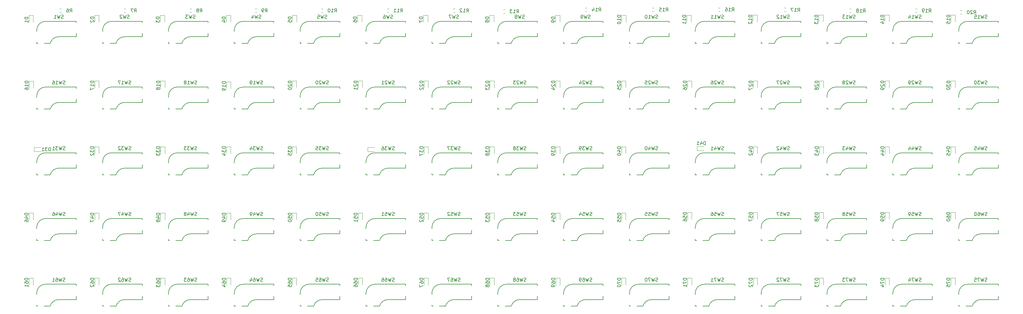
<source format=gbr>
%TF.GenerationSoftware,KiCad,Pcbnew,8.0.1*%
%TF.CreationDate,2024-06-12T21:18:42+02:00*%
%TF.ProjectId,Keyboard,4b657962-6f61-4726-942e-6b696361645f,rev?*%
%TF.SameCoordinates,Original*%
%TF.FileFunction,Legend,Bot*%
%TF.FilePolarity,Positive*%
%FSLAX46Y46*%
G04 Gerber Fmt 4.6, Leading zero omitted, Abs format (unit mm)*
G04 Created by KiCad (PCBNEW 8.0.1) date 2024-06-12 21:18:42*
%MOMM*%
%LPD*%
G01*
G04 APERTURE LIST*
%ADD10C,0.150000*%
%ADD11C,0.120000*%
G04 APERTURE END LIST*
D10*
X295829523Y-139152200D02*
X295686666Y-139199819D01*
X295686666Y-139199819D02*
X295448571Y-139199819D01*
X295448571Y-139199819D02*
X295353333Y-139152200D01*
X295353333Y-139152200D02*
X295305714Y-139104580D01*
X295305714Y-139104580D02*
X295258095Y-139009342D01*
X295258095Y-139009342D02*
X295258095Y-138914104D01*
X295258095Y-138914104D02*
X295305714Y-138818866D01*
X295305714Y-138818866D02*
X295353333Y-138771247D01*
X295353333Y-138771247D02*
X295448571Y-138723628D01*
X295448571Y-138723628D02*
X295639047Y-138676009D01*
X295639047Y-138676009D02*
X295734285Y-138628390D01*
X295734285Y-138628390D02*
X295781904Y-138580771D01*
X295781904Y-138580771D02*
X295829523Y-138485533D01*
X295829523Y-138485533D02*
X295829523Y-138390295D01*
X295829523Y-138390295D02*
X295781904Y-138295057D01*
X295781904Y-138295057D02*
X295734285Y-138247438D01*
X295734285Y-138247438D02*
X295639047Y-138199819D01*
X295639047Y-138199819D02*
X295400952Y-138199819D01*
X295400952Y-138199819D02*
X295258095Y-138247438D01*
X294924761Y-138199819D02*
X294686666Y-139199819D01*
X294686666Y-139199819D02*
X294496190Y-138485533D01*
X294496190Y-138485533D02*
X294305714Y-139199819D01*
X294305714Y-139199819D02*
X294067619Y-138199819D01*
X293258095Y-138533152D02*
X293258095Y-139199819D01*
X293496190Y-138152200D02*
X293734285Y-138866485D01*
X293734285Y-138866485D02*
X293115238Y-138866485D01*
X292781904Y-138295057D02*
X292734285Y-138247438D01*
X292734285Y-138247438D02*
X292639047Y-138199819D01*
X292639047Y-138199819D02*
X292400952Y-138199819D01*
X292400952Y-138199819D02*
X292305714Y-138247438D01*
X292305714Y-138247438D02*
X292258095Y-138295057D01*
X292258095Y-138295057D02*
X292210476Y-138390295D01*
X292210476Y-138390295D02*
X292210476Y-138485533D01*
X292210476Y-138485533D02*
X292258095Y-138628390D01*
X292258095Y-138628390D02*
X292829523Y-139199819D01*
X292829523Y-139199819D02*
X292210476Y-139199819D01*
X162829523Y-177152200D02*
X162686666Y-177199819D01*
X162686666Y-177199819D02*
X162448571Y-177199819D01*
X162448571Y-177199819D02*
X162353333Y-177152200D01*
X162353333Y-177152200D02*
X162305714Y-177104580D01*
X162305714Y-177104580D02*
X162258095Y-177009342D01*
X162258095Y-177009342D02*
X162258095Y-176914104D01*
X162258095Y-176914104D02*
X162305714Y-176818866D01*
X162305714Y-176818866D02*
X162353333Y-176771247D01*
X162353333Y-176771247D02*
X162448571Y-176723628D01*
X162448571Y-176723628D02*
X162639047Y-176676009D01*
X162639047Y-176676009D02*
X162734285Y-176628390D01*
X162734285Y-176628390D02*
X162781904Y-176580771D01*
X162781904Y-176580771D02*
X162829523Y-176485533D01*
X162829523Y-176485533D02*
X162829523Y-176390295D01*
X162829523Y-176390295D02*
X162781904Y-176295057D01*
X162781904Y-176295057D02*
X162734285Y-176247438D01*
X162734285Y-176247438D02*
X162639047Y-176199819D01*
X162639047Y-176199819D02*
X162400952Y-176199819D01*
X162400952Y-176199819D02*
X162258095Y-176247438D01*
X161924761Y-176199819D02*
X161686666Y-177199819D01*
X161686666Y-177199819D02*
X161496190Y-176485533D01*
X161496190Y-176485533D02*
X161305714Y-177199819D01*
X161305714Y-177199819D02*
X161067619Y-176199819D01*
X160258095Y-176199819D02*
X160448571Y-176199819D01*
X160448571Y-176199819D02*
X160543809Y-176247438D01*
X160543809Y-176247438D02*
X160591428Y-176295057D01*
X160591428Y-176295057D02*
X160686666Y-176437914D01*
X160686666Y-176437914D02*
X160734285Y-176628390D01*
X160734285Y-176628390D02*
X160734285Y-177009342D01*
X160734285Y-177009342D02*
X160686666Y-177104580D01*
X160686666Y-177104580D02*
X160639047Y-177152200D01*
X160639047Y-177152200D02*
X160543809Y-177199819D01*
X160543809Y-177199819D02*
X160353333Y-177199819D01*
X160353333Y-177199819D02*
X160258095Y-177152200D01*
X160258095Y-177152200D02*
X160210476Y-177104580D01*
X160210476Y-177104580D02*
X160162857Y-177009342D01*
X160162857Y-177009342D02*
X160162857Y-176771247D01*
X160162857Y-176771247D02*
X160210476Y-176676009D01*
X160210476Y-176676009D02*
X160258095Y-176628390D01*
X160258095Y-176628390D02*
X160353333Y-176580771D01*
X160353333Y-176580771D02*
X160543809Y-176580771D01*
X160543809Y-176580771D02*
X160639047Y-176628390D01*
X160639047Y-176628390D02*
X160686666Y-176676009D01*
X160686666Y-176676009D02*
X160734285Y-176771247D01*
X159258095Y-176199819D02*
X159734285Y-176199819D01*
X159734285Y-176199819D02*
X159781904Y-176676009D01*
X159781904Y-176676009D02*
X159734285Y-176628390D01*
X159734285Y-176628390D02*
X159639047Y-176580771D01*
X159639047Y-176580771D02*
X159400952Y-176580771D01*
X159400952Y-176580771D02*
X159305714Y-176628390D01*
X159305714Y-176628390D02*
X159258095Y-176676009D01*
X159258095Y-176676009D02*
X159210476Y-176771247D01*
X159210476Y-176771247D02*
X159210476Y-177009342D01*
X159210476Y-177009342D02*
X159258095Y-177104580D01*
X159258095Y-177104580D02*
X159305714Y-177152200D01*
X159305714Y-177152200D02*
X159400952Y-177199819D01*
X159400952Y-177199819D02*
X159639047Y-177199819D01*
X159639047Y-177199819D02*
X159734285Y-177152200D01*
X159734285Y-177152200D02*
X159781904Y-177104580D01*
X200829523Y-177152200D02*
X200686666Y-177199819D01*
X200686666Y-177199819D02*
X200448571Y-177199819D01*
X200448571Y-177199819D02*
X200353333Y-177152200D01*
X200353333Y-177152200D02*
X200305714Y-177104580D01*
X200305714Y-177104580D02*
X200258095Y-177009342D01*
X200258095Y-177009342D02*
X200258095Y-176914104D01*
X200258095Y-176914104D02*
X200305714Y-176818866D01*
X200305714Y-176818866D02*
X200353333Y-176771247D01*
X200353333Y-176771247D02*
X200448571Y-176723628D01*
X200448571Y-176723628D02*
X200639047Y-176676009D01*
X200639047Y-176676009D02*
X200734285Y-176628390D01*
X200734285Y-176628390D02*
X200781904Y-176580771D01*
X200781904Y-176580771D02*
X200829523Y-176485533D01*
X200829523Y-176485533D02*
X200829523Y-176390295D01*
X200829523Y-176390295D02*
X200781904Y-176295057D01*
X200781904Y-176295057D02*
X200734285Y-176247438D01*
X200734285Y-176247438D02*
X200639047Y-176199819D01*
X200639047Y-176199819D02*
X200400952Y-176199819D01*
X200400952Y-176199819D02*
X200258095Y-176247438D01*
X199924761Y-176199819D02*
X199686666Y-177199819D01*
X199686666Y-177199819D02*
X199496190Y-176485533D01*
X199496190Y-176485533D02*
X199305714Y-177199819D01*
X199305714Y-177199819D02*
X199067619Y-176199819D01*
X198258095Y-176199819D02*
X198448571Y-176199819D01*
X198448571Y-176199819D02*
X198543809Y-176247438D01*
X198543809Y-176247438D02*
X198591428Y-176295057D01*
X198591428Y-176295057D02*
X198686666Y-176437914D01*
X198686666Y-176437914D02*
X198734285Y-176628390D01*
X198734285Y-176628390D02*
X198734285Y-177009342D01*
X198734285Y-177009342D02*
X198686666Y-177104580D01*
X198686666Y-177104580D02*
X198639047Y-177152200D01*
X198639047Y-177152200D02*
X198543809Y-177199819D01*
X198543809Y-177199819D02*
X198353333Y-177199819D01*
X198353333Y-177199819D02*
X198258095Y-177152200D01*
X198258095Y-177152200D02*
X198210476Y-177104580D01*
X198210476Y-177104580D02*
X198162857Y-177009342D01*
X198162857Y-177009342D02*
X198162857Y-176771247D01*
X198162857Y-176771247D02*
X198210476Y-176676009D01*
X198210476Y-176676009D02*
X198258095Y-176628390D01*
X198258095Y-176628390D02*
X198353333Y-176580771D01*
X198353333Y-176580771D02*
X198543809Y-176580771D01*
X198543809Y-176580771D02*
X198639047Y-176628390D01*
X198639047Y-176628390D02*
X198686666Y-176676009D01*
X198686666Y-176676009D02*
X198734285Y-176771247D01*
X197829523Y-176199819D02*
X197162857Y-176199819D01*
X197162857Y-176199819D02*
X197591428Y-177199819D01*
X295829523Y-120152200D02*
X295686666Y-120199819D01*
X295686666Y-120199819D02*
X295448571Y-120199819D01*
X295448571Y-120199819D02*
X295353333Y-120152200D01*
X295353333Y-120152200D02*
X295305714Y-120104580D01*
X295305714Y-120104580D02*
X295258095Y-120009342D01*
X295258095Y-120009342D02*
X295258095Y-119914104D01*
X295258095Y-119914104D02*
X295305714Y-119818866D01*
X295305714Y-119818866D02*
X295353333Y-119771247D01*
X295353333Y-119771247D02*
X295448571Y-119723628D01*
X295448571Y-119723628D02*
X295639047Y-119676009D01*
X295639047Y-119676009D02*
X295734285Y-119628390D01*
X295734285Y-119628390D02*
X295781904Y-119580771D01*
X295781904Y-119580771D02*
X295829523Y-119485533D01*
X295829523Y-119485533D02*
X295829523Y-119390295D01*
X295829523Y-119390295D02*
X295781904Y-119295057D01*
X295781904Y-119295057D02*
X295734285Y-119247438D01*
X295734285Y-119247438D02*
X295639047Y-119199819D01*
X295639047Y-119199819D02*
X295400952Y-119199819D01*
X295400952Y-119199819D02*
X295258095Y-119247438D01*
X294924761Y-119199819D02*
X294686666Y-120199819D01*
X294686666Y-120199819D02*
X294496190Y-119485533D01*
X294496190Y-119485533D02*
X294305714Y-120199819D01*
X294305714Y-120199819D02*
X294067619Y-119199819D01*
X293734285Y-119295057D02*
X293686666Y-119247438D01*
X293686666Y-119247438D02*
X293591428Y-119199819D01*
X293591428Y-119199819D02*
X293353333Y-119199819D01*
X293353333Y-119199819D02*
X293258095Y-119247438D01*
X293258095Y-119247438D02*
X293210476Y-119295057D01*
X293210476Y-119295057D02*
X293162857Y-119390295D01*
X293162857Y-119390295D02*
X293162857Y-119485533D01*
X293162857Y-119485533D02*
X293210476Y-119628390D01*
X293210476Y-119628390D02*
X293781904Y-120199819D01*
X293781904Y-120199819D02*
X293162857Y-120199819D01*
X292829523Y-119199819D02*
X292162857Y-119199819D01*
X292162857Y-119199819D02*
X292591428Y-120199819D01*
X181829523Y-120152200D02*
X181686666Y-120199819D01*
X181686666Y-120199819D02*
X181448571Y-120199819D01*
X181448571Y-120199819D02*
X181353333Y-120152200D01*
X181353333Y-120152200D02*
X181305714Y-120104580D01*
X181305714Y-120104580D02*
X181258095Y-120009342D01*
X181258095Y-120009342D02*
X181258095Y-119914104D01*
X181258095Y-119914104D02*
X181305714Y-119818866D01*
X181305714Y-119818866D02*
X181353333Y-119771247D01*
X181353333Y-119771247D02*
X181448571Y-119723628D01*
X181448571Y-119723628D02*
X181639047Y-119676009D01*
X181639047Y-119676009D02*
X181734285Y-119628390D01*
X181734285Y-119628390D02*
X181781904Y-119580771D01*
X181781904Y-119580771D02*
X181829523Y-119485533D01*
X181829523Y-119485533D02*
X181829523Y-119390295D01*
X181829523Y-119390295D02*
X181781904Y-119295057D01*
X181781904Y-119295057D02*
X181734285Y-119247438D01*
X181734285Y-119247438D02*
X181639047Y-119199819D01*
X181639047Y-119199819D02*
X181400952Y-119199819D01*
X181400952Y-119199819D02*
X181258095Y-119247438D01*
X180924761Y-119199819D02*
X180686666Y-120199819D01*
X180686666Y-120199819D02*
X180496190Y-119485533D01*
X180496190Y-119485533D02*
X180305714Y-120199819D01*
X180305714Y-120199819D02*
X180067619Y-119199819D01*
X179734285Y-119295057D02*
X179686666Y-119247438D01*
X179686666Y-119247438D02*
X179591428Y-119199819D01*
X179591428Y-119199819D02*
X179353333Y-119199819D01*
X179353333Y-119199819D02*
X179258095Y-119247438D01*
X179258095Y-119247438D02*
X179210476Y-119295057D01*
X179210476Y-119295057D02*
X179162857Y-119390295D01*
X179162857Y-119390295D02*
X179162857Y-119485533D01*
X179162857Y-119485533D02*
X179210476Y-119628390D01*
X179210476Y-119628390D02*
X179781904Y-120199819D01*
X179781904Y-120199819D02*
X179162857Y-120199819D01*
X178210476Y-120199819D02*
X178781904Y-120199819D01*
X178496190Y-120199819D02*
X178496190Y-119199819D01*
X178496190Y-119199819D02*
X178591428Y-119342676D01*
X178591428Y-119342676D02*
X178686666Y-119437914D01*
X178686666Y-119437914D02*
X178781904Y-119485533D01*
X143353332Y-101152200D02*
X143210475Y-101199819D01*
X143210475Y-101199819D02*
X142972380Y-101199819D01*
X142972380Y-101199819D02*
X142877142Y-101152200D01*
X142877142Y-101152200D02*
X142829523Y-101104580D01*
X142829523Y-101104580D02*
X142781904Y-101009342D01*
X142781904Y-101009342D02*
X142781904Y-100914104D01*
X142781904Y-100914104D02*
X142829523Y-100818866D01*
X142829523Y-100818866D02*
X142877142Y-100771247D01*
X142877142Y-100771247D02*
X142972380Y-100723628D01*
X142972380Y-100723628D02*
X143162856Y-100676009D01*
X143162856Y-100676009D02*
X143258094Y-100628390D01*
X143258094Y-100628390D02*
X143305713Y-100580771D01*
X143305713Y-100580771D02*
X143353332Y-100485533D01*
X143353332Y-100485533D02*
X143353332Y-100390295D01*
X143353332Y-100390295D02*
X143305713Y-100295057D01*
X143305713Y-100295057D02*
X143258094Y-100247438D01*
X143258094Y-100247438D02*
X143162856Y-100199819D01*
X143162856Y-100199819D02*
X142924761Y-100199819D01*
X142924761Y-100199819D02*
X142781904Y-100247438D01*
X142448570Y-100199819D02*
X142210475Y-101199819D01*
X142210475Y-101199819D02*
X142019999Y-100485533D01*
X142019999Y-100485533D02*
X141829523Y-101199819D01*
X141829523Y-101199819D02*
X141591428Y-100199819D01*
X140781904Y-100533152D02*
X140781904Y-101199819D01*
X141019999Y-100152200D02*
X141258094Y-100866485D01*
X141258094Y-100866485D02*
X140639047Y-100866485D01*
X333829523Y-120152200D02*
X333686666Y-120199819D01*
X333686666Y-120199819D02*
X333448571Y-120199819D01*
X333448571Y-120199819D02*
X333353333Y-120152200D01*
X333353333Y-120152200D02*
X333305714Y-120104580D01*
X333305714Y-120104580D02*
X333258095Y-120009342D01*
X333258095Y-120009342D02*
X333258095Y-119914104D01*
X333258095Y-119914104D02*
X333305714Y-119818866D01*
X333305714Y-119818866D02*
X333353333Y-119771247D01*
X333353333Y-119771247D02*
X333448571Y-119723628D01*
X333448571Y-119723628D02*
X333639047Y-119676009D01*
X333639047Y-119676009D02*
X333734285Y-119628390D01*
X333734285Y-119628390D02*
X333781904Y-119580771D01*
X333781904Y-119580771D02*
X333829523Y-119485533D01*
X333829523Y-119485533D02*
X333829523Y-119390295D01*
X333829523Y-119390295D02*
X333781904Y-119295057D01*
X333781904Y-119295057D02*
X333734285Y-119247438D01*
X333734285Y-119247438D02*
X333639047Y-119199819D01*
X333639047Y-119199819D02*
X333400952Y-119199819D01*
X333400952Y-119199819D02*
X333258095Y-119247438D01*
X332924761Y-119199819D02*
X332686666Y-120199819D01*
X332686666Y-120199819D02*
X332496190Y-119485533D01*
X332496190Y-119485533D02*
X332305714Y-120199819D01*
X332305714Y-120199819D02*
X332067619Y-119199819D01*
X331734285Y-119295057D02*
X331686666Y-119247438D01*
X331686666Y-119247438D02*
X331591428Y-119199819D01*
X331591428Y-119199819D02*
X331353333Y-119199819D01*
X331353333Y-119199819D02*
X331258095Y-119247438D01*
X331258095Y-119247438D02*
X331210476Y-119295057D01*
X331210476Y-119295057D02*
X331162857Y-119390295D01*
X331162857Y-119390295D02*
X331162857Y-119485533D01*
X331162857Y-119485533D02*
X331210476Y-119628390D01*
X331210476Y-119628390D02*
X331781904Y-120199819D01*
X331781904Y-120199819D02*
X331162857Y-120199819D01*
X330686666Y-120199819D02*
X330496190Y-120199819D01*
X330496190Y-120199819D02*
X330400952Y-120152200D01*
X330400952Y-120152200D02*
X330353333Y-120104580D01*
X330353333Y-120104580D02*
X330258095Y-119961723D01*
X330258095Y-119961723D02*
X330210476Y-119771247D01*
X330210476Y-119771247D02*
X330210476Y-119390295D01*
X330210476Y-119390295D02*
X330258095Y-119295057D01*
X330258095Y-119295057D02*
X330305714Y-119247438D01*
X330305714Y-119247438D02*
X330400952Y-119199819D01*
X330400952Y-119199819D02*
X330591428Y-119199819D01*
X330591428Y-119199819D02*
X330686666Y-119247438D01*
X330686666Y-119247438D02*
X330734285Y-119295057D01*
X330734285Y-119295057D02*
X330781904Y-119390295D01*
X330781904Y-119390295D02*
X330781904Y-119628390D01*
X330781904Y-119628390D02*
X330734285Y-119723628D01*
X330734285Y-119723628D02*
X330686666Y-119771247D01*
X330686666Y-119771247D02*
X330591428Y-119818866D01*
X330591428Y-119818866D02*
X330400952Y-119818866D01*
X330400952Y-119818866D02*
X330305714Y-119771247D01*
X330305714Y-119771247D02*
X330258095Y-119723628D01*
X330258095Y-119723628D02*
X330210476Y-119628390D01*
X162829523Y-139152200D02*
X162686666Y-139199819D01*
X162686666Y-139199819D02*
X162448571Y-139199819D01*
X162448571Y-139199819D02*
X162353333Y-139152200D01*
X162353333Y-139152200D02*
X162305714Y-139104580D01*
X162305714Y-139104580D02*
X162258095Y-139009342D01*
X162258095Y-139009342D02*
X162258095Y-138914104D01*
X162258095Y-138914104D02*
X162305714Y-138818866D01*
X162305714Y-138818866D02*
X162353333Y-138771247D01*
X162353333Y-138771247D02*
X162448571Y-138723628D01*
X162448571Y-138723628D02*
X162639047Y-138676009D01*
X162639047Y-138676009D02*
X162734285Y-138628390D01*
X162734285Y-138628390D02*
X162781904Y-138580771D01*
X162781904Y-138580771D02*
X162829523Y-138485533D01*
X162829523Y-138485533D02*
X162829523Y-138390295D01*
X162829523Y-138390295D02*
X162781904Y-138295057D01*
X162781904Y-138295057D02*
X162734285Y-138247438D01*
X162734285Y-138247438D02*
X162639047Y-138199819D01*
X162639047Y-138199819D02*
X162400952Y-138199819D01*
X162400952Y-138199819D02*
X162258095Y-138247438D01*
X161924761Y-138199819D02*
X161686666Y-139199819D01*
X161686666Y-139199819D02*
X161496190Y-138485533D01*
X161496190Y-138485533D02*
X161305714Y-139199819D01*
X161305714Y-139199819D02*
X161067619Y-138199819D01*
X160781904Y-138199819D02*
X160162857Y-138199819D01*
X160162857Y-138199819D02*
X160496190Y-138580771D01*
X160496190Y-138580771D02*
X160353333Y-138580771D01*
X160353333Y-138580771D02*
X160258095Y-138628390D01*
X160258095Y-138628390D02*
X160210476Y-138676009D01*
X160210476Y-138676009D02*
X160162857Y-138771247D01*
X160162857Y-138771247D02*
X160162857Y-139009342D01*
X160162857Y-139009342D02*
X160210476Y-139104580D01*
X160210476Y-139104580D02*
X160258095Y-139152200D01*
X160258095Y-139152200D02*
X160353333Y-139199819D01*
X160353333Y-139199819D02*
X160639047Y-139199819D01*
X160639047Y-139199819D02*
X160734285Y-139152200D01*
X160734285Y-139152200D02*
X160781904Y-139104580D01*
X159258095Y-138199819D02*
X159734285Y-138199819D01*
X159734285Y-138199819D02*
X159781904Y-138676009D01*
X159781904Y-138676009D02*
X159734285Y-138628390D01*
X159734285Y-138628390D02*
X159639047Y-138580771D01*
X159639047Y-138580771D02*
X159400952Y-138580771D01*
X159400952Y-138580771D02*
X159305714Y-138628390D01*
X159305714Y-138628390D02*
X159258095Y-138676009D01*
X159258095Y-138676009D02*
X159210476Y-138771247D01*
X159210476Y-138771247D02*
X159210476Y-139009342D01*
X159210476Y-139009342D02*
X159258095Y-139104580D01*
X159258095Y-139104580D02*
X159305714Y-139152200D01*
X159305714Y-139152200D02*
X159400952Y-139199819D01*
X159400952Y-139199819D02*
X159639047Y-139199819D01*
X159639047Y-139199819D02*
X159734285Y-139152200D01*
X159734285Y-139152200D02*
X159781904Y-139104580D01*
X352829523Y-177152200D02*
X352686666Y-177199819D01*
X352686666Y-177199819D02*
X352448571Y-177199819D01*
X352448571Y-177199819D02*
X352353333Y-177152200D01*
X352353333Y-177152200D02*
X352305714Y-177104580D01*
X352305714Y-177104580D02*
X352258095Y-177009342D01*
X352258095Y-177009342D02*
X352258095Y-176914104D01*
X352258095Y-176914104D02*
X352305714Y-176818866D01*
X352305714Y-176818866D02*
X352353333Y-176771247D01*
X352353333Y-176771247D02*
X352448571Y-176723628D01*
X352448571Y-176723628D02*
X352639047Y-176676009D01*
X352639047Y-176676009D02*
X352734285Y-176628390D01*
X352734285Y-176628390D02*
X352781904Y-176580771D01*
X352781904Y-176580771D02*
X352829523Y-176485533D01*
X352829523Y-176485533D02*
X352829523Y-176390295D01*
X352829523Y-176390295D02*
X352781904Y-176295057D01*
X352781904Y-176295057D02*
X352734285Y-176247438D01*
X352734285Y-176247438D02*
X352639047Y-176199819D01*
X352639047Y-176199819D02*
X352400952Y-176199819D01*
X352400952Y-176199819D02*
X352258095Y-176247438D01*
X351924761Y-176199819D02*
X351686666Y-177199819D01*
X351686666Y-177199819D02*
X351496190Y-176485533D01*
X351496190Y-176485533D02*
X351305714Y-177199819D01*
X351305714Y-177199819D02*
X351067619Y-176199819D01*
X350781904Y-176199819D02*
X350115238Y-176199819D01*
X350115238Y-176199819D02*
X350543809Y-177199819D01*
X349258095Y-176199819D02*
X349734285Y-176199819D01*
X349734285Y-176199819D02*
X349781904Y-176676009D01*
X349781904Y-176676009D02*
X349734285Y-176628390D01*
X349734285Y-176628390D02*
X349639047Y-176580771D01*
X349639047Y-176580771D02*
X349400952Y-176580771D01*
X349400952Y-176580771D02*
X349305714Y-176628390D01*
X349305714Y-176628390D02*
X349258095Y-176676009D01*
X349258095Y-176676009D02*
X349210476Y-176771247D01*
X349210476Y-176771247D02*
X349210476Y-177009342D01*
X349210476Y-177009342D02*
X349258095Y-177104580D01*
X349258095Y-177104580D02*
X349305714Y-177152200D01*
X349305714Y-177152200D02*
X349400952Y-177199819D01*
X349400952Y-177199819D02*
X349639047Y-177199819D01*
X349639047Y-177199819D02*
X349734285Y-177152200D01*
X349734285Y-177152200D02*
X349781904Y-177104580D01*
X295829523Y-177152200D02*
X295686666Y-177199819D01*
X295686666Y-177199819D02*
X295448571Y-177199819D01*
X295448571Y-177199819D02*
X295353333Y-177152200D01*
X295353333Y-177152200D02*
X295305714Y-177104580D01*
X295305714Y-177104580D02*
X295258095Y-177009342D01*
X295258095Y-177009342D02*
X295258095Y-176914104D01*
X295258095Y-176914104D02*
X295305714Y-176818866D01*
X295305714Y-176818866D02*
X295353333Y-176771247D01*
X295353333Y-176771247D02*
X295448571Y-176723628D01*
X295448571Y-176723628D02*
X295639047Y-176676009D01*
X295639047Y-176676009D02*
X295734285Y-176628390D01*
X295734285Y-176628390D02*
X295781904Y-176580771D01*
X295781904Y-176580771D02*
X295829523Y-176485533D01*
X295829523Y-176485533D02*
X295829523Y-176390295D01*
X295829523Y-176390295D02*
X295781904Y-176295057D01*
X295781904Y-176295057D02*
X295734285Y-176247438D01*
X295734285Y-176247438D02*
X295639047Y-176199819D01*
X295639047Y-176199819D02*
X295400952Y-176199819D01*
X295400952Y-176199819D02*
X295258095Y-176247438D01*
X294924761Y-176199819D02*
X294686666Y-177199819D01*
X294686666Y-177199819D02*
X294496190Y-176485533D01*
X294496190Y-176485533D02*
X294305714Y-177199819D01*
X294305714Y-177199819D02*
X294067619Y-176199819D01*
X293781904Y-176199819D02*
X293115238Y-176199819D01*
X293115238Y-176199819D02*
X293543809Y-177199819D01*
X292781904Y-176295057D02*
X292734285Y-176247438D01*
X292734285Y-176247438D02*
X292639047Y-176199819D01*
X292639047Y-176199819D02*
X292400952Y-176199819D01*
X292400952Y-176199819D02*
X292305714Y-176247438D01*
X292305714Y-176247438D02*
X292258095Y-176295057D01*
X292258095Y-176295057D02*
X292210476Y-176390295D01*
X292210476Y-176390295D02*
X292210476Y-176485533D01*
X292210476Y-176485533D02*
X292258095Y-176628390D01*
X292258095Y-176628390D02*
X292829523Y-177199819D01*
X292829523Y-177199819D02*
X292210476Y-177199819D01*
X257829523Y-101152200D02*
X257686666Y-101199819D01*
X257686666Y-101199819D02*
X257448571Y-101199819D01*
X257448571Y-101199819D02*
X257353333Y-101152200D01*
X257353333Y-101152200D02*
X257305714Y-101104580D01*
X257305714Y-101104580D02*
X257258095Y-101009342D01*
X257258095Y-101009342D02*
X257258095Y-100914104D01*
X257258095Y-100914104D02*
X257305714Y-100818866D01*
X257305714Y-100818866D02*
X257353333Y-100771247D01*
X257353333Y-100771247D02*
X257448571Y-100723628D01*
X257448571Y-100723628D02*
X257639047Y-100676009D01*
X257639047Y-100676009D02*
X257734285Y-100628390D01*
X257734285Y-100628390D02*
X257781904Y-100580771D01*
X257781904Y-100580771D02*
X257829523Y-100485533D01*
X257829523Y-100485533D02*
X257829523Y-100390295D01*
X257829523Y-100390295D02*
X257781904Y-100295057D01*
X257781904Y-100295057D02*
X257734285Y-100247438D01*
X257734285Y-100247438D02*
X257639047Y-100199819D01*
X257639047Y-100199819D02*
X257400952Y-100199819D01*
X257400952Y-100199819D02*
X257258095Y-100247438D01*
X256924761Y-100199819D02*
X256686666Y-101199819D01*
X256686666Y-101199819D02*
X256496190Y-100485533D01*
X256496190Y-100485533D02*
X256305714Y-101199819D01*
X256305714Y-101199819D02*
X256067619Y-100199819D01*
X255162857Y-101199819D02*
X255734285Y-101199819D01*
X255448571Y-101199819D02*
X255448571Y-100199819D01*
X255448571Y-100199819D02*
X255543809Y-100342676D01*
X255543809Y-100342676D02*
X255639047Y-100437914D01*
X255639047Y-100437914D02*
X255734285Y-100485533D01*
X254543809Y-100199819D02*
X254448571Y-100199819D01*
X254448571Y-100199819D02*
X254353333Y-100247438D01*
X254353333Y-100247438D02*
X254305714Y-100295057D01*
X254305714Y-100295057D02*
X254258095Y-100390295D01*
X254258095Y-100390295D02*
X254210476Y-100580771D01*
X254210476Y-100580771D02*
X254210476Y-100818866D01*
X254210476Y-100818866D02*
X254258095Y-101009342D01*
X254258095Y-101009342D02*
X254305714Y-101104580D01*
X254305714Y-101104580D02*
X254353333Y-101152200D01*
X254353333Y-101152200D02*
X254448571Y-101199819D01*
X254448571Y-101199819D02*
X254543809Y-101199819D01*
X254543809Y-101199819D02*
X254639047Y-101152200D01*
X254639047Y-101152200D02*
X254686666Y-101104580D01*
X254686666Y-101104580D02*
X254734285Y-101009342D01*
X254734285Y-101009342D02*
X254781904Y-100818866D01*
X254781904Y-100818866D02*
X254781904Y-100580771D01*
X254781904Y-100580771D02*
X254734285Y-100390295D01*
X254734285Y-100390295D02*
X254686666Y-100295057D01*
X254686666Y-100295057D02*
X254639047Y-100247438D01*
X254639047Y-100247438D02*
X254543809Y-100199819D01*
X86829523Y-158152200D02*
X86686666Y-158199819D01*
X86686666Y-158199819D02*
X86448571Y-158199819D01*
X86448571Y-158199819D02*
X86353333Y-158152200D01*
X86353333Y-158152200D02*
X86305714Y-158104580D01*
X86305714Y-158104580D02*
X86258095Y-158009342D01*
X86258095Y-158009342D02*
X86258095Y-157914104D01*
X86258095Y-157914104D02*
X86305714Y-157818866D01*
X86305714Y-157818866D02*
X86353333Y-157771247D01*
X86353333Y-157771247D02*
X86448571Y-157723628D01*
X86448571Y-157723628D02*
X86639047Y-157676009D01*
X86639047Y-157676009D02*
X86734285Y-157628390D01*
X86734285Y-157628390D02*
X86781904Y-157580771D01*
X86781904Y-157580771D02*
X86829523Y-157485533D01*
X86829523Y-157485533D02*
X86829523Y-157390295D01*
X86829523Y-157390295D02*
X86781904Y-157295057D01*
X86781904Y-157295057D02*
X86734285Y-157247438D01*
X86734285Y-157247438D02*
X86639047Y-157199819D01*
X86639047Y-157199819D02*
X86400952Y-157199819D01*
X86400952Y-157199819D02*
X86258095Y-157247438D01*
X85924761Y-157199819D02*
X85686666Y-158199819D01*
X85686666Y-158199819D02*
X85496190Y-157485533D01*
X85496190Y-157485533D02*
X85305714Y-158199819D01*
X85305714Y-158199819D02*
X85067619Y-157199819D01*
X84258095Y-157533152D02*
X84258095Y-158199819D01*
X84496190Y-157152200D02*
X84734285Y-157866485D01*
X84734285Y-157866485D02*
X84115238Y-157866485D01*
X83305714Y-157199819D02*
X83496190Y-157199819D01*
X83496190Y-157199819D02*
X83591428Y-157247438D01*
X83591428Y-157247438D02*
X83639047Y-157295057D01*
X83639047Y-157295057D02*
X83734285Y-157437914D01*
X83734285Y-157437914D02*
X83781904Y-157628390D01*
X83781904Y-157628390D02*
X83781904Y-158009342D01*
X83781904Y-158009342D02*
X83734285Y-158104580D01*
X83734285Y-158104580D02*
X83686666Y-158152200D01*
X83686666Y-158152200D02*
X83591428Y-158199819D01*
X83591428Y-158199819D02*
X83400952Y-158199819D01*
X83400952Y-158199819D02*
X83305714Y-158152200D01*
X83305714Y-158152200D02*
X83258095Y-158104580D01*
X83258095Y-158104580D02*
X83210476Y-158009342D01*
X83210476Y-158009342D02*
X83210476Y-157771247D01*
X83210476Y-157771247D02*
X83258095Y-157676009D01*
X83258095Y-157676009D02*
X83305714Y-157628390D01*
X83305714Y-157628390D02*
X83400952Y-157580771D01*
X83400952Y-157580771D02*
X83591428Y-157580771D01*
X83591428Y-157580771D02*
X83686666Y-157628390D01*
X83686666Y-157628390D02*
X83734285Y-157676009D01*
X83734285Y-157676009D02*
X83781904Y-157771247D01*
X162829523Y-120152200D02*
X162686666Y-120199819D01*
X162686666Y-120199819D02*
X162448571Y-120199819D01*
X162448571Y-120199819D02*
X162353333Y-120152200D01*
X162353333Y-120152200D02*
X162305714Y-120104580D01*
X162305714Y-120104580D02*
X162258095Y-120009342D01*
X162258095Y-120009342D02*
X162258095Y-119914104D01*
X162258095Y-119914104D02*
X162305714Y-119818866D01*
X162305714Y-119818866D02*
X162353333Y-119771247D01*
X162353333Y-119771247D02*
X162448571Y-119723628D01*
X162448571Y-119723628D02*
X162639047Y-119676009D01*
X162639047Y-119676009D02*
X162734285Y-119628390D01*
X162734285Y-119628390D02*
X162781904Y-119580771D01*
X162781904Y-119580771D02*
X162829523Y-119485533D01*
X162829523Y-119485533D02*
X162829523Y-119390295D01*
X162829523Y-119390295D02*
X162781904Y-119295057D01*
X162781904Y-119295057D02*
X162734285Y-119247438D01*
X162734285Y-119247438D02*
X162639047Y-119199819D01*
X162639047Y-119199819D02*
X162400952Y-119199819D01*
X162400952Y-119199819D02*
X162258095Y-119247438D01*
X161924761Y-119199819D02*
X161686666Y-120199819D01*
X161686666Y-120199819D02*
X161496190Y-119485533D01*
X161496190Y-119485533D02*
X161305714Y-120199819D01*
X161305714Y-120199819D02*
X161067619Y-119199819D01*
X160734285Y-119295057D02*
X160686666Y-119247438D01*
X160686666Y-119247438D02*
X160591428Y-119199819D01*
X160591428Y-119199819D02*
X160353333Y-119199819D01*
X160353333Y-119199819D02*
X160258095Y-119247438D01*
X160258095Y-119247438D02*
X160210476Y-119295057D01*
X160210476Y-119295057D02*
X160162857Y-119390295D01*
X160162857Y-119390295D02*
X160162857Y-119485533D01*
X160162857Y-119485533D02*
X160210476Y-119628390D01*
X160210476Y-119628390D02*
X160781904Y-120199819D01*
X160781904Y-120199819D02*
X160162857Y-120199819D01*
X159543809Y-119199819D02*
X159448571Y-119199819D01*
X159448571Y-119199819D02*
X159353333Y-119247438D01*
X159353333Y-119247438D02*
X159305714Y-119295057D01*
X159305714Y-119295057D02*
X159258095Y-119390295D01*
X159258095Y-119390295D02*
X159210476Y-119580771D01*
X159210476Y-119580771D02*
X159210476Y-119818866D01*
X159210476Y-119818866D02*
X159258095Y-120009342D01*
X159258095Y-120009342D02*
X159305714Y-120104580D01*
X159305714Y-120104580D02*
X159353333Y-120152200D01*
X159353333Y-120152200D02*
X159448571Y-120199819D01*
X159448571Y-120199819D02*
X159543809Y-120199819D01*
X159543809Y-120199819D02*
X159639047Y-120152200D01*
X159639047Y-120152200D02*
X159686666Y-120104580D01*
X159686666Y-120104580D02*
X159734285Y-120009342D01*
X159734285Y-120009342D02*
X159781904Y-119818866D01*
X159781904Y-119818866D02*
X159781904Y-119580771D01*
X159781904Y-119580771D02*
X159734285Y-119390295D01*
X159734285Y-119390295D02*
X159686666Y-119295057D01*
X159686666Y-119295057D02*
X159639047Y-119247438D01*
X159639047Y-119247438D02*
X159543809Y-119199819D01*
X181829523Y-177152200D02*
X181686666Y-177199819D01*
X181686666Y-177199819D02*
X181448571Y-177199819D01*
X181448571Y-177199819D02*
X181353333Y-177152200D01*
X181353333Y-177152200D02*
X181305714Y-177104580D01*
X181305714Y-177104580D02*
X181258095Y-177009342D01*
X181258095Y-177009342D02*
X181258095Y-176914104D01*
X181258095Y-176914104D02*
X181305714Y-176818866D01*
X181305714Y-176818866D02*
X181353333Y-176771247D01*
X181353333Y-176771247D02*
X181448571Y-176723628D01*
X181448571Y-176723628D02*
X181639047Y-176676009D01*
X181639047Y-176676009D02*
X181734285Y-176628390D01*
X181734285Y-176628390D02*
X181781904Y-176580771D01*
X181781904Y-176580771D02*
X181829523Y-176485533D01*
X181829523Y-176485533D02*
X181829523Y-176390295D01*
X181829523Y-176390295D02*
X181781904Y-176295057D01*
X181781904Y-176295057D02*
X181734285Y-176247438D01*
X181734285Y-176247438D02*
X181639047Y-176199819D01*
X181639047Y-176199819D02*
X181400952Y-176199819D01*
X181400952Y-176199819D02*
X181258095Y-176247438D01*
X180924761Y-176199819D02*
X180686666Y-177199819D01*
X180686666Y-177199819D02*
X180496190Y-176485533D01*
X180496190Y-176485533D02*
X180305714Y-177199819D01*
X180305714Y-177199819D02*
X180067619Y-176199819D01*
X179258095Y-176199819D02*
X179448571Y-176199819D01*
X179448571Y-176199819D02*
X179543809Y-176247438D01*
X179543809Y-176247438D02*
X179591428Y-176295057D01*
X179591428Y-176295057D02*
X179686666Y-176437914D01*
X179686666Y-176437914D02*
X179734285Y-176628390D01*
X179734285Y-176628390D02*
X179734285Y-177009342D01*
X179734285Y-177009342D02*
X179686666Y-177104580D01*
X179686666Y-177104580D02*
X179639047Y-177152200D01*
X179639047Y-177152200D02*
X179543809Y-177199819D01*
X179543809Y-177199819D02*
X179353333Y-177199819D01*
X179353333Y-177199819D02*
X179258095Y-177152200D01*
X179258095Y-177152200D02*
X179210476Y-177104580D01*
X179210476Y-177104580D02*
X179162857Y-177009342D01*
X179162857Y-177009342D02*
X179162857Y-176771247D01*
X179162857Y-176771247D02*
X179210476Y-176676009D01*
X179210476Y-176676009D02*
X179258095Y-176628390D01*
X179258095Y-176628390D02*
X179353333Y-176580771D01*
X179353333Y-176580771D02*
X179543809Y-176580771D01*
X179543809Y-176580771D02*
X179639047Y-176628390D01*
X179639047Y-176628390D02*
X179686666Y-176676009D01*
X179686666Y-176676009D02*
X179734285Y-176771247D01*
X178305714Y-176199819D02*
X178496190Y-176199819D01*
X178496190Y-176199819D02*
X178591428Y-176247438D01*
X178591428Y-176247438D02*
X178639047Y-176295057D01*
X178639047Y-176295057D02*
X178734285Y-176437914D01*
X178734285Y-176437914D02*
X178781904Y-176628390D01*
X178781904Y-176628390D02*
X178781904Y-177009342D01*
X178781904Y-177009342D02*
X178734285Y-177104580D01*
X178734285Y-177104580D02*
X178686666Y-177152200D01*
X178686666Y-177152200D02*
X178591428Y-177199819D01*
X178591428Y-177199819D02*
X178400952Y-177199819D01*
X178400952Y-177199819D02*
X178305714Y-177152200D01*
X178305714Y-177152200D02*
X178258095Y-177104580D01*
X178258095Y-177104580D02*
X178210476Y-177009342D01*
X178210476Y-177009342D02*
X178210476Y-176771247D01*
X178210476Y-176771247D02*
X178258095Y-176676009D01*
X178258095Y-176676009D02*
X178305714Y-176628390D01*
X178305714Y-176628390D02*
X178400952Y-176580771D01*
X178400952Y-176580771D02*
X178591428Y-176580771D01*
X178591428Y-176580771D02*
X178686666Y-176628390D01*
X178686666Y-176628390D02*
X178734285Y-176676009D01*
X178734285Y-176676009D02*
X178781904Y-176771247D01*
X352829523Y-120152200D02*
X352686666Y-120199819D01*
X352686666Y-120199819D02*
X352448571Y-120199819D01*
X352448571Y-120199819D02*
X352353333Y-120152200D01*
X352353333Y-120152200D02*
X352305714Y-120104580D01*
X352305714Y-120104580D02*
X352258095Y-120009342D01*
X352258095Y-120009342D02*
X352258095Y-119914104D01*
X352258095Y-119914104D02*
X352305714Y-119818866D01*
X352305714Y-119818866D02*
X352353333Y-119771247D01*
X352353333Y-119771247D02*
X352448571Y-119723628D01*
X352448571Y-119723628D02*
X352639047Y-119676009D01*
X352639047Y-119676009D02*
X352734285Y-119628390D01*
X352734285Y-119628390D02*
X352781904Y-119580771D01*
X352781904Y-119580771D02*
X352829523Y-119485533D01*
X352829523Y-119485533D02*
X352829523Y-119390295D01*
X352829523Y-119390295D02*
X352781904Y-119295057D01*
X352781904Y-119295057D02*
X352734285Y-119247438D01*
X352734285Y-119247438D02*
X352639047Y-119199819D01*
X352639047Y-119199819D02*
X352400952Y-119199819D01*
X352400952Y-119199819D02*
X352258095Y-119247438D01*
X351924761Y-119199819D02*
X351686666Y-120199819D01*
X351686666Y-120199819D02*
X351496190Y-119485533D01*
X351496190Y-119485533D02*
X351305714Y-120199819D01*
X351305714Y-120199819D02*
X351067619Y-119199819D01*
X350781904Y-119199819D02*
X350162857Y-119199819D01*
X350162857Y-119199819D02*
X350496190Y-119580771D01*
X350496190Y-119580771D02*
X350353333Y-119580771D01*
X350353333Y-119580771D02*
X350258095Y-119628390D01*
X350258095Y-119628390D02*
X350210476Y-119676009D01*
X350210476Y-119676009D02*
X350162857Y-119771247D01*
X350162857Y-119771247D02*
X350162857Y-120009342D01*
X350162857Y-120009342D02*
X350210476Y-120104580D01*
X350210476Y-120104580D02*
X350258095Y-120152200D01*
X350258095Y-120152200D02*
X350353333Y-120199819D01*
X350353333Y-120199819D02*
X350639047Y-120199819D01*
X350639047Y-120199819D02*
X350734285Y-120152200D01*
X350734285Y-120152200D02*
X350781904Y-120104580D01*
X349543809Y-119199819D02*
X349448571Y-119199819D01*
X349448571Y-119199819D02*
X349353333Y-119247438D01*
X349353333Y-119247438D02*
X349305714Y-119295057D01*
X349305714Y-119295057D02*
X349258095Y-119390295D01*
X349258095Y-119390295D02*
X349210476Y-119580771D01*
X349210476Y-119580771D02*
X349210476Y-119818866D01*
X349210476Y-119818866D02*
X349258095Y-120009342D01*
X349258095Y-120009342D02*
X349305714Y-120104580D01*
X349305714Y-120104580D02*
X349353333Y-120152200D01*
X349353333Y-120152200D02*
X349448571Y-120199819D01*
X349448571Y-120199819D02*
X349543809Y-120199819D01*
X349543809Y-120199819D02*
X349639047Y-120152200D01*
X349639047Y-120152200D02*
X349686666Y-120104580D01*
X349686666Y-120104580D02*
X349734285Y-120009342D01*
X349734285Y-120009342D02*
X349781904Y-119818866D01*
X349781904Y-119818866D02*
X349781904Y-119580771D01*
X349781904Y-119580771D02*
X349734285Y-119390295D01*
X349734285Y-119390295D02*
X349686666Y-119295057D01*
X349686666Y-119295057D02*
X349639047Y-119247438D01*
X349639047Y-119247438D02*
X349543809Y-119199819D01*
X143829523Y-158152200D02*
X143686666Y-158199819D01*
X143686666Y-158199819D02*
X143448571Y-158199819D01*
X143448571Y-158199819D02*
X143353333Y-158152200D01*
X143353333Y-158152200D02*
X143305714Y-158104580D01*
X143305714Y-158104580D02*
X143258095Y-158009342D01*
X143258095Y-158009342D02*
X143258095Y-157914104D01*
X143258095Y-157914104D02*
X143305714Y-157818866D01*
X143305714Y-157818866D02*
X143353333Y-157771247D01*
X143353333Y-157771247D02*
X143448571Y-157723628D01*
X143448571Y-157723628D02*
X143639047Y-157676009D01*
X143639047Y-157676009D02*
X143734285Y-157628390D01*
X143734285Y-157628390D02*
X143781904Y-157580771D01*
X143781904Y-157580771D02*
X143829523Y-157485533D01*
X143829523Y-157485533D02*
X143829523Y-157390295D01*
X143829523Y-157390295D02*
X143781904Y-157295057D01*
X143781904Y-157295057D02*
X143734285Y-157247438D01*
X143734285Y-157247438D02*
X143639047Y-157199819D01*
X143639047Y-157199819D02*
X143400952Y-157199819D01*
X143400952Y-157199819D02*
X143258095Y-157247438D01*
X142924761Y-157199819D02*
X142686666Y-158199819D01*
X142686666Y-158199819D02*
X142496190Y-157485533D01*
X142496190Y-157485533D02*
X142305714Y-158199819D01*
X142305714Y-158199819D02*
X142067619Y-157199819D01*
X141258095Y-157533152D02*
X141258095Y-158199819D01*
X141496190Y-157152200D02*
X141734285Y-157866485D01*
X141734285Y-157866485D02*
X141115238Y-157866485D01*
X140686666Y-158199819D02*
X140496190Y-158199819D01*
X140496190Y-158199819D02*
X140400952Y-158152200D01*
X140400952Y-158152200D02*
X140353333Y-158104580D01*
X140353333Y-158104580D02*
X140258095Y-157961723D01*
X140258095Y-157961723D02*
X140210476Y-157771247D01*
X140210476Y-157771247D02*
X140210476Y-157390295D01*
X140210476Y-157390295D02*
X140258095Y-157295057D01*
X140258095Y-157295057D02*
X140305714Y-157247438D01*
X140305714Y-157247438D02*
X140400952Y-157199819D01*
X140400952Y-157199819D02*
X140591428Y-157199819D01*
X140591428Y-157199819D02*
X140686666Y-157247438D01*
X140686666Y-157247438D02*
X140734285Y-157295057D01*
X140734285Y-157295057D02*
X140781904Y-157390295D01*
X140781904Y-157390295D02*
X140781904Y-157628390D01*
X140781904Y-157628390D02*
X140734285Y-157723628D01*
X140734285Y-157723628D02*
X140686666Y-157771247D01*
X140686666Y-157771247D02*
X140591428Y-157818866D01*
X140591428Y-157818866D02*
X140400952Y-157818866D01*
X140400952Y-157818866D02*
X140305714Y-157771247D01*
X140305714Y-157771247D02*
X140258095Y-157723628D01*
X140258095Y-157723628D02*
X140210476Y-157628390D01*
X200829523Y-120152200D02*
X200686666Y-120199819D01*
X200686666Y-120199819D02*
X200448571Y-120199819D01*
X200448571Y-120199819D02*
X200353333Y-120152200D01*
X200353333Y-120152200D02*
X200305714Y-120104580D01*
X200305714Y-120104580D02*
X200258095Y-120009342D01*
X200258095Y-120009342D02*
X200258095Y-119914104D01*
X200258095Y-119914104D02*
X200305714Y-119818866D01*
X200305714Y-119818866D02*
X200353333Y-119771247D01*
X200353333Y-119771247D02*
X200448571Y-119723628D01*
X200448571Y-119723628D02*
X200639047Y-119676009D01*
X200639047Y-119676009D02*
X200734285Y-119628390D01*
X200734285Y-119628390D02*
X200781904Y-119580771D01*
X200781904Y-119580771D02*
X200829523Y-119485533D01*
X200829523Y-119485533D02*
X200829523Y-119390295D01*
X200829523Y-119390295D02*
X200781904Y-119295057D01*
X200781904Y-119295057D02*
X200734285Y-119247438D01*
X200734285Y-119247438D02*
X200639047Y-119199819D01*
X200639047Y-119199819D02*
X200400952Y-119199819D01*
X200400952Y-119199819D02*
X200258095Y-119247438D01*
X199924761Y-119199819D02*
X199686666Y-120199819D01*
X199686666Y-120199819D02*
X199496190Y-119485533D01*
X199496190Y-119485533D02*
X199305714Y-120199819D01*
X199305714Y-120199819D02*
X199067619Y-119199819D01*
X198734285Y-119295057D02*
X198686666Y-119247438D01*
X198686666Y-119247438D02*
X198591428Y-119199819D01*
X198591428Y-119199819D02*
X198353333Y-119199819D01*
X198353333Y-119199819D02*
X198258095Y-119247438D01*
X198258095Y-119247438D02*
X198210476Y-119295057D01*
X198210476Y-119295057D02*
X198162857Y-119390295D01*
X198162857Y-119390295D02*
X198162857Y-119485533D01*
X198162857Y-119485533D02*
X198210476Y-119628390D01*
X198210476Y-119628390D02*
X198781904Y-120199819D01*
X198781904Y-120199819D02*
X198162857Y-120199819D01*
X197781904Y-119295057D02*
X197734285Y-119247438D01*
X197734285Y-119247438D02*
X197639047Y-119199819D01*
X197639047Y-119199819D02*
X197400952Y-119199819D01*
X197400952Y-119199819D02*
X197305714Y-119247438D01*
X197305714Y-119247438D02*
X197258095Y-119295057D01*
X197258095Y-119295057D02*
X197210476Y-119390295D01*
X197210476Y-119390295D02*
X197210476Y-119485533D01*
X197210476Y-119485533D02*
X197258095Y-119628390D01*
X197258095Y-119628390D02*
X197829523Y-120199819D01*
X197829523Y-120199819D02*
X197210476Y-120199819D01*
X200829523Y-158152200D02*
X200686666Y-158199819D01*
X200686666Y-158199819D02*
X200448571Y-158199819D01*
X200448571Y-158199819D02*
X200353333Y-158152200D01*
X200353333Y-158152200D02*
X200305714Y-158104580D01*
X200305714Y-158104580D02*
X200258095Y-158009342D01*
X200258095Y-158009342D02*
X200258095Y-157914104D01*
X200258095Y-157914104D02*
X200305714Y-157818866D01*
X200305714Y-157818866D02*
X200353333Y-157771247D01*
X200353333Y-157771247D02*
X200448571Y-157723628D01*
X200448571Y-157723628D02*
X200639047Y-157676009D01*
X200639047Y-157676009D02*
X200734285Y-157628390D01*
X200734285Y-157628390D02*
X200781904Y-157580771D01*
X200781904Y-157580771D02*
X200829523Y-157485533D01*
X200829523Y-157485533D02*
X200829523Y-157390295D01*
X200829523Y-157390295D02*
X200781904Y-157295057D01*
X200781904Y-157295057D02*
X200734285Y-157247438D01*
X200734285Y-157247438D02*
X200639047Y-157199819D01*
X200639047Y-157199819D02*
X200400952Y-157199819D01*
X200400952Y-157199819D02*
X200258095Y-157247438D01*
X199924761Y-157199819D02*
X199686666Y-158199819D01*
X199686666Y-158199819D02*
X199496190Y-157485533D01*
X199496190Y-157485533D02*
X199305714Y-158199819D01*
X199305714Y-158199819D02*
X199067619Y-157199819D01*
X198210476Y-157199819D02*
X198686666Y-157199819D01*
X198686666Y-157199819D02*
X198734285Y-157676009D01*
X198734285Y-157676009D02*
X198686666Y-157628390D01*
X198686666Y-157628390D02*
X198591428Y-157580771D01*
X198591428Y-157580771D02*
X198353333Y-157580771D01*
X198353333Y-157580771D02*
X198258095Y-157628390D01*
X198258095Y-157628390D02*
X198210476Y-157676009D01*
X198210476Y-157676009D02*
X198162857Y-157771247D01*
X198162857Y-157771247D02*
X198162857Y-158009342D01*
X198162857Y-158009342D02*
X198210476Y-158104580D01*
X198210476Y-158104580D02*
X198258095Y-158152200D01*
X198258095Y-158152200D02*
X198353333Y-158199819D01*
X198353333Y-158199819D02*
X198591428Y-158199819D01*
X198591428Y-158199819D02*
X198686666Y-158152200D01*
X198686666Y-158152200D02*
X198734285Y-158104580D01*
X197781904Y-157295057D02*
X197734285Y-157247438D01*
X197734285Y-157247438D02*
X197639047Y-157199819D01*
X197639047Y-157199819D02*
X197400952Y-157199819D01*
X197400952Y-157199819D02*
X197305714Y-157247438D01*
X197305714Y-157247438D02*
X197258095Y-157295057D01*
X197258095Y-157295057D02*
X197210476Y-157390295D01*
X197210476Y-157390295D02*
X197210476Y-157485533D01*
X197210476Y-157485533D02*
X197258095Y-157628390D01*
X197258095Y-157628390D02*
X197829523Y-158199819D01*
X197829523Y-158199819D02*
X197210476Y-158199819D01*
X219829523Y-177152200D02*
X219686666Y-177199819D01*
X219686666Y-177199819D02*
X219448571Y-177199819D01*
X219448571Y-177199819D02*
X219353333Y-177152200D01*
X219353333Y-177152200D02*
X219305714Y-177104580D01*
X219305714Y-177104580D02*
X219258095Y-177009342D01*
X219258095Y-177009342D02*
X219258095Y-176914104D01*
X219258095Y-176914104D02*
X219305714Y-176818866D01*
X219305714Y-176818866D02*
X219353333Y-176771247D01*
X219353333Y-176771247D02*
X219448571Y-176723628D01*
X219448571Y-176723628D02*
X219639047Y-176676009D01*
X219639047Y-176676009D02*
X219734285Y-176628390D01*
X219734285Y-176628390D02*
X219781904Y-176580771D01*
X219781904Y-176580771D02*
X219829523Y-176485533D01*
X219829523Y-176485533D02*
X219829523Y-176390295D01*
X219829523Y-176390295D02*
X219781904Y-176295057D01*
X219781904Y-176295057D02*
X219734285Y-176247438D01*
X219734285Y-176247438D02*
X219639047Y-176199819D01*
X219639047Y-176199819D02*
X219400952Y-176199819D01*
X219400952Y-176199819D02*
X219258095Y-176247438D01*
X218924761Y-176199819D02*
X218686666Y-177199819D01*
X218686666Y-177199819D02*
X218496190Y-176485533D01*
X218496190Y-176485533D02*
X218305714Y-177199819D01*
X218305714Y-177199819D02*
X218067619Y-176199819D01*
X217258095Y-176199819D02*
X217448571Y-176199819D01*
X217448571Y-176199819D02*
X217543809Y-176247438D01*
X217543809Y-176247438D02*
X217591428Y-176295057D01*
X217591428Y-176295057D02*
X217686666Y-176437914D01*
X217686666Y-176437914D02*
X217734285Y-176628390D01*
X217734285Y-176628390D02*
X217734285Y-177009342D01*
X217734285Y-177009342D02*
X217686666Y-177104580D01*
X217686666Y-177104580D02*
X217639047Y-177152200D01*
X217639047Y-177152200D02*
X217543809Y-177199819D01*
X217543809Y-177199819D02*
X217353333Y-177199819D01*
X217353333Y-177199819D02*
X217258095Y-177152200D01*
X217258095Y-177152200D02*
X217210476Y-177104580D01*
X217210476Y-177104580D02*
X217162857Y-177009342D01*
X217162857Y-177009342D02*
X217162857Y-176771247D01*
X217162857Y-176771247D02*
X217210476Y-176676009D01*
X217210476Y-176676009D02*
X217258095Y-176628390D01*
X217258095Y-176628390D02*
X217353333Y-176580771D01*
X217353333Y-176580771D02*
X217543809Y-176580771D01*
X217543809Y-176580771D02*
X217639047Y-176628390D01*
X217639047Y-176628390D02*
X217686666Y-176676009D01*
X217686666Y-176676009D02*
X217734285Y-176771247D01*
X216591428Y-176628390D02*
X216686666Y-176580771D01*
X216686666Y-176580771D02*
X216734285Y-176533152D01*
X216734285Y-176533152D02*
X216781904Y-176437914D01*
X216781904Y-176437914D02*
X216781904Y-176390295D01*
X216781904Y-176390295D02*
X216734285Y-176295057D01*
X216734285Y-176295057D02*
X216686666Y-176247438D01*
X216686666Y-176247438D02*
X216591428Y-176199819D01*
X216591428Y-176199819D02*
X216400952Y-176199819D01*
X216400952Y-176199819D02*
X216305714Y-176247438D01*
X216305714Y-176247438D02*
X216258095Y-176295057D01*
X216258095Y-176295057D02*
X216210476Y-176390295D01*
X216210476Y-176390295D02*
X216210476Y-176437914D01*
X216210476Y-176437914D02*
X216258095Y-176533152D01*
X216258095Y-176533152D02*
X216305714Y-176580771D01*
X216305714Y-176580771D02*
X216400952Y-176628390D01*
X216400952Y-176628390D02*
X216591428Y-176628390D01*
X216591428Y-176628390D02*
X216686666Y-176676009D01*
X216686666Y-176676009D02*
X216734285Y-176723628D01*
X216734285Y-176723628D02*
X216781904Y-176818866D01*
X216781904Y-176818866D02*
X216781904Y-177009342D01*
X216781904Y-177009342D02*
X216734285Y-177104580D01*
X216734285Y-177104580D02*
X216686666Y-177152200D01*
X216686666Y-177152200D02*
X216591428Y-177199819D01*
X216591428Y-177199819D02*
X216400952Y-177199819D01*
X216400952Y-177199819D02*
X216305714Y-177152200D01*
X216305714Y-177152200D02*
X216258095Y-177104580D01*
X216258095Y-177104580D02*
X216210476Y-177009342D01*
X216210476Y-177009342D02*
X216210476Y-176818866D01*
X216210476Y-176818866D02*
X216258095Y-176723628D01*
X216258095Y-176723628D02*
X216305714Y-176676009D01*
X216305714Y-176676009D02*
X216400952Y-176628390D01*
X181829523Y-158152200D02*
X181686666Y-158199819D01*
X181686666Y-158199819D02*
X181448571Y-158199819D01*
X181448571Y-158199819D02*
X181353333Y-158152200D01*
X181353333Y-158152200D02*
X181305714Y-158104580D01*
X181305714Y-158104580D02*
X181258095Y-158009342D01*
X181258095Y-158009342D02*
X181258095Y-157914104D01*
X181258095Y-157914104D02*
X181305714Y-157818866D01*
X181305714Y-157818866D02*
X181353333Y-157771247D01*
X181353333Y-157771247D02*
X181448571Y-157723628D01*
X181448571Y-157723628D02*
X181639047Y-157676009D01*
X181639047Y-157676009D02*
X181734285Y-157628390D01*
X181734285Y-157628390D02*
X181781904Y-157580771D01*
X181781904Y-157580771D02*
X181829523Y-157485533D01*
X181829523Y-157485533D02*
X181829523Y-157390295D01*
X181829523Y-157390295D02*
X181781904Y-157295057D01*
X181781904Y-157295057D02*
X181734285Y-157247438D01*
X181734285Y-157247438D02*
X181639047Y-157199819D01*
X181639047Y-157199819D02*
X181400952Y-157199819D01*
X181400952Y-157199819D02*
X181258095Y-157247438D01*
X180924761Y-157199819D02*
X180686666Y-158199819D01*
X180686666Y-158199819D02*
X180496190Y-157485533D01*
X180496190Y-157485533D02*
X180305714Y-158199819D01*
X180305714Y-158199819D02*
X180067619Y-157199819D01*
X179210476Y-157199819D02*
X179686666Y-157199819D01*
X179686666Y-157199819D02*
X179734285Y-157676009D01*
X179734285Y-157676009D02*
X179686666Y-157628390D01*
X179686666Y-157628390D02*
X179591428Y-157580771D01*
X179591428Y-157580771D02*
X179353333Y-157580771D01*
X179353333Y-157580771D02*
X179258095Y-157628390D01*
X179258095Y-157628390D02*
X179210476Y-157676009D01*
X179210476Y-157676009D02*
X179162857Y-157771247D01*
X179162857Y-157771247D02*
X179162857Y-158009342D01*
X179162857Y-158009342D02*
X179210476Y-158104580D01*
X179210476Y-158104580D02*
X179258095Y-158152200D01*
X179258095Y-158152200D02*
X179353333Y-158199819D01*
X179353333Y-158199819D02*
X179591428Y-158199819D01*
X179591428Y-158199819D02*
X179686666Y-158152200D01*
X179686666Y-158152200D02*
X179734285Y-158104580D01*
X178210476Y-158199819D02*
X178781904Y-158199819D01*
X178496190Y-158199819D02*
X178496190Y-157199819D01*
X178496190Y-157199819D02*
X178591428Y-157342676D01*
X178591428Y-157342676D02*
X178686666Y-157437914D01*
X178686666Y-157437914D02*
X178781904Y-157485533D01*
X86353332Y-101152200D02*
X86210475Y-101199819D01*
X86210475Y-101199819D02*
X85972380Y-101199819D01*
X85972380Y-101199819D02*
X85877142Y-101152200D01*
X85877142Y-101152200D02*
X85829523Y-101104580D01*
X85829523Y-101104580D02*
X85781904Y-101009342D01*
X85781904Y-101009342D02*
X85781904Y-100914104D01*
X85781904Y-100914104D02*
X85829523Y-100818866D01*
X85829523Y-100818866D02*
X85877142Y-100771247D01*
X85877142Y-100771247D02*
X85972380Y-100723628D01*
X85972380Y-100723628D02*
X86162856Y-100676009D01*
X86162856Y-100676009D02*
X86258094Y-100628390D01*
X86258094Y-100628390D02*
X86305713Y-100580771D01*
X86305713Y-100580771D02*
X86353332Y-100485533D01*
X86353332Y-100485533D02*
X86353332Y-100390295D01*
X86353332Y-100390295D02*
X86305713Y-100295057D01*
X86305713Y-100295057D02*
X86258094Y-100247438D01*
X86258094Y-100247438D02*
X86162856Y-100199819D01*
X86162856Y-100199819D02*
X85924761Y-100199819D01*
X85924761Y-100199819D02*
X85781904Y-100247438D01*
X85448570Y-100199819D02*
X85210475Y-101199819D01*
X85210475Y-101199819D02*
X85019999Y-100485533D01*
X85019999Y-100485533D02*
X84829523Y-101199819D01*
X84829523Y-101199819D02*
X84591428Y-100199819D01*
X83686666Y-101199819D02*
X84258094Y-101199819D01*
X83972380Y-101199819D02*
X83972380Y-100199819D01*
X83972380Y-100199819D02*
X84067618Y-100342676D01*
X84067618Y-100342676D02*
X84162856Y-100437914D01*
X84162856Y-100437914D02*
X84258094Y-100485533D01*
X295829523Y-158152200D02*
X295686666Y-158199819D01*
X295686666Y-158199819D02*
X295448571Y-158199819D01*
X295448571Y-158199819D02*
X295353333Y-158152200D01*
X295353333Y-158152200D02*
X295305714Y-158104580D01*
X295305714Y-158104580D02*
X295258095Y-158009342D01*
X295258095Y-158009342D02*
X295258095Y-157914104D01*
X295258095Y-157914104D02*
X295305714Y-157818866D01*
X295305714Y-157818866D02*
X295353333Y-157771247D01*
X295353333Y-157771247D02*
X295448571Y-157723628D01*
X295448571Y-157723628D02*
X295639047Y-157676009D01*
X295639047Y-157676009D02*
X295734285Y-157628390D01*
X295734285Y-157628390D02*
X295781904Y-157580771D01*
X295781904Y-157580771D02*
X295829523Y-157485533D01*
X295829523Y-157485533D02*
X295829523Y-157390295D01*
X295829523Y-157390295D02*
X295781904Y-157295057D01*
X295781904Y-157295057D02*
X295734285Y-157247438D01*
X295734285Y-157247438D02*
X295639047Y-157199819D01*
X295639047Y-157199819D02*
X295400952Y-157199819D01*
X295400952Y-157199819D02*
X295258095Y-157247438D01*
X294924761Y-157199819D02*
X294686666Y-158199819D01*
X294686666Y-158199819D02*
X294496190Y-157485533D01*
X294496190Y-157485533D02*
X294305714Y-158199819D01*
X294305714Y-158199819D02*
X294067619Y-157199819D01*
X293210476Y-157199819D02*
X293686666Y-157199819D01*
X293686666Y-157199819D02*
X293734285Y-157676009D01*
X293734285Y-157676009D02*
X293686666Y-157628390D01*
X293686666Y-157628390D02*
X293591428Y-157580771D01*
X293591428Y-157580771D02*
X293353333Y-157580771D01*
X293353333Y-157580771D02*
X293258095Y-157628390D01*
X293258095Y-157628390D02*
X293210476Y-157676009D01*
X293210476Y-157676009D02*
X293162857Y-157771247D01*
X293162857Y-157771247D02*
X293162857Y-158009342D01*
X293162857Y-158009342D02*
X293210476Y-158104580D01*
X293210476Y-158104580D02*
X293258095Y-158152200D01*
X293258095Y-158152200D02*
X293353333Y-158199819D01*
X293353333Y-158199819D02*
X293591428Y-158199819D01*
X293591428Y-158199819D02*
X293686666Y-158152200D01*
X293686666Y-158152200D02*
X293734285Y-158104580D01*
X292829523Y-157199819D02*
X292162857Y-157199819D01*
X292162857Y-157199819D02*
X292591428Y-158199819D01*
X105829523Y-139152200D02*
X105686666Y-139199819D01*
X105686666Y-139199819D02*
X105448571Y-139199819D01*
X105448571Y-139199819D02*
X105353333Y-139152200D01*
X105353333Y-139152200D02*
X105305714Y-139104580D01*
X105305714Y-139104580D02*
X105258095Y-139009342D01*
X105258095Y-139009342D02*
X105258095Y-138914104D01*
X105258095Y-138914104D02*
X105305714Y-138818866D01*
X105305714Y-138818866D02*
X105353333Y-138771247D01*
X105353333Y-138771247D02*
X105448571Y-138723628D01*
X105448571Y-138723628D02*
X105639047Y-138676009D01*
X105639047Y-138676009D02*
X105734285Y-138628390D01*
X105734285Y-138628390D02*
X105781904Y-138580771D01*
X105781904Y-138580771D02*
X105829523Y-138485533D01*
X105829523Y-138485533D02*
X105829523Y-138390295D01*
X105829523Y-138390295D02*
X105781904Y-138295057D01*
X105781904Y-138295057D02*
X105734285Y-138247438D01*
X105734285Y-138247438D02*
X105639047Y-138199819D01*
X105639047Y-138199819D02*
X105400952Y-138199819D01*
X105400952Y-138199819D02*
X105258095Y-138247438D01*
X104924761Y-138199819D02*
X104686666Y-139199819D01*
X104686666Y-139199819D02*
X104496190Y-138485533D01*
X104496190Y-138485533D02*
X104305714Y-139199819D01*
X104305714Y-139199819D02*
X104067619Y-138199819D01*
X103781904Y-138199819D02*
X103162857Y-138199819D01*
X103162857Y-138199819D02*
X103496190Y-138580771D01*
X103496190Y-138580771D02*
X103353333Y-138580771D01*
X103353333Y-138580771D02*
X103258095Y-138628390D01*
X103258095Y-138628390D02*
X103210476Y-138676009D01*
X103210476Y-138676009D02*
X103162857Y-138771247D01*
X103162857Y-138771247D02*
X103162857Y-139009342D01*
X103162857Y-139009342D02*
X103210476Y-139104580D01*
X103210476Y-139104580D02*
X103258095Y-139152200D01*
X103258095Y-139152200D02*
X103353333Y-139199819D01*
X103353333Y-139199819D02*
X103639047Y-139199819D01*
X103639047Y-139199819D02*
X103734285Y-139152200D01*
X103734285Y-139152200D02*
X103781904Y-139104580D01*
X102781904Y-138295057D02*
X102734285Y-138247438D01*
X102734285Y-138247438D02*
X102639047Y-138199819D01*
X102639047Y-138199819D02*
X102400952Y-138199819D01*
X102400952Y-138199819D02*
X102305714Y-138247438D01*
X102305714Y-138247438D02*
X102258095Y-138295057D01*
X102258095Y-138295057D02*
X102210476Y-138390295D01*
X102210476Y-138390295D02*
X102210476Y-138485533D01*
X102210476Y-138485533D02*
X102258095Y-138628390D01*
X102258095Y-138628390D02*
X102829523Y-139199819D01*
X102829523Y-139199819D02*
X102210476Y-139199819D01*
X124829523Y-120152200D02*
X124686666Y-120199819D01*
X124686666Y-120199819D02*
X124448571Y-120199819D01*
X124448571Y-120199819D02*
X124353333Y-120152200D01*
X124353333Y-120152200D02*
X124305714Y-120104580D01*
X124305714Y-120104580D02*
X124258095Y-120009342D01*
X124258095Y-120009342D02*
X124258095Y-119914104D01*
X124258095Y-119914104D02*
X124305714Y-119818866D01*
X124305714Y-119818866D02*
X124353333Y-119771247D01*
X124353333Y-119771247D02*
X124448571Y-119723628D01*
X124448571Y-119723628D02*
X124639047Y-119676009D01*
X124639047Y-119676009D02*
X124734285Y-119628390D01*
X124734285Y-119628390D02*
X124781904Y-119580771D01*
X124781904Y-119580771D02*
X124829523Y-119485533D01*
X124829523Y-119485533D02*
X124829523Y-119390295D01*
X124829523Y-119390295D02*
X124781904Y-119295057D01*
X124781904Y-119295057D02*
X124734285Y-119247438D01*
X124734285Y-119247438D02*
X124639047Y-119199819D01*
X124639047Y-119199819D02*
X124400952Y-119199819D01*
X124400952Y-119199819D02*
X124258095Y-119247438D01*
X123924761Y-119199819D02*
X123686666Y-120199819D01*
X123686666Y-120199819D02*
X123496190Y-119485533D01*
X123496190Y-119485533D02*
X123305714Y-120199819D01*
X123305714Y-120199819D02*
X123067619Y-119199819D01*
X122162857Y-120199819D02*
X122734285Y-120199819D01*
X122448571Y-120199819D02*
X122448571Y-119199819D01*
X122448571Y-119199819D02*
X122543809Y-119342676D01*
X122543809Y-119342676D02*
X122639047Y-119437914D01*
X122639047Y-119437914D02*
X122734285Y-119485533D01*
X121591428Y-119628390D02*
X121686666Y-119580771D01*
X121686666Y-119580771D02*
X121734285Y-119533152D01*
X121734285Y-119533152D02*
X121781904Y-119437914D01*
X121781904Y-119437914D02*
X121781904Y-119390295D01*
X121781904Y-119390295D02*
X121734285Y-119295057D01*
X121734285Y-119295057D02*
X121686666Y-119247438D01*
X121686666Y-119247438D02*
X121591428Y-119199819D01*
X121591428Y-119199819D02*
X121400952Y-119199819D01*
X121400952Y-119199819D02*
X121305714Y-119247438D01*
X121305714Y-119247438D02*
X121258095Y-119295057D01*
X121258095Y-119295057D02*
X121210476Y-119390295D01*
X121210476Y-119390295D02*
X121210476Y-119437914D01*
X121210476Y-119437914D02*
X121258095Y-119533152D01*
X121258095Y-119533152D02*
X121305714Y-119580771D01*
X121305714Y-119580771D02*
X121400952Y-119628390D01*
X121400952Y-119628390D02*
X121591428Y-119628390D01*
X121591428Y-119628390D02*
X121686666Y-119676009D01*
X121686666Y-119676009D02*
X121734285Y-119723628D01*
X121734285Y-119723628D02*
X121781904Y-119818866D01*
X121781904Y-119818866D02*
X121781904Y-120009342D01*
X121781904Y-120009342D02*
X121734285Y-120104580D01*
X121734285Y-120104580D02*
X121686666Y-120152200D01*
X121686666Y-120152200D02*
X121591428Y-120199819D01*
X121591428Y-120199819D02*
X121400952Y-120199819D01*
X121400952Y-120199819D02*
X121305714Y-120152200D01*
X121305714Y-120152200D02*
X121258095Y-120104580D01*
X121258095Y-120104580D02*
X121210476Y-120009342D01*
X121210476Y-120009342D02*
X121210476Y-119818866D01*
X121210476Y-119818866D02*
X121258095Y-119723628D01*
X121258095Y-119723628D02*
X121305714Y-119676009D01*
X121305714Y-119676009D02*
X121400952Y-119628390D01*
X86829523Y-120152200D02*
X86686666Y-120199819D01*
X86686666Y-120199819D02*
X86448571Y-120199819D01*
X86448571Y-120199819D02*
X86353333Y-120152200D01*
X86353333Y-120152200D02*
X86305714Y-120104580D01*
X86305714Y-120104580D02*
X86258095Y-120009342D01*
X86258095Y-120009342D02*
X86258095Y-119914104D01*
X86258095Y-119914104D02*
X86305714Y-119818866D01*
X86305714Y-119818866D02*
X86353333Y-119771247D01*
X86353333Y-119771247D02*
X86448571Y-119723628D01*
X86448571Y-119723628D02*
X86639047Y-119676009D01*
X86639047Y-119676009D02*
X86734285Y-119628390D01*
X86734285Y-119628390D02*
X86781904Y-119580771D01*
X86781904Y-119580771D02*
X86829523Y-119485533D01*
X86829523Y-119485533D02*
X86829523Y-119390295D01*
X86829523Y-119390295D02*
X86781904Y-119295057D01*
X86781904Y-119295057D02*
X86734285Y-119247438D01*
X86734285Y-119247438D02*
X86639047Y-119199819D01*
X86639047Y-119199819D02*
X86400952Y-119199819D01*
X86400952Y-119199819D02*
X86258095Y-119247438D01*
X85924761Y-119199819D02*
X85686666Y-120199819D01*
X85686666Y-120199819D02*
X85496190Y-119485533D01*
X85496190Y-119485533D02*
X85305714Y-120199819D01*
X85305714Y-120199819D02*
X85067619Y-119199819D01*
X84162857Y-120199819D02*
X84734285Y-120199819D01*
X84448571Y-120199819D02*
X84448571Y-119199819D01*
X84448571Y-119199819D02*
X84543809Y-119342676D01*
X84543809Y-119342676D02*
X84639047Y-119437914D01*
X84639047Y-119437914D02*
X84734285Y-119485533D01*
X83305714Y-119199819D02*
X83496190Y-119199819D01*
X83496190Y-119199819D02*
X83591428Y-119247438D01*
X83591428Y-119247438D02*
X83639047Y-119295057D01*
X83639047Y-119295057D02*
X83734285Y-119437914D01*
X83734285Y-119437914D02*
X83781904Y-119628390D01*
X83781904Y-119628390D02*
X83781904Y-120009342D01*
X83781904Y-120009342D02*
X83734285Y-120104580D01*
X83734285Y-120104580D02*
X83686666Y-120152200D01*
X83686666Y-120152200D02*
X83591428Y-120199819D01*
X83591428Y-120199819D02*
X83400952Y-120199819D01*
X83400952Y-120199819D02*
X83305714Y-120152200D01*
X83305714Y-120152200D02*
X83258095Y-120104580D01*
X83258095Y-120104580D02*
X83210476Y-120009342D01*
X83210476Y-120009342D02*
X83210476Y-119771247D01*
X83210476Y-119771247D02*
X83258095Y-119676009D01*
X83258095Y-119676009D02*
X83305714Y-119628390D01*
X83305714Y-119628390D02*
X83400952Y-119580771D01*
X83400952Y-119580771D02*
X83591428Y-119580771D01*
X83591428Y-119580771D02*
X83686666Y-119628390D01*
X83686666Y-119628390D02*
X83734285Y-119676009D01*
X83734285Y-119676009D02*
X83781904Y-119771247D01*
X276829523Y-158152200D02*
X276686666Y-158199819D01*
X276686666Y-158199819D02*
X276448571Y-158199819D01*
X276448571Y-158199819D02*
X276353333Y-158152200D01*
X276353333Y-158152200D02*
X276305714Y-158104580D01*
X276305714Y-158104580D02*
X276258095Y-158009342D01*
X276258095Y-158009342D02*
X276258095Y-157914104D01*
X276258095Y-157914104D02*
X276305714Y-157818866D01*
X276305714Y-157818866D02*
X276353333Y-157771247D01*
X276353333Y-157771247D02*
X276448571Y-157723628D01*
X276448571Y-157723628D02*
X276639047Y-157676009D01*
X276639047Y-157676009D02*
X276734285Y-157628390D01*
X276734285Y-157628390D02*
X276781904Y-157580771D01*
X276781904Y-157580771D02*
X276829523Y-157485533D01*
X276829523Y-157485533D02*
X276829523Y-157390295D01*
X276829523Y-157390295D02*
X276781904Y-157295057D01*
X276781904Y-157295057D02*
X276734285Y-157247438D01*
X276734285Y-157247438D02*
X276639047Y-157199819D01*
X276639047Y-157199819D02*
X276400952Y-157199819D01*
X276400952Y-157199819D02*
X276258095Y-157247438D01*
X275924761Y-157199819D02*
X275686666Y-158199819D01*
X275686666Y-158199819D02*
X275496190Y-157485533D01*
X275496190Y-157485533D02*
X275305714Y-158199819D01*
X275305714Y-158199819D02*
X275067619Y-157199819D01*
X274210476Y-157199819D02*
X274686666Y-157199819D01*
X274686666Y-157199819D02*
X274734285Y-157676009D01*
X274734285Y-157676009D02*
X274686666Y-157628390D01*
X274686666Y-157628390D02*
X274591428Y-157580771D01*
X274591428Y-157580771D02*
X274353333Y-157580771D01*
X274353333Y-157580771D02*
X274258095Y-157628390D01*
X274258095Y-157628390D02*
X274210476Y-157676009D01*
X274210476Y-157676009D02*
X274162857Y-157771247D01*
X274162857Y-157771247D02*
X274162857Y-158009342D01*
X274162857Y-158009342D02*
X274210476Y-158104580D01*
X274210476Y-158104580D02*
X274258095Y-158152200D01*
X274258095Y-158152200D02*
X274353333Y-158199819D01*
X274353333Y-158199819D02*
X274591428Y-158199819D01*
X274591428Y-158199819D02*
X274686666Y-158152200D01*
X274686666Y-158152200D02*
X274734285Y-158104580D01*
X273305714Y-157199819D02*
X273496190Y-157199819D01*
X273496190Y-157199819D02*
X273591428Y-157247438D01*
X273591428Y-157247438D02*
X273639047Y-157295057D01*
X273639047Y-157295057D02*
X273734285Y-157437914D01*
X273734285Y-157437914D02*
X273781904Y-157628390D01*
X273781904Y-157628390D02*
X273781904Y-158009342D01*
X273781904Y-158009342D02*
X273734285Y-158104580D01*
X273734285Y-158104580D02*
X273686666Y-158152200D01*
X273686666Y-158152200D02*
X273591428Y-158199819D01*
X273591428Y-158199819D02*
X273400952Y-158199819D01*
X273400952Y-158199819D02*
X273305714Y-158152200D01*
X273305714Y-158152200D02*
X273258095Y-158104580D01*
X273258095Y-158104580D02*
X273210476Y-158009342D01*
X273210476Y-158009342D02*
X273210476Y-157771247D01*
X273210476Y-157771247D02*
X273258095Y-157676009D01*
X273258095Y-157676009D02*
X273305714Y-157628390D01*
X273305714Y-157628390D02*
X273400952Y-157580771D01*
X273400952Y-157580771D02*
X273591428Y-157580771D01*
X273591428Y-157580771D02*
X273686666Y-157628390D01*
X273686666Y-157628390D02*
X273734285Y-157676009D01*
X273734285Y-157676009D02*
X273781904Y-157771247D01*
X238829523Y-120152200D02*
X238686666Y-120199819D01*
X238686666Y-120199819D02*
X238448571Y-120199819D01*
X238448571Y-120199819D02*
X238353333Y-120152200D01*
X238353333Y-120152200D02*
X238305714Y-120104580D01*
X238305714Y-120104580D02*
X238258095Y-120009342D01*
X238258095Y-120009342D02*
X238258095Y-119914104D01*
X238258095Y-119914104D02*
X238305714Y-119818866D01*
X238305714Y-119818866D02*
X238353333Y-119771247D01*
X238353333Y-119771247D02*
X238448571Y-119723628D01*
X238448571Y-119723628D02*
X238639047Y-119676009D01*
X238639047Y-119676009D02*
X238734285Y-119628390D01*
X238734285Y-119628390D02*
X238781904Y-119580771D01*
X238781904Y-119580771D02*
X238829523Y-119485533D01*
X238829523Y-119485533D02*
X238829523Y-119390295D01*
X238829523Y-119390295D02*
X238781904Y-119295057D01*
X238781904Y-119295057D02*
X238734285Y-119247438D01*
X238734285Y-119247438D02*
X238639047Y-119199819D01*
X238639047Y-119199819D02*
X238400952Y-119199819D01*
X238400952Y-119199819D02*
X238258095Y-119247438D01*
X237924761Y-119199819D02*
X237686666Y-120199819D01*
X237686666Y-120199819D02*
X237496190Y-119485533D01*
X237496190Y-119485533D02*
X237305714Y-120199819D01*
X237305714Y-120199819D02*
X237067619Y-119199819D01*
X236734285Y-119295057D02*
X236686666Y-119247438D01*
X236686666Y-119247438D02*
X236591428Y-119199819D01*
X236591428Y-119199819D02*
X236353333Y-119199819D01*
X236353333Y-119199819D02*
X236258095Y-119247438D01*
X236258095Y-119247438D02*
X236210476Y-119295057D01*
X236210476Y-119295057D02*
X236162857Y-119390295D01*
X236162857Y-119390295D02*
X236162857Y-119485533D01*
X236162857Y-119485533D02*
X236210476Y-119628390D01*
X236210476Y-119628390D02*
X236781904Y-120199819D01*
X236781904Y-120199819D02*
X236162857Y-120199819D01*
X235305714Y-119533152D02*
X235305714Y-120199819D01*
X235543809Y-119152200D02*
X235781904Y-119866485D01*
X235781904Y-119866485D02*
X235162857Y-119866485D01*
X105829523Y-120152200D02*
X105686666Y-120199819D01*
X105686666Y-120199819D02*
X105448571Y-120199819D01*
X105448571Y-120199819D02*
X105353333Y-120152200D01*
X105353333Y-120152200D02*
X105305714Y-120104580D01*
X105305714Y-120104580D02*
X105258095Y-120009342D01*
X105258095Y-120009342D02*
X105258095Y-119914104D01*
X105258095Y-119914104D02*
X105305714Y-119818866D01*
X105305714Y-119818866D02*
X105353333Y-119771247D01*
X105353333Y-119771247D02*
X105448571Y-119723628D01*
X105448571Y-119723628D02*
X105639047Y-119676009D01*
X105639047Y-119676009D02*
X105734285Y-119628390D01*
X105734285Y-119628390D02*
X105781904Y-119580771D01*
X105781904Y-119580771D02*
X105829523Y-119485533D01*
X105829523Y-119485533D02*
X105829523Y-119390295D01*
X105829523Y-119390295D02*
X105781904Y-119295057D01*
X105781904Y-119295057D02*
X105734285Y-119247438D01*
X105734285Y-119247438D02*
X105639047Y-119199819D01*
X105639047Y-119199819D02*
X105400952Y-119199819D01*
X105400952Y-119199819D02*
X105258095Y-119247438D01*
X104924761Y-119199819D02*
X104686666Y-120199819D01*
X104686666Y-120199819D02*
X104496190Y-119485533D01*
X104496190Y-119485533D02*
X104305714Y-120199819D01*
X104305714Y-120199819D02*
X104067619Y-119199819D01*
X103162857Y-120199819D02*
X103734285Y-120199819D01*
X103448571Y-120199819D02*
X103448571Y-119199819D01*
X103448571Y-119199819D02*
X103543809Y-119342676D01*
X103543809Y-119342676D02*
X103639047Y-119437914D01*
X103639047Y-119437914D02*
X103734285Y-119485533D01*
X102829523Y-119199819D02*
X102162857Y-119199819D01*
X102162857Y-119199819D02*
X102591428Y-120199819D01*
X333829523Y-177152200D02*
X333686666Y-177199819D01*
X333686666Y-177199819D02*
X333448571Y-177199819D01*
X333448571Y-177199819D02*
X333353333Y-177152200D01*
X333353333Y-177152200D02*
X333305714Y-177104580D01*
X333305714Y-177104580D02*
X333258095Y-177009342D01*
X333258095Y-177009342D02*
X333258095Y-176914104D01*
X333258095Y-176914104D02*
X333305714Y-176818866D01*
X333305714Y-176818866D02*
X333353333Y-176771247D01*
X333353333Y-176771247D02*
X333448571Y-176723628D01*
X333448571Y-176723628D02*
X333639047Y-176676009D01*
X333639047Y-176676009D02*
X333734285Y-176628390D01*
X333734285Y-176628390D02*
X333781904Y-176580771D01*
X333781904Y-176580771D02*
X333829523Y-176485533D01*
X333829523Y-176485533D02*
X333829523Y-176390295D01*
X333829523Y-176390295D02*
X333781904Y-176295057D01*
X333781904Y-176295057D02*
X333734285Y-176247438D01*
X333734285Y-176247438D02*
X333639047Y-176199819D01*
X333639047Y-176199819D02*
X333400952Y-176199819D01*
X333400952Y-176199819D02*
X333258095Y-176247438D01*
X332924761Y-176199819D02*
X332686666Y-177199819D01*
X332686666Y-177199819D02*
X332496190Y-176485533D01*
X332496190Y-176485533D02*
X332305714Y-177199819D01*
X332305714Y-177199819D02*
X332067619Y-176199819D01*
X331781904Y-176199819D02*
X331115238Y-176199819D01*
X331115238Y-176199819D02*
X331543809Y-177199819D01*
X330305714Y-176533152D02*
X330305714Y-177199819D01*
X330543809Y-176152200D02*
X330781904Y-176866485D01*
X330781904Y-176866485D02*
X330162857Y-176866485D01*
X276829523Y-177152200D02*
X276686666Y-177199819D01*
X276686666Y-177199819D02*
X276448571Y-177199819D01*
X276448571Y-177199819D02*
X276353333Y-177152200D01*
X276353333Y-177152200D02*
X276305714Y-177104580D01*
X276305714Y-177104580D02*
X276258095Y-177009342D01*
X276258095Y-177009342D02*
X276258095Y-176914104D01*
X276258095Y-176914104D02*
X276305714Y-176818866D01*
X276305714Y-176818866D02*
X276353333Y-176771247D01*
X276353333Y-176771247D02*
X276448571Y-176723628D01*
X276448571Y-176723628D02*
X276639047Y-176676009D01*
X276639047Y-176676009D02*
X276734285Y-176628390D01*
X276734285Y-176628390D02*
X276781904Y-176580771D01*
X276781904Y-176580771D02*
X276829523Y-176485533D01*
X276829523Y-176485533D02*
X276829523Y-176390295D01*
X276829523Y-176390295D02*
X276781904Y-176295057D01*
X276781904Y-176295057D02*
X276734285Y-176247438D01*
X276734285Y-176247438D02*
X276639047Y-176199819D01*
X276639047Y-176199819D02*
X276400952Y-176199819D01*
X276400952Y-176199819D02*
X276258095Y-176247438D01*
X275924761Y-176199819D02*
X275686666Y-177199819D01*
X275686666Y-177199819D02*
X275496190Y-176485533D01*
X275496190Y-176485533D02*
X275305714Y-177199819D01*
X275305714Y-177199819D02*
X275067619Y-176199819D01*
X274781904Y-176199819D02*
X274115238Y-176199819D01*
X274115238Y-176199819D02*
X274543809Y-177199819D01*
X273210476Y-177199819D02*
X273781904Y-177199819D01*
X273496190Y-177199819D02*
X273496190Y-176199819D01*
X273496190Y-176199819D02*
X273591428Y-176342676D01*
X273591428Y-176342676D02*
X273686666Y-176437914D01*
X273686666Y-176437914D02*
X273781904Y-176485533D01*
X257829523Y-139152200D02*
X257686666Y-139199819D01*
X257686666Y-139199819D02*
X257448571Y-139199819D01*
X257448571Y-139199819D02*
X257353333Y-139152200D01*
X257353333Y-139152200D02*
X257305714Y-139104580D01*
X257305714Y-139104580D02*
X257258095Y-139009342D01*
X257258095Y-139009342D02*
X257258095Y-138914104D01*
X257258095Y-138914104D02*
X257305714Y-138818866D01*
X257305714Y-138818866D02*
X257353333Y-138771247D01*
X257353333Y-138771247D02*
X257448571Y-138723628D01*
X257448571Y-138723628D02*
X257639047Y-138676009D01*
X257639047Y-138676009D02*
X257734285Y-138628390D01*
X257734285Y-138628390D02*
X257781904Y-138580771D01*
X257781904Y-138580771D02*
X257829523Y-138485533D01*
X257829523Y-138485533D02*
X257829523Y-138390295D01*
X257829523Y-138390295D02*
X257781904Y-138295057D01*
X257781904Y-138295057D02*
X257734285Y-138247438D01*
X257734285Y-138247438D02*
X257639047Y-138199819D01*
X257639047Y-138199819D02*
X257400952Y-138199819D01*
X257400952Y-138199819D02*
X257258095Y-138247438D01*
X256924761Y-138199819D02*
X256686666Y-139199819D01*
X256686666Y-139199819D02*
X256496190Y-138485533D01*
X256496190Y-138485533D02*
X256305714Y-139199819D01*
X256305714Y-139199819D02*
X256067619Y-138199819D01*
X255258095Y-138533152D02*
X255258095Y-139199819D01*
X255496190Y-138152200D02*
X255734285Y-138866485D01*
X255734285Y-138866485D02*
X255115238Y-138866485D01*
X254543809Y-138199819D02*
X254448571Y-138199819D01*
X254448571Y-138199819D02*
X254353333Y-138247438D01*
X254353333Y-138247438D02*
X254305714Y-138295057D01*
X254305714Y-138295057D02*
X254258095Y-138390295D01*
X254258095Y-138390295D02*
X254210476Y-138580771D01*
X254210476Y-138580771D02*
X254210476Y-138818866D01*
X254210476Y-138818866D02*
X254258095Y-139009342D01*
X254258095Y-139009342D02*
X254305714Y-139104580D01*
X254305714Y-139104580D02*
X254353333Y-139152200D01*
X254353333Y-139152200D02*
X254448571Y-139199819D01*
X254448571Y-139199819D02*
X254543809Y-139199819D01*
X254543809Y-139199819D02*
X254639047Y-139152200D01*
X254639047Y-139152200D02*
X254686666Y-139104580D01*
X254686666Y-139104580D02*
X254734285Y-139009342D01*
X254734285Y-139009342D02*
X254781904Y-138818866D01*
X254781904Y-138818866D02*
X254781904Y-138580771D01*
X254781904Y-138580771D02*
X254734285Y-138390295D01*
X254734285Y-138390295D02*
X254686666Y-138295057D01*
X254686666Y-138295057D02*
X254639047Y-138247438D01*
X254639047Y-138247438D02*
X254543809Y-138199819D01*
X124829523Y-177152200D02*
X124686666Y-177199819D01*
X124686666Y-177199819D02*
X124448571Y-177199819D01*
X124448571Y-177199819D02*
X124353333Y-177152200D01*
X124353333Y-177152200D02*
X124305714Y-177104580D01*
X124305714Y-177104580D02*
X124258095Y-177009342D01*
X124258095Y-177009342D02*
X124258095Y-176914104D01*
X124258095Y-176914104D02*
X124305714Y-176818866D01*
X124305714Y-176818866D02*
X124353333Y-176771247D01*
X124353333Y-176771247D02*
X124448571Y-176723628D01*
X124448571Y-176723628D02*
X124639047Y-176676009D01*
X124639047Y-176676009D02*
X124734285Y-176628390D01*
X124734285Y-176628390D02*
X124781904Y-176580771D01*
X124781904Y-176580771D02*
X124829523Y-176485533D01*
X124829523Y-176485533D02*
X124829523Y-176390295D01*
X124829523Y-176390295D02*
X124781904Y-176295057D01*
X124781904Y-176295057D02*
X124734285Y-176247438D01*
X124734285Y-176247438D02*
X124639047Y-176199819D01*
X124639047Y-176199819D02*
X124400952Y-176199819D01*
X124400952Y-176199819D02*
X124258095Y-176247438D01*
X123924761Y-176199819D02*
X123686666Y-177199819D01*
X123686666Y-177199819D02*
X123496190Y-176485533D01*
X123496190Y-176485533D02*
X123305714Y-177199819D01*
X123305714Y-177199819D02*
X123067619Y-176199819D01*
X122258095Y-176199819D02*
X122448571Y-176199819D01*
X122448571Y-176199819D02*
X122543809Y-176247438D01*
X122543809Y-176247438D02*
X122591428Y-176295057D01*
X122591428Y-176295057D02*
X122686666Y-176437914D01*
X122686666Y-176437914D02*
X122734285Y-176628390D01*
X122734285Y-176628390D02*
X122734285Y-177009342D01*
X122734285Y-177009342D02*
X122686666Y-177104580D01*
X122686666Y-177104580D02*
X122639047Y-177152200D01*
X122639047Y-177152200D02*
X122543809Y-177199819D01*
X122543809Y-177199819D02*
X122353333Y-177199819D01*
X122353333Y-177199819D02*
X122258095Y-177152200D01*
X122258095Y-177152200D02*
X122210476Y-177104580D01*
X122210476Y-177104580D02*
X122162857Y-177009342D01*
X122162857Y-177009342D02*
X122162857Y-176771247D01*
X122162857Y-176771247D02*
X122210476Y-176676009D01*
X122210476Y-176676009D02*
X122258095Y-176628390D01*
X122258095Y-176628390D02*
X122353333Y-176580771D01*
X122353333Y-176580771D02*
X122543809Y-176580771D01*
X122543809Y-176580771D02*
X122639047Y-176628390D01*
X122639047Y-176628390D02*
X122686666Y-176676009D01*
X122686666Y-176676009D02*
X122734285Y-176771247D01*
X121829523Y-176199819D02*
X121210476Y-176199819D01*
X121210476Y-176199819D02*
X121543809Y-176580771D01*
X121543809Y-176580771D02*
X121400952Y-176580771D01*
X121400952Y-176580771D02*
X121305714Y-176628390D01*
X121305714Y-176628390D02*
X121258095Y-176676009D01*
X121258095Y-176676009D02*
X121210476Y-176771247D01*
X121210476Y-176771247D02*
X121210476Y-177009342D01*
X121210476Y-177009342D02*
X121258095Y-177104580D01*
X121258095Y-177104580D02*
X121305714Y-177152200D01*
X121305714Y-177152200D02*
X121400952Y-177199819D01*
X121400952Y-177199819D02*
X121686666Y-177199819D01*
X121686666Y-177199819D02*
X121781904Y-177152200D01*
X121781904Y-177152200D02*
X121829523Y-177104580D01*
X124353332Y-101152200D02*
X124210475Y-101199819D01*
X124210475Y-101199819D02*
X123972380Y-101199819D01*
X123972380Y-101199819D02*
X123877142Y-101152200D01*
X123877142Y-101152200D02*
X123829523Y-101104580D01*
X123829523Y-101104580D02*
X123781904Y-101009342D01*
X123781904Y-101009342D02*
X123781904Y-100914104D01*
X123781904Y-100914104D02*
X123829523Y-100818866D01*
X123829523Y-100818866D02*
X123877142Y-100771247D01*
X123877142Y-100771247D02*
X123972380Y-100723628D01*
X123972380Y-100723628D02*
X124162856Y-100676009D01*
X124162856Y-100676009D02*
X124258094Y-100628390D01*
X124258094Y-100628390D02*
X124305713Y-100580771D01*
X124305713Y-100580771D02*
X124353332Y-100485533D01*
X124353332Y-100485533D02*
X124353332Y-100390295D01*
X124353332Y-100390295D02*
X124305713Y-100295057D01*
X124305713Y-100295057D02*
X124258094Y-100247438D01*
X124258094Y-100247438D02*
X124162856Y-100199819D01*
X124162856Y-100199819D02*
X123924761Y-100199819D01*
X123924761Y-100199819D02*
X123781904Y-100247438D01*
X123448570Y-100199819D02*
X123210475Y-101199819D01*
X123210475Y-101199819D02*
X123019999Y-100485533D01*
X123019999Y-100485533D02*
X122829523Y-101199819D01*
X122829523Y-101199819D02*
X122591428Y-100199819D01*
X122305713Y-100199819D02*
X121686666Y-100199819D01*
X121686666Y-100199819D02*
X122019999Y-100580771D01*
X122019999Y-100580771D02*
X121877142Y-100580771D01*
X121877142Y-100580771D02*
X121781904Y-100628390D01*
X121781904Y-100628390D02*
X121734285Y-100676009D01*
X121734285Y-100676009D02*
X121686666Y-100771247D01*
X121686666Y-100771247D02*
X121686666Y-101009342D01*
X121686666Y-101009342D02*
X121734285Y-101104580D01*
X121734285Y-101104580D02*
X121781904Y-101152200D01*
X121781904Y-101152200D02*
X121877142Y-101199819D01*
X121877142Y-101199819D02*
X122162856Y-101199819D01*
X122162856Y-101199819D02*
X122258094Y-101152200D01*
X122258094Y-101152200D02*
X122305713Y-101104580D01*
X295829523Y-101152200D02*
X295686666Y-101199819D01*
X295686666Y-101199819D02*
X295448571Y-101199819D01*
X295448571Y-101199819D02*
X295353333Y-101152200D01*
X295353333Y-101152200D02*
X295305714Y-101104580D01*
X295305714Y-101104580D02*
X295258095Y-101009342D01*
X295258095Y-101009342D02*
X295258095Y-100914104D01*
X295258095Y-100914104D02*
X295305714Y-100818866D01*
X295305714Y-100818866D02*
X295353333Y-100771247D01*
X295353333Y-100771247D02*
X295448571Y-100723628D01*
X295448571Y-100723628D02*
X295639047Y-100676009D01*
X295639047Y-100676009D02*
X295734285Y-100628390D01*
X295734285Y-100628390D02*
X295781904Y-100580771D01*
X295781904Y-100580771D02*
X295829523Y-100485533D01*
X295829523Y-100485533D02*
X295829523Y-100390295D01*
X295829523Y-100390295D02*
X295781904Y-100295057D01*
X295781904Y-100295057D02*
X295734285Y-100247438D01*
X295734285Y-100247438D02*
X295639047Y-100199819D01*
X295639047Y-100199819D02*
X295400952Y-100199819D01*
X295400952Y-100199819D02*
X295258095Y-100247438D01*
X294924761Y-100199819D02*
X294686666Y-101199819D01*
X294686666Y-101199819D02*
X294496190Y-100485533D01*
X294496190Y-100485533D02*
X294305714Y-101199819D01*
X294305714Y-101199819D02*
X294067619Y-100199819D01*
X293162857Y-101199819D02*
X293734285Y-101199819D01*
X293448571Y-101199819D02*
X293448571Y-100199819D01*
X293448571Y-100199819D02*
X293543809Y-100342676D01*
X293543809Y-100342676D02*
X293639047Y-100437914D01*
X293639047Y-100437914D02*
X293734285Y-100485533D01*
X292781904Y-100295057D02*
X292734285Y-100247438D01*
X292734285Y-100247438D02*
X292639047Y-100199819D01*
X292639047Y-100199819D02*
X292400952Y-100199819D01*
X292400952Y-100199819D02*
X292305714Y-100247438D01*
X292305714Y-100247438D02*
X292258095Y-100295057D01*
X292258095Y-100295057D02*
X292210476Y-100390295D01*
X292210476Y-100390295D02*
X292210476Y-100485533D01*
X292210476Y-100485533D02*
X292258095Y-100628390D01*
X292258095Y-100628390D02*
X292829523Y-101199819D01*
X292829523Y-101199819D02*
X292210476Y-101199819D01*
X352829523Y-101152200D02*
X352686666Y-101199819D01*
X352686666Y-101199819D02*
X352448571Y-101199819D01*
X352448571Y-101199819D02*
X352353333Y-101152200D01*
X352353333Y-101152200D02*
X352305714Y-101104580D01*
X352305714Y-101104580D02*
X352258095Y-101009342D01*
X352258095Y-101009342D02*
X352258095Y-100914104D01*
X352258095Y-100914104D02*
X352305714Y-100818866D01*
X352305714Y-100818866D02*
X352353333Y-100771247D01*
X352353333Y-100771247D02*
X352448571Y-100723628D01*
X352448571Y-100723628D02*
X352639047Y-100676009D01*
X352639047Y-100676009D02*
X352734285Y-100628390D01*
X352734285Y-100628390D02*
X352781904Y-100580771D01*
X352781904Y-100580771D02*
X352829523Y-100485533D01*
X352829523Y-100485533D02*
X352829523Y-100390295D01*
X352829523Y-100390295D02*
X352781904Y-100295057D01*
X352781904Y-100295057D02*
X352734285Y-100247438D01*
X352734285Y-100247438D02*
X352639047Y-100199819D01*
X352639047Y-100199819D02*
X352400952Y-100199819D01*
X352400952Y-100199819D02*
X352258095Y-100247438D01*
X351924761Y-100199819D02*
X351686666Y-101199819D01*
X351686666Y-101199819D02*
X351496190Y-100485533D01*
X351496190Y-100485533D02*
X351305714Y-101199819D01*
X351305714Y-101199819D02*
X351067619Y-100199819D01*
X350162857Y-101199819D02*
X350734285Y-101199819D01*
X350448571Y-101199819D02*
X350448571Y-100199819D01*
X350448571Y-100199819D02*
X350543809Y-100342676D01*
X350543809Y-100342676D02*
X350639047Y-100437914D01*
X350639047Y-100437914D02*
X350734285Y-100485533D01*
X349258095Y-100199819D02*
X349734285Y-100199819D01*
X349734285Y-100199819D02*
X349781904Y-100676009D01*
X349781904Y-100676009D02*
X349734285Y-100628390D01*
X349734285Y-100628390D02*
X349639047Y-100580771D01*
X349639047Y-100580771D02*
X349400952Y-100580771D01*
X349400952Y-100580771D02*
X349305714Y-100628390D01*
X349305714Y-100628390D02*
X349258095Y-100676009D01*
X349258095Y-100676009D02*
X349210476Y-100771247D01*
X349210476Y-100771247D02*
X349210476Y-101009342D01*
X349210476Y-101009342D02*
X349258095Y-101104580D01*
X349258095Y-101104580D02*
X349305714Y-101152200D01*
X349305714Y-101152200D02*
X349400952Y-101199819D01*
X349400952Y-101199819D02*
X349639047Y-101199819D01*
X349639047Y-101199819D02*
X349734285Y-101152200D01*
X349734285Y-101152200D02*
X349781904Y-101104580D01*
X314829523Y-139152200D02*
X314686666Y-139199819D01*
X314686666Y-139199819D02*
X314448571Y-139199819D01*
X314448571Y-139199819D02*
X314353333Y-139152200D01*
X314353333Y-139152200D02*
X314305714Y-139104580D01*
X314305714Y-139104580D02*
X314258095Y-139009342D01*
X314258095Y-139009342D02*
X314258095Y-138914104D01*
X314258095Y-138914104D02*
X314305714Y-138818866D01*
X314305714Y-138818866D02*
X314353333Y-138771247D01*
X314353333Y-138771247D02*
X314448571Y-138723628D01*
X314448571Y-138723628D02*
X314639047Y-138676009D01*
X314639047Y-138676009D02*
X314734285Y-138628390D01*
X314734285Y-138628390D02*
X314781904Y-138580771D01*
X314781904Y-138580771D02*
X314829523Y-138485533D01*
X314829523Y-138485533D02*
X314829523Y-138390295D01*
X314829523Y-138390295D02*
X314781904Y-138295057D01*
X314781904Y-138295057D02*
X314734285Y-138247438D01*
X314734285Y-138247438D02*
X314639047Y-138199819D01*
X314639047Y-138199819D02*
X314400952Y-138199819D01*
X314400952Y-138199819D02*
X314258095Y-138247438D01*
X313924761Y-138199819D02*
X313686666Y-139199819D01*
X313686666Y-139199819D02*
X313496190Y-138485533D01*
X313496190Y-138485533D02*
X313305714Y-139199819D01*
X313305714Y-139199819D02*
X313067619Y-138199819D01*
X312258095Y-138533152D02*
X312258095Y-139199819D01*
X312496190Y-138152200D02*
X312734285Y-138866485D01*
X312734285Y-138866485D02*
X312115238Y-138866485D01*
X311829523Y-138199819D02*
X311210476Y-138199819D01*
X311210476Y-138199819D02*
X311543809Y-138580771D01*
X311543809Y-138580771D02*
X311400952Y-138580771D01*
X311400952Y-138580771D02*
X311305714Y-138628390D01*
X311305714Y-138628390D02*
X311258095Y-138676009D01*
X311258095Y-138676009D02*
X311210476Y-138771247D01*
X311210476Y-138771247D02*
X311210476Y-139009342D01*
X311210476Y-139009342D02*
X311258095Y-139104580D01*
X311258095Y-139104580D02*
X311305714Y-139152200D01*
X311305714Y-139152200D02*
X311400952Y-139199819D01*
X311400952Y-139199819D02*
X311686666Y-139199819D01*
X311686666Y-139199819D02*
X311781904Y-139152200D01*
X311781904Y-139152200D02*
X311829523Y-139104580D01*
X238829523Y-139152200D02*
X238686666Y-139199819D01*
X238686666Y-139199819D02*
X238448571Y-139199819D01*
X238448571Y-139199819D02*
X238353333Y-139152200D01*
X238353333Y-139152200D02*
X238305714Y-139104580D01*
X238305714Y-139104580D02*
X238258095Y-139009342D01*
X238258095Y-139009342D02*
X238258095Y-138914104D01*
X238258095Y-138914104D02*
X238305714Y-138818866D01*
X238305714Y-138818866D02*
X238353333Y-138771247D01*
X238353333Y-138771247D02*
X238448571Y-138723628D01*
X238448571Y-138723628D02*
X238639047Y-138676009D01*
X238639047Y-138676009D02*
X238734285Y-138628390D01*
X238734285Y-138628390D02*
X238781904Y-138580771D01*
X238781904Y-138580771D02*
X238829523Y-138485533D01*
X238829523Y-138485533D02*
X238829523Y-138390295D01*
X238829523Y-138390295D02*
X238781904Y-138295057D01*
X238781904Y-138295057D02*
X238734285Y-138247438D01*
X238734285Y-138247438D02*
X238639047Y-138199819D01*
X238639047Y-138199819D02*
X238400952Y-138199819D01*
X238400952Y-138199819D02*
X238258095Y-138247438D01*
X237924761Y-138199819D02*
X237686666Y-139199819D01*
X237686666Y-139199819D02*
X237496190Y-138485533D01*
X237496190Y-138485533D02*
X237305714Y-139199819D01*
X237305714Y-139199819D02*
X237067619Y-138199819D01*
X236781904Y-138199819D02*
X236162857Y-138199819D01*
X236162857Y-138199819D02*
X236496190Y-138580771D01*
X236496190Y-138580771D02*
X236353333Y-138580771D01*
X236353333Y-138580771D02*
X236258095Y-138628390D01*
X236258095Y-138628390D02*
X236210476Y-138676009D01*
X236210476Y-138676009D02*
X236162857Y-138771247D01*
X236162857Y-138771247D02*
X236162857Y-139009342D01*
X236162857Y-139009342D02*
X236210476Y-139104580D01*
X236210476Y-139104580D02*
X236258095Y-139152200D01*
X236258095Y-139152200D02*
X236353333Y-139199819D01*
X236353333Y-139199819D02*
X236639047Y-139199819D01*
X236639047Y-139199819D02*
X236734285Y-139152200D01*
X236734285Y-139152200D02*
X236781904Y-139104580D01*
X235686666Y-139199819D02*
X235496190Y-139199819D01*
X235496190Y-139199819D02*
X235400952Y-139152200D01*
X235400952Y-139152200D02*
X235353333Y-139104580D01*
X235353333Y-139104580D02*
X235258095Y-138961723D01*
X235258095Y-138961723D02*
X235210476Y-138771247D01*
X235210476Y-138771247D02*
X235210476Y-138390295D01*
X235210476Y-138390295D02*
X235258095Y-138295057D01*
X235258095Y-138295057D02*
X235305714Y-138247438D01*
X235305714Y-138247438D02*
X235400952Y-138199819D01*
X235400952Y-138199819D02*
X235591428Y-138199819D01*
X235591428Y-138199819D02*
X235686666Y-138247438D01*
X235686666Y-138247438D02*
X235734285Y-138295057D01*
X235734285Y-138295057D02*
X235781904Y-138390295D01*
X235781904Y-138390295D02*
X235781904Y-138628390D01*
X235781904Y-138628390D02*
X235734285Y-138723628D01*
X235734285Y-138723628D02*
X235686666Y-138771247D01*
X235686666Y-138771247D02*
X235591428Y-138818866D01*
X235591428Y-138818866D02*
X235400952Y-138818866D01*
X235400952Y-138818866D02*
X235305714Y-138771247D01*
X235305714Y-138771247D02*
X235258095Y-138723628D01*
X235258095Y-138723628D02*
X235210476Y-138628390D01*
X86829523Y-139152200D02*
X86686666Y-139199819D01*
X86686666Y-139199819D02*
X86448571Y-139199819D01*
X86448571Y-139199819D02*
X86353333Y-139152200D01*
X86353333Y-139152200D02*
X86305714Y-139104580D01*
X86305714Y-139104580D02*
X86258095Y-139009342D01*
X86258095Y-139009342D02*
X86258095Y-138914104D01*
X86258095Y-138914104D02*
X86305714Y-138818866D01*
X86305714Y-138818866D02*
X86353333Y-138771247D01*
X86353333Y-138771247D02*
X86448571Y-138723628D01*
X86448571Y-138723628D02*
X86639047Y-138676009D01*
X86639047Y-138676009D02*
X86734285Y-138628390D01*
X86734285Y-138628390D02*
X86781904Y-138580771D01*
X86781904Y-138580771D02*
X86829523Y-138485533D01*
X86829523Y-138485533D02*
X86829523Y-138390295D01*
X86829523Y-138390295D02*
X86781904Y-138295057D01*
X86781904Y-138295057D02*
X86734285Y-138247438D01*
X86734285Y-138247438D02*
X86639047Y-138199819D01*
X86639047Y-138199819D02*
X86400952Y-138199819D01*
X86400952Y-138199819D02*
X86258095Y-138247438D01*
X85924761Y-138199819D02*
X85686666Y-139199819D01*
X85686666Y-139199819D02*
X85496190Y-138485533D01*
X85496190Y-138485533D02*
X85305714Y-139199819D01*
X85305714Y-139199819D02*
X85067619Y-138199819D01*
X84781904Y-138199819D02*
X84162857Y-138199819D01*
X84162857Y-138199819D02*
X84496190Y-138580771D01*
X84496190Y-138580771D02*
X84353333Y-138580771D01*
X84353333Y-138580771D02*
X84258095Y-138628390D01*
X84258095Y-138628390D02*
X84210476Y-138676009D01*
X84210476Y-138676009D02*
X84162857Y-138771247D01*
X84162857Y-138771247D02*
X84162857Y-139009342D01*
X84162857Y-139009342D02*
X84210476Y-139104580D01*
X84210476Y-139104580D02*
X84258095Y-139152200D01*
X84258095Y-139152200D02*
X84353333Y-139199819D01*
X84353333Y-139199819D02*
X84639047Y-139199819D01*
X84639047Y-139199819D02*
X84734285Y-139152200D01*
X84734285Y-139152200D02*
X84781904Y-139104580D01*
X83210476Y-139199819D02*
X83781904Y-139199819D01*
X83496190Y-139199819D02*
X83496190Y-138199819D01*
X83496190Y-138199819D02*
X83591428Y-138342676D01*
X83591428Y-138342676D02*
X83686666Y-138437914D01*
X83686666Y-138437914D02*
X83781904Y-138485533D01*
X162353332Y-101152200D02*
X162210475Y-101199819D01*
X162210475Y-101199819D02*
X161972380Y-101199819D01*
X161972380Y-101199819D02*
X161877142Y-101152200D01*
X161877142Y-101152200D02*
X161829523Y-101104580D01*
X161829523Y-101104580D02*
X161781904Y-101009342D01*
X161781904Y-101009342D02*
X161781904Y-100914104D01*
X161781904Y-100914104D02*
X161829523Y-100818866D01*
X161829523Y-100818866D02*
X161877142Y-100771247D01*
X161877142Y-100771247D02*
X161972380Y-100723628D01*
X161972380Y-100723628D02*
X162162856Y-100676009D01*
X162162856Y-100676009D02*
X162258094Y-100628390D01*
X162258094Y-100628390D02*
X162305713Y-100580771D01*
X162305713Y-100580771D02*
X162353332Y-100485533D01*
X162353332Y-100485533D02*
X162353332Y-100390295D01*
X162353332Y-100390295D02*
X162305713Y-100295057D01*
X162305713Y-100295057D02*
X162258094Y-100247438D01*
X162258094Y-100247438D02*
X162162856Y-100199819D01*
X162162856Y-100199819D02*
X161924761Y-100199819D01*
X161924761Y-100199819D02*
X161781904Y-100247438D01*
X161448570Y-100199819D02*
X161210475Y-101199819D01*
X161210475Y-101199819D02*
X161019999Y-100485533D01*
X161019999Y-100485533D02*
X160829523Y-101199819D01*
X160829523Y-101199819D02*
X160591428Y-100199819D01*
X159734285Y-100199819D02*
X160210475Y-100199819D01*
X160210475Y-100199819D02*
X160258094Y-100676009D01*
X160258094Y-100676009D02*
X160210475Y-100628390D01*
X160210475Y-100628390D02*
X160115237Y-100580771D01*
X160115237Y-100580771D02*
X159877142Y-100580771D01*
X159877142Y-100580771D02*
X159781904Y-100628390D01*
X159781904Y-100628390D02*
X159734285Y-100676009D01*
X159734285Y-100676009D02*
X159686666Y-100771247D01*
X159686666Y-100771247D02*
X159686666Y-101009342D01*
X159686666Y-101009342D02*
X159734285Y-101104580D01*
X159734285Y-101104580D02*
X159781904Y-101152200D01*
X159781904Y-101152200D02*
X159877142Y-101199819D01*
X159877142Y-101199819D02*
X160115237Y-101199819D01*
X160115237Y-101199819D02*
X160210475Y-101152200D01*
X160210475Y-101152200D02*
X160258094Y-101104580D01*
X314829523Y-158152200D02*
X314686666Y-158199819D01*
X314686666Y-158199819D02*
X314448571Y-158199819D01*
X314448571Y-158199819D02*
X314353333Y-158152200D01*
X314353333Y-158152200D02*
X314305714Y-158104580D01*
X314305714Y-158104580D02*
X314258095Y-158009342D01*
X314258095Y-158009342D02*
X314258095Y-157914104D01*
X314258095Y-157914104D02*
X314305714Y-157818866D01*
X314305714Y-157818866D02*
X314353333Y-157771247D01*
X314353333Y-157771247D02*
X314448571Y-157723628D01*
X314448571Y-157723628D02*
X314639047Y-157676009D01*
X314639047Y-157676009D02*
X314734285Y-157628390D01*
X314734285Y-157628390D02*
X314781904Y-157580771D01*
X314781904Y-157580771D02*
X314829523Y-157485533D01*
X314829523Y-157485533D02*
X314829523Y-157390295D01*
X314829523Y-157390295D02*
X314781904Y-157295057D01*
X314781904Y-157295057D02*
X314734285Y-157247438D01*
X314734285Y-157247438D02*
X314639047Y-157199819D01*
X314639047Y-157199819D02*
X314400952Y-157199819D01*
X314400952Y-157199819D02*
X314258095Y-157247438D01*
X313924761Y-157199819D02*
X313686666Y-158199819D01*
X313686666Y-158199819D02*
X313496190Y-157485533D01*
X313496190Y-157485533D02*
X313305714Y-158199819D01*
X313305714Y-158199819D02*
X313067619Y-157199819D01*
X312210476Y-157199819D02*
X312686666Y-157199819D01*
X312686666Y-157199819D02*
X312734285Y-157676009D01*
X312734285Y-157676009D02*
X312686666Y-157628390D01*
X312686666Y-157628390D02*
X312591428Y-157580771D01*
X312591428Y-157580771D02*
X312353333Y-157580771D01*
X312353333Y-157580771D02*
X312258095Y-157628390D01*
X312258095Y-157628390D02*
X312210476Y-157676009D01*
X312210476Y-157676009D02*
X312162857Y-157771247D01*
X312162857Y-157771247D02*
X312162857Y-158009342D01*
X312162857Y-158009342D02*
X312210476Y-158104580D01*
X312210476Y-158104580D02*
X312258095Y-158152200D01*
X312258095Y-158152200D02*
X312353333Y-158199819D01*
X312353333Y-158199819D02*
X312591428Y-158199819D01*
X312591428Y-158199819D02*
X312686666Y-158152200D01*
X312686666Y-158152200D02*
X312734285Y-158104580D01*
X311591428Y-157628390D02*
X311686666Y-157580771D01*
X311686666Y-157580771D02*
X311734285Y-157533152D01*
X311734285Y-157533152D02*
X311781904Y-157437914D01*
X311781904Y-157437914D02*
X311781904Y-157390295D01*
X311781904Y-157390295D02*
X311734285Y-157295057D01*
X311734285Y-157295057D02*
X311686666Y-157247438D01*
X311686666Y-157247438D02*
X311591428Y-157199819D01*
X311591428Y-157199819D02*
X311400952Y-157199819D01*
X311400952Y-157199819D02*
X311305714Y-157247438D01*
X311305714Y-157247438D02*
X311258095Y-157295057D01*
X311258095Y-157295057D02*
X311210476Y-157390295D01*
X311210476Y-157390295D02*
X311210476Y-157437914D01*
X311210476Y-157437914D02*
X311258095Y-157533152D01*
X311258095Y-157533152D02*
X311305714Y-157580771D01*
X311305714Y-157580771D02*
X311400952Y-157628390D01*
X311400952Y-157628390D02*
X311591428Y-157628390D01*
X311591428Y-157628390D02*
X311686666Y-157676009D01*
X311686666Y-157676009D02*
X311734285Y-157723628D01*
X311734285Y-157723628D02*
X311781904Y-157818866D01*
X311781904Y-157818866D02*
X311781904Y-158009342D01*
X311781904Y-158009342D02*
X311734285Y-158104580D01*
X311734285Y-158104580D02*
X311686666Y-158152200D01*
X311686666Y-158152200D02*
X311591428Y-158199819D01*
X311591428Y-158199819D02*
X311400952Y-158199819D01*
X311400952Y-158199819D02*
X311305714Y-158152200D01*
X311305714Y-158152200D02*
X311258095Y-158104580D01*
X311258095Y-158104580D02*
X311210476Y-158009342D01*
X311210476Y-158009342D02*
X311210476Y-157818866D01*
X311210476Y-157818866D02*
X311258095Y-157723628D01*
X311258095Y-157723628D02*
X311305714Y-157676009D01*
X311305714Y-157676009D02*
X311400952Y-157628390D01*
X219829523Y-120152200D02*
X219686666Y-120199819D01*
X219686666Y-120199819D02*
X219448571Y-120199819D01*
X219448571Y-120199819D02*
X219353333Y-120152200D01*
X219353333Y-120152200D02*
X219305714Y-120104580D01*
X219305714Y-120104580D02*
X219258095Y-120009342D01*
X219258095Y-120009342D02*
X219258095Y-119914104D01*
X219258095Y-119914104D02*
X219305714Y-119818866D01*
X219305714Y-119818866D02*
X219353333Y-119771247D01*
X219353333Y-119771247D02*
X219448571Y-119723628D01*
X219448571Y-119723628D02*
X219639047Y-119676009D01*
X219639047Y-119676009D02*
X219734285Y-119628390D01*
X219734285Y-119628390D02*
X219781904Y-119580771D01*
X219781904Y-119580771D02*
X219829523Y-119485533D01*
X219829523Y-119485533D02*
X219829523Y-119390295D01*
X219829523Y-119390295D02*
X219781904Y-119295057D01*
X219781904Y-119295057D02*
X219734285Y-119247438D01*
X219734285Y-119247438D02*
X219639047Y-119199819D01*
X219639047Y-119199819D02*
X219400952Y-119199819D01*
X219400952Y-119199819D02*
X219258095Y-119247438D01*
X218924761Y-119199819D02*
X218686666Y-120199819D01*
X218686666Y-120199819D02*
X218496190Y-119485533D01*
X218496190Y-119485533D02*
X218305714Y-120199819D01*
X218305714Y-120199819D02*
X218067619Y-119199819D01*
X217734285Y-119295057D02*
X217686666Y-119247438D01*
X217686666Y-119247438D02*
X217591428Y-119199819D01*
X217591428Y-119199819D02*
X217353333Y-119199819D01*
X217353333Y-119199819D02*
X217258095Y-119247438D01*
X217258095Y-119247438D02*
X217210476Y-119295057D01*
X217210476Y-119295057D02*
X217162857Y-119390295D01*
X217162857Y-119390295D02*
X217162857Y-119485533D01*
X217162857Y-119485533D02*
X217210476Y-119628390D01*
X217210476Y-119628390D02*
X217781904Y-120199819D01*
X217781904Y-120199819D02*
X217162857Y-120199819D01*
X216829523Y-119199819D02*
X216210476Y-119199819D01*
X216210476Y-119199819D02*
X216543809Y-119580771D01*
X216543809Y-119580771D02*
X216400952Y-119580771D01*
X216400952Y-119580771D02*
X216305714Y-119628390D01*
X216305714Y-119628390D02*
X216258095Y-119676009D01*
X216258095Y-119676009D02*
X216210476Y-119771247D01*
X216210476Y-119771247D02*
X216210476Y-120009342D01*
X216210476Y-120009342D02*
X216258095Y-120104580D01*
X216258095Y-120104580D02*
X216305714Y-120152200D01*
X216305714Y-120152200D02*
X216400952Y-120199819D01*
X216400952Y-120199819D02*
X216686666Y-120199819D01*
X216686666Y-120199819D02*
X216781904Y-120152200D01*
X216781904Y-120152200D02*
X216829523Y-120104580D01*
X257829523Y-120152200D02*
X257686666Y-120199819D01*
X257686666Y-120199819D02*
X257448571Y-120199819D01*
X257448571Y-120199819D02*
X257353333Y-120152200D01*
X257353333Y-120152200D02*
X257305714Y-120104580D01*
X257305714Y-120104580D02*
X257258095Y-120009342D01*
X257258095Y-120009342D02*
X257258095Y-119914104D01*
X257258095Y-119914104D02*
X257305714Y-119818866D01*
X257305714Y-119818866D02*
X257353333Y-119771247D01*
X257353333Y-119771247D02*
X257448571Y-119723628D01*
X257448571Y-119723628D02*
X257639047Y-119676009D01*
X257639047Y-119676009D02*
X257734285Y-119628390D01*
X257734285Y-119628390D02*
X257781904Y-119580771D01*
X257781904Y-119580771D02*
X257829523Y-119485533D01*
X257829523Y-119485533D02*
X257829523Y-119390295D01*
X257829523Y-119390295D02*
X257781904Y-119295057D01*
X257781904Y-119295057D02*
X257734285Y-119247438D01*
X257734285Y-119247438D02*
X257639047Y-119199819D01*
X257639047Y-119199819D02*
X257400952Y-119199819D01*
X257400952Y-119199819D02*
X257258095Y-119247438D01*
X256924761Y-119199819D02*
X256686666Y-120199819D01*
X256686666Y-120199819D02*
X256496190Y-119485533D01*
X256496190Y-119485533D02*
X256305714Y-120199819D01*
X256305714Y-120199819D02*
X256067619Y-119199819D01*
X255734285Y-119295057D02*
X255686666Y-119247438D01*
X255686666Y-119247438D02*
X255591428Y-119199819D01*
X255591428Y-119199819D02*
X255353333Y-119199819D01*
X255353333Y-119199819D02*
X255258095Y-119247438D01*
X255258095Y-119247438D02*
X255210476Y-119295057D01*
X255210476Y-119295057D02*
X255162857Y-119390295D01*
X255162857Y-119390295D02*
X255162857Y-119485533D01*
X255162857Y-119485533D02*
X255210476Y-119628390D01*
X255210476Y-119628390D02*
X255781904Y-120199819D01*
X255781904Y-120199819D02*
X255162857Y-120199819D01*
X254258095Y-119199819D02*
X254734285Y-119199819D01*
X254734285Y-119199819D02*
X254781904Y-119676009D01*
X254781904Y-119676009D02*
X254734285Y-119628390D01*
X254734285Y-119628390D02*
X254639047Y-119580771D01*
X254639047Y-119580771D02*
X254400952Y-119580771D01*
X254400952Y-119580771D02*
X254305714Y-119628390D01*
X254305714Y-119628390D02*
X254258095Y-119676009D01*
X254258095Y-119676009D02*
X254210476Y-119771247D01*
X254210476Y-119771247D02*
X254210476Y-120009342D01*
X254210476Y-120009342D02*
X254258095Y-120104580D01*
X254258095Y-120104580D02*
X254305714Y-120152200D01*
X254305714Y-120152200D02*
X254400952Y-120199819D01*
X254400952Y-120199819D02*
X254639047Y-120199819D01*
X254639047Y-120199819D02*
X254734285Y-120152200D01*
X254734285Y-120152200D02*
X254781904Y-120104580D01*
X181353332Y-101152200D02*
X181210475Y-101199819D01*
X181210475Y-101199819D02*
X180972380Y-101199819D01*
X180972380Y-101199819D02*
X180877142Y-101152200D01*
X180877142Y-101152200D02*
X180829523Y-101104580D01*
X180829523Y-101104580D02*
X180781904Y-101009342D01*
X180781904Y-101009342D02*
X180781904Y-100914104D01*
X180781904Y-100914104D02*
X180829523Y-100818866D01*
X180829523Y-100818866D02*
X180877142Y-100771247D01*
X180877142Y-100771247D02*
X180972380Y-100723628D01*
X180972380Y-100723628D02*
X181162856Y-100676009D01*
X181162856Y-100676009D02*
X181258094Y-100628390D01*
X181258094Y-100628390D02*
X181305713Y-100580771D01*
X181305713Y-100580771D02*
X181353332Y-100485533D01*
X181353332Y-100485533D02*
X181353332Y-100390295D01*
X181353332Y-100390295D02*
X181305713Y-100295057D01*
X181305713Y-100295057D02*
X181258094Y-100247438D01*
X181258094Y-100247438D02*
X181162856Y-100199819D01*
X181162856Y-100199819D02*
X180924761Y-100199819D01*
X180924761Y-100199819D02*
X180781904Y-100247438D01*
X180448570Y-100199819D02*
X180210475Y-101199819D01*
X180210475Y-101199819D02*
X180019999Y-100485533D01*
X180019999Y-100485533D02*
X179829523Y-101199819D01*
X179829523Y-101199819D02*
X179591428Y-100199819D01*
X178781904Y-100199819D02*
X178972380Y-100199819D01*
X178972380Y-100199819D02*
X179067618Y-100247438D01*
X179067618Y-100247438D02*
X179115237Y-100295057D01*
X179115237Y-100295057D02*
X179210475Y-100437914D01*
X179210475Y-100437914D02*
X179258094Y-100628390D01*
X179258094Y-100628390D02*
X179258094Y-101009342D01*
X179258094Y-101009342D02*
X179210475Y-101104580D01*
X179210475Y-101104580D02*
X179162856Y-101152200D01*
X179162856Y-101152200D02*
X179067618Y-101199819D01*
X179067618Y-101199819D02*
X178877142Y-101199819D01*
X178877142Y-101199819D02*
X178781904Y-101152200D01*
X178781904Y-101152200D02*
X178734285Y-101104580D01*
X178734285Y-101104580D02*
X178686666Y-101009342D01*
X178686666Y-101009342D02*
X178686666Y-100771247D01*
X178686666Y-100771247D02*
X178734285Y-100676009D01*
X178734285Y-100676009D02*
X178781904Y-100628390D01*
X178781904Y-100628390D02*
X178877142Y-100580771D01*
X178877142Y-100580771D02*
X179067618Y-100580771D01*
X179067618Y-100580771D02*
X179162856Y-100628390D01*
X179162856Y-100628390D02*
X179210475Y-100676009D01*
X179210475Y-100676009D02*
X179258094Y-100771247D01*
X333829523Y-101152200D02*
X333686666Y-101199819D01*
X333686666Y-101199819D02*
X333448571Y-101199819D01*
X333448571Y-101199819D02*
X333353333Y-101152200D01*
X333353333Y-101152200D02*
X333305714Y-101104580D01*
X333305714Y-101104580D02*
X333258095Y-101009342D01*
X333258095Y-101009342D02*
X333258095Y-100914104D01*
X333258095Y-100914104D02*
X333305714Y-100818866D01*
X333305714Y-100818866D02*
X333353333Y-100771247D01*
X333353333Y-100771247D02*
X333448571Y-100723628D01*
X333448571Y-100723628D02*
X333639047Y-100676009D01*
X333639047Y-100676009D02*
X333734285Y-100628390D01*
X333734285Y-100628390D02*
X333781904Y-100580771D01*
X333781904Y-100580771D02*
X333829523Y-100485533D01*
X333829523Y-100485533D02*
X333829523Y-100390295D01*
X333829523Y-100390295D02*
X333781904Y-100295057D01*
X333781904Y-100295057D02*
X333734285Y-100247438D01*
X333734285Y-100247438D02*
X333639047Y-100199819D01*
X333639047Y-100199819D02*
X333400952Y-100199819D01*
X333400952Y-100199819D02*
X333258095Y-100247438D01*
X332924761Y-100199819D02*
X332686666Y-101199819D01*
X332686666Y-101199819D02*
X332496190Y-100485533D01*
X332496190Y-100485533D02*
X332305714Y-101199819D01*
X332305714Y-101199819D02*
X332067619Y-100199819D01*
X331162857Y-101199819D02*
X331734285Y-101199819D01*
X331448571Y-101199819D02*
X331448571Y-100199819D01*
X331448571Y-100199819D02*
X331543809Y-100342676D01*
X331543809Y-100342676D02*
X331639047Y-100437914D01*
X331639047Y-100437914D02*
X331734285Y-100485533D01*
X330305714Y-100533152D02*
X330305714Y-101199819D01*
X330543809Y-100152200D02*
X330781904Y-100866485D01*
X330781904Y-100866485D02*
X330162857Y-100866485D01*
X314829523Y-177152200D02*
X314686666Y-177199819D01*
X314686666Y-177199819D02*
X314448571Y-177199819D01*
X314448571Y-177199819D02*
X314353333Y-177152200D01*
X314353333Y-177152200D02*
X314305714Y-177104580D01*
X314305714Y-177104580D02*
X314258095Y-177009342D01*
X314258095Y-177009342D02*
X314258095Y-176914104D01*
X314258095Y-176914104D02*
X314305714Y-176818866D01*
X314305714Y-176818866D02*
X314353333Y-176771247D01*
X314353333Y-176771247D02*
X314448571Y-176723628D01*
X314448571Y-176723628D02*
X314639047Y-176676009D01*
X314639047Y-176676009D02*
X314734285Y-176628390D01*
X314734285Y-176628390D02*
X314781904Y-176580771D01*
X314781904Y-176580771D02*
X314829523Y-176485533D01*
X314829523Y-176485533D02*
X314829523Y-176390295D01*
X314829523Y-176390295D02*
X314781904Y-176295057D01*
X314781904Y-176295057D02*
X314734285Y-176247438D01*
X314734285Y-176247438D02*
X314639047Y-176199819D01*
X314639047Y-176199819D02*
X314400952Y-176199819D01*
X314400952Y-176199819D02*
X314258095Y-176247438D01*
X313924761Y-176199819D02*
X313686666Y-177199819D01*
X313686666Y-177199819D02*
X313496190Y-176485533D01*
X313496190Y-176485533D02*
X313305714Y-177199819D01*
X313305714Y-177199819D02*
X313067619Y-176199819D01*
X312781904Y-176199819D02*
X312115238Y-176199819D01*
X312115238Y-176199819D02*
X312543809Y-177199819D01*
X311829523Y-176199819D02*
X311210476Y-176199819D01*
X311210476Y-176199819D02*
X311543809Y-176580771D01*
X311543809Y-176580771D02*
X311400952Y-176580771D01*
X311400952Y-176580771D02*
X311305714Y-176628390D01*
X311305714Y-176628390D02*
X311258095Y-176676009D01*
X311258095Y-176676009D02*
X311210476Y-176771247D01*
X311210476Y-176771247D02*
X311210476Y-177009342D01*
X311210476Y-177009342D02*
X311258095Y-177104580D01*
X311258095Y-177104580D02*
X311305714Y-177152200D01*
X311305714Y-177152200D02*
X311400952Y-177199819D01*
X311400952Y-177199819D02*
X311686666Y-177199819D01*
X311686666Y-177199819D02*
X311781904Y-177152200D01*
X311781904Y-177152200D02*
X311829523Y-177104580D01*
X162829523Y-158152200D02*
X162686666Y-158199819D01*
X162686666Y-158199819D02*
X162448571Y-158199819D01*
X162448571Y-158199819D02*
X162353333Y-158152200D01*
X162353333Y-158152200D02*
X162305714Y-158104580D01*
X162305714Y-158104580D02*
X162258095Y-158009342D01*
X162258095Y-158009342D02*
X162258095Y-157914104D01*
X162258095Y-157914104D02*
X162305714Y-157818866D01*
X162305714Y-157818866D02*
X162353333Y-157771247D01*
X162353333Y-157771247D02*
X162448571Y-157723628D01*
X162448571Y-157723628D02*
X162639047Y-157676009D01*
X162639047Y-157676009D02*
X162734285Y-157628390D01*
X162734285Y-157628390D02*
X162781904Y-157580771D01*
X162781904Y-157580771D02*
X162829523Y-157485533D01*
X162829523Y-157485533D02*
X162829523Y-157390295D01*
X162829523Y-157390295D02*
X162781904Y-157295057D01*
X162781904Y-157295057D02*
X162734285Y-157247438D01*
X162734285Y-157247438D02*
X162639047Y-157199819D01*
X162639047Y-157199819D02*
X162400952Y-157199819D01*
X162400952Y-157199819D02*
X162258095Y-157247438D01*
X161924761Y-157199819D02*
X161686666Y-158199819D01*
X161686666Y-158199819D02*
X161496190Y-157485533D01*
X161496190Y-157485533D02*
X161305714Y-158199819D01*
X161305714Y-158199819D02*
X161067619Y-157199819D01*
X160210476Y-157199819D02*
X160686666Y-157199819D01*
X160686666Y-157199819D02*
X160734285Y-157676009D01*
X160734285Y-157676009D02*
X160686666Y-157628390D01*
X160686666Y-157628390D02*
X160591428Y-157580771D01*
X160591428Y-157580771D02*
X160353333Y-157580771D01*
X160353333Y-157580771D02*
X160258095Y-157628390D01*
X160258095Y-157628390D02*
X160210476Y-157676009D01*
X160210476Y-157676009D02*
X160162857Y-157771247D01*
X160162857Y-157771247D02*
X160162857Y-158009342D01*
X160162857Y-158009342D02*
X160210476Y-158104580D01*
X160210476Y-158104580D02*
X160258095Y-158152200D01*
X160258095Y-158152200D02*
X160353333Y-158199819D01*
X160353333Y-158199819D02*
X160591428Y-158199819D01*
X160591428Y-158199819D02*
X160686666Y-158152200D01*
X160686666Y-158152200D02*
X160734285Y-158104580D01*
X159543809Y-157199819D02*
X159448571Y-157199819D01*
X159448571Y-157199819D02*
X159353333Y-157247438D01*
X159353333Y-157247438D02*
X159305714Y-157295057D01*
X159305714Y-157295057D02*
X159258095Y-157390295D01*
X159258095Y-157390295D02*
X159210476Y-157580771D01*
X159210476Y-157580771D02*
X159210476Y-157818866D01*
X159210476Y-157818866D02*
X159258095Y-158009342D01*
X159258095Y-158009342D02*
X159305714Y-158104580D01*
X159305714Y-158104580D02*
X159353333Y-158152200D01*
X159353333Y-158152200D02*
X159448571Y-158199819D01*
X159448571Y-158199819D02*
X159543809Y-158199819D01*
X159543809Y-158199819D02*
X159639047Y-158152200D01*
X159639047Y-158152200D02*
X159686666Y-158104580D01*
X159686666Y-158104580D02*
X159734285Y-158009342D01*
X159734285Y-158009342D02*
X159781904Y-157818866D01*
X159781904Y-157818866D02*
X159781904Y-157580771D01*
X159781904Y-157580771D02*
X159734285Y-157390295D01*
X159734285Y-157390295D02*
X159686666Y-157295057D01*
X159686666Y-157295057D02*
X159639047Y-157247438D01*
X159639047Y-157247438D02*
X159543809Y-157199819D01*
X143829523Y-177152200D02*
X143686666Y-177199819D01*
X143686666Y-177199819D02*
X143448571Y-177199819D01*
X143448571Y-177199819D02*
X143353333Y-177152200D01*
X143353333Y-177152200D02*
X143305714Y-177104580D01*
X143305714Y-177104580D02*
X143258095Y-177009342D01*
X143258095Y-177009342D02*
X143258095Y-176914104D01*
X143258095Y-176914104D02*
X143305714Y-176818866D01*
X143305714Y-176818866D02*
X143353333Y-176771247D01*
X143353333Y-176771247D02*
X143448571Y-176723628D01*
X143448571Y-176723628D02*
X143639047Y-176676009D01*
X143639047Y-176676009D02*
X143734285Y-176628390D01*
X143734285Y-176628390D02*
X143781904Y-176580771D01*
X143781904Y-176580771D02*
X143829523Y-176485533D01*
X143829523Y-176485533D02*
X143829523Y-176390295D01*
X143829523Y-176390295D02*
X143781904Y-176295057D01*
X143781904Y-176295057D02*
X143734285Y-176247438D01*
X143734285Y-176247438D02*
X143639047Y-176199819D01*
X143639047Y-176199819D02*
X143400952Y-176199819D01*
X143400952Y-176199819D02*
X143258095Y-176247438D01*
X142924761Y-176199819D02*
X142686666Y-177199819D01*
X142686666Y-177199819D02*
X142496190Y-176485533D01*
X142496190Y-176485533D02*
X142305714Y-177199819D01*
X142305714Y-177199819D02*
X142067619Y-176199819D01*
X141258095Y-176199819D02*
X141448571Y-176199819D01*
X141448571Y-176199819D02*
X141543809Y-176247438D01*
X141543809Y-176247438D02*
X141591428Y-176295057D01*
X141591428Y-176295057D02*
X141686666Y-176437914D01*
X141686666Y-176437914D02*
X141734285Y-176628390D01*
X141734285Y-176628390D02*
X141734285Y-177009342D01*
X141734285Y-177009342D02*
X141686666Y-177104580D01*
X141686666Y-177104580D02*
X141639047Y-177152200D01*
X141639047Y-177152200D02*
X141543809Y-177199819D01*
X141543809Y-177199819D02*
X141353333Y-177199819D01*
X141353333Y-177199819D02*
X141258095Y-177152200D01*
X141258095Y-177152200D02*
X141210476Y-177104580D01*
X141210476Y-177104580D02*
X141162857Y-177009342D01*
X141162857Y-177009342D02*
X141162857Y-176771247D01*
X141162857Y-176771247D02*
X141210476Y-176676009D01*
X141210476Y-176676009D02*
X141258095Y-176628390D01*
X141258095Y-176628390D02*
X141353333Y-176580771D01*
X141353333Y-176580771D02*
X141543809Y-176580771D01*
X141543809Y-176580771D02*
X141639047Y-176628390D01*
X141639047Y-176628390D02*
X141686666Y-176676009D01*
X141686666Y-176676009D02*
X141734285Y-176771247D01*
X140305714Y-176533152D02*
X140305714Y-177199819D01*
X140543809Y-176152200D02*
X140781904Y-176866485D01*
X140781904Y-176866485D02*
X140162857Y-176866485D01*
X124829523Y-158152200D02*
X124686666Y-158199819D01*
X124686666Y-158199819D02*
X124448571Y-158199819D01*
X124448571Y-158199819D02*
X124353333Y-158152200D01*
X124353333Y-158152200D02*
X124305714Y-158104580D01*
X124305714Y-158104580D02*
X124258095Y-158009342D01*
X124258095Y-158009342D02*
X124258095Y-157914104D01*
X124258095Y-157914104D02*
X124305714Y-157818866D01*
X124305714Y-157818866D02*
X124353333Y-157771247D01*
X124353333Y-157771247D02*
X124448571Y-157723628D01*
X124448571Y-157723628D02*
X124639047Y-157676009D01*
X124639047Y-157676009D02*
X124734285Y-157628390D01*
X124734285Y-157628390D02*
X124781904Y-157580771D01*
X124781904Y-157580771D02*
X124829523Y-157485533D01*
X124829523Y-157485533D02*
X124829523Y-157390295D01*
X124829523Y-157390295D02*
X124781904Y-157295057D01*
X124781904Y-157295057D02*
X124734285Y-157247438D01*
X124734285Y-157247438D02*
X124639047Y-157199819D01*
X124639047Y-157199819D02*
X124400952Y-157199819D01*
X124400952Y-157199819D02*
X124258095Y-157247438D01*
X123924761Y-157199819D02*
X123686666Y-158199819D01*
X123686666Y-158199819D02*
X123496190Y-157485533D01*
X123496190Y-157485533D02*
X123305714Y-158199819D01*
X123305714Y-158199819D02*
X123067619Y-157199819D01*
X122258095Y-157533152D02*
X122258095Y-158199819D01*
X122496190Y-157152200D02*
X122734285Y-157866485D01*
X122734285Y-157866485D02*
X122115238Y-157866485D01*
X121591428Y-157628390D02*
X121686666Y-157580771D01*
X121686666Y-157580771D02*
X121734285Y-157533152D01*
X121734285Y-157533152D02*
X121781904Y-157437914D01*
X121781904Y-157437914D02*
X121781904Y-157390295D01*
X121781904Y-157390295D02*
X121734285Y-157295057D01*
X121734285Y-157295057D02*
X121686666Y-157247438D01*
X121686666Y-157247438D02*
X121591428Y-157199819D01*
X121591428Y-157199819D02*
X121400952Y-157199819D01*
X121400952Y-157199819D02*
X121305714Y-157247438D01*
X121305714Y-157247438D02*
X121258095Y-157295057D01*
X121258095Y-157295057D02*
X121210476Y-157390295D01*
X121210476Y-157390295D02*
X121210476Y-157437914D01*
X121210476Y-157437914D02*
X121258095Y-157533152D01*
X121258095Y-157533152D02*
X121305714Y-157580771D01*
X121305714Y-157580771D02*
X121400952Y-157628390D01*
X121400952Y-157628390D02*
X121591428Y-157628390D01*
X121591428Y-157628390D02*
X121686666Y-157676009D01*
X121686666Y-157676009D02*
X121734285Y-157723628D01*
X121734285Y-157723628D02*
X121781904Y-157818866D01*
X121781904Y-157818866D02*
X121781904Y-158009342D01*
X121781904Y-158009342D02*
X121734285Y-158104580D01*
X121734285Y-158104580D02*
X121686666Y-158152200D01*
X121686666Y-158152200D02*
X121591428Y-158199819D01*
X121591428Y-158199819D02*
X121400952Y-158199819D01*
X121400952Y-158199819D02*
X121305714Y-158152200D01*
X121305714Y-158152200D02*
X121258095Y-158104580D01*
X121258095Y-158104580D02*
X121210476Y-158009342D01*
X121210476Y-158009342D02*
X121210476Y-157818866D01*
X121210476Y-157818866D02*
X121258095Y-157723628D01*
X121258095Y-157723628D02*
X121305714Y-157676009D01*
X121305714Y-157676009D02*
X121400952Y-157628390D01*
X219353332Y-101152200D02*
X219210475Y-101199819D01*
X219210475Y-101199819D02*
X218972380Y-101199819D01*
X218972380Y-101199819D02*
X218877142Y-101152200D01*
X218877142Y-101152200D02*
X218829523Y-101104580D01*
X218829523Y-101104580D02*
X218781904Y-101009342D01*
X218781904Y-101009342D02*
X218781904Y-100914104D01*
X218781904Y-100914104D02*
X218829523Y-100818866D01*
X218829523Y-100818866D02*
X218877142Y-100771247D01*
X218877142Y-100771247D02*
X218972380Y-100723628D01*
X218972380Y-100723628D02*
X219162856Y-100676009D01*
X219162856Y-100676009D02*
X219258094Y-100628390D01*
X219258094Y-100628390D02*
X219305713Y-100580771D01*
X219305713Y-100580771D02*
X219353332Y-100485533D01*
X219353332Y-100485533D02*
X219353332Y-100390295D01*
X219353332Y-100390295D02*
X219305713Y-100295057D01*
X219305713Y-100295057D02*
X219258094Y-100247438D01*
X219258094Y-100247438D02*
X219162856Y-100199819D01*
X219162856Y-100199819D02*
X218924761Y-100199819D01*
X218924761Y-100199819D02*
X218781904Y-100247438D01*
X218448570Y-100199819D02*
X218210475Y-101199819D01*
X218210475Y-101199819D02*
X218019999Y-100485533D01*
X218019999Y-100485533D02*
X217829523Y-101199819D01*
X217829523Y-101199819D02*
X217591428Y-100199819D01*
X217067618Y-100628390D02*
X217162856Y-100580771D01*
X217162856Y-100580771D02*
X217210475Y-100533152D01*
X217210475Y-100533152D02*
X217258094Y-100437914D01*
X217258094Y-100437914D02*
X217258094Y-100390295D01*
X217258094Y-100390295D02*
X217210475Y-100295057D01*
X217210475Y-100295057D02*
X217162856Y-100247438D01*
X217162856Y-100247438D02*
X217067618Y-100199819D01*
X217067618Y-100199819D02*
X216877142Y-100199819D01*
X216877142Y-100199819D02*
X216781904Y-100247438D01*
X216781904Y-100247438D02*
X216734285Y-100295057D01*
X216734285Y-100295057D02*
X216686666Y-100390295D01*
X216686666Y-100390295D02*
X216686666Y-100437914D01*
X216686666Y-100437914D02*
X216734285Y-100533152D01*
X216734285Y-100533152D02*
X216781904Y-100580771D01*
X216781904Y-100580771D02*
X216877142Y-100628390D01*
X216877142Y-100628390D02*
X217067618Y-100628390D01*
X217067618Y-100628390D02*
X217162856Y-100676009D01*
X217162856Y-100676009D02*
X217210475Y-100723628D01*
X217210475Y-100723628D02*
X217258094Y-100818866D01*
X217258094Y-100818866D02*
X217258094Y-101009342D01*
X217258094Y-101009342D02*
X217210475Y-101104580D01*
X217210475Y-101104580D02*
X217162856Y-101152200D01*
X217162856Y-101152200D02*
X217067618Y-101199819D01*
X217067618Y-101199819D02*
X216877142Y-101199819D01*
X216877142Y-101199819D02*
X216781904Y-101152200D01*
X216781904Y-101152200D02*
X216734285Y-101104580D01*
X216734285Y-101104580D02*
X216686666Y-101009342D01*
X216686666Y-101009342D02*
X216686666Y-100818866D01*
X216686666Y-100818866D02*
X216734285Y-100723628D01*
X216734285Y-100723628D02*
X216781904Y-100676009D01*
X216781904Y-100676009D02*
X216877142Y-100628390D01*
X257829523Y-177152200D02*
X257686666Y-177199819D01*
X257686666Y-177199819D02*
X257448571Y-177199819D01*
X257448571Y-177199819D02*
X257353333Y-177152200D01*
X257353333Y-177152200D02*
X257305714Y-177104580D01*
X257305714Y-177104580D02*
X257258095Y-177009342D01*
X257258095Y-177009342D02*
X257258095Y-176914104D01*
X257258095Y-176914104D02*
X257305714Y-176818866D01*
X257305714Y-176818866D02*
X257353333Y-176771247D01*
X257353333Y-176771247D02*
X257448571Y-176723628D01*
X257448571Y-176723628D02*
X257639047Y-176676009D01*
X257639047Y-176676009D02*
X257734285Y-176628390D01*
X257734285Y-176628390D02*
X257781904Y-176580771D01*
X257781904Y-176580771D02*
X257829523Y-176485533D01*
X257829523Y-176485533D02*
X257829523Y-176390295D01*
X257829523Y-176390295D02*
X257781904Y-176295057D01*
X257781904Y-176295057D02*
X257734285Y-176247438D01*
X257734285Y-176247438D02*
X257639047Y-176199819D01*
X257639047Y-176199819D02*
X257400952Y-176199819D01*
X257400952Y-176199819D02*
X257258095Y-176247438D01*
X256924761Y-176199819D02*
X256686666Y-177199819D01*
X256686666Y-177199819D02*
X256496190Y-176485533D01*
X256496190Y-176485533D02*
X256305714Y-177199819D01*
X256305714Y-177199819D02*
X256067619Y-176199819D01*
X255781904Y-176199819D02*
X255115238Y-176199819D01*
X255115238Y-176199819D02*
X255543809Y-177199819D01*
X254543809Y-176199819D02*
X254448571Y-176199819D01*
X254448571Y-176199819D02*
X254353333Y-176247438D01*
X254353333Y-176247438D02*
X254305714Y-176295057D01*
X254305714Y-176295057D02*
X254258095Y-176390295D01*
X254258095Y-176390295D02*
X254210476Y-176580771D01*
X254210476Y-176580771D02*
X254210476Y-176818866D01*
X254210476Y-176818866D02*
X254258095Y-177009342D01*
X254258095Y-177009342D02*
X254305714Y-177104580D01*
X254305714Y-177104580D02*
X254353333Y-177152200D01*
X254353333Y-177152200D02*
X254448571Y-177199819D01*
X254448571Y-177199819D02*
X254543809Y-177199819D01*
X254543809Y-177199819D02*
X254639047Y-177152200D01*
X254639047Y-177152200D02*
X254686666Y-177104580D01*
X254686666Y-177104580D02*
X254734285Y-177009342D01*
X254734285Y-177009342D02*
X254781904Y-176818866D01*
X254781904Y-176818866D02*
X254781904Y-176580771D01*
X254781904Y-176580771D02*
X254734285Y-176390295D01*
X254734285Y-176390295D02*
X254686666Y-176295057D01*
X254686666Y-176295057D02*
X254639047Y-176247438D01*
X254639047Y-176247438D02*
X254543809Y-176199819D01*
X181829523Y-139152200D02*
X181686666Y-139199819D01*
X181686666Y-139199819D02*
X181448571Y-139199819D01*
X181448571Y-139199819D02*
X181353333Y-139152200D01*
X181353333Y-139152200D02*
X181305714Y-139104580D01*
X181305714Y-139104580D02*
X181258095Y-139009342D01*
X181258095Y-139009342D02*
X181258095Y-138914104D01*
X181258095Y-138914104D02*
X181305714Y-138818866D01*
X181305714Y-138818866D02*
X181353333Y-138771247D01*
X181353333Y-138771247D02*
X181448571Y-138723628D01*
X181448571Y-138723628D02*
X181639047Y-138676009D01*
X181639047Y-138676009D02*
X181734285Y-138628390D01*
X181734285Y-138628390D02*
X181781904Y-138580771D01*
X181781904Y-138580771D02*
X181829523Y-138485533D01*
X181829523Y-138485533D02*
X181829523Y-138390295D01*
X181829523Y-138390295D02*
X181781904Y-138295057D01*
X181781904Y-138295057D02*
X181734285Y-138247438D01*
X181734285Y-138247438D02*
X181639047Y-138199819D01*
X181639047Y-138199819D02*
X181400952Y-138199819D01*
X181400952Y-138199819D02*
X181258095Y-138247438D01*
X180924761Y-138199819D02*
X180686666Y-139199819D01*
X180686666Y-139199819D02*
X180496190Y-138485533D01*
X180496190Y-138485533D02*
X180305714Y-139199819D01*
X180305714Y-139199819D02*
X180067619Y-138199819D01*
X179781904Y-138199819D02*
X179162857Y-138199819D01*
X179162857Y-138199819D02*
X179496190Y-138580771D01*
X179496190Y-138580771D02*
X179353333Y-138580771D01*
X179353333Y-138580771D02*
X179258095Y-138628390D01*
X179258095Y-138628390D02*
X179210476Y-138676009D01*
X179210476Y-138676009D02*
X179162857Y-138771247D01*
X179162857Y-138771247D02*
X179162857Y-139009342D01*
X179162857Y-139009342D02*
X179210476Y-139104580D01*
X179210476Y-139104580D02*
X179258095Y-139152200D01*
X179258095Y-139152200D02*
X179353333Y-139199819D01*
X179353333Y-139199819D02*
X179639047Y-139199819D01*
X179639047Y-139199819D02*
X179734285Y-139152200D01*
X179734285Y-139152200D02*
X179781904Y-139104580D01*
X178305714Y-138199819D02*
X178496190Y-138199819D01*
X178496190Y-138199819D02*
X178591428Y-138247438D01*
X178591428Y-138247438D02*
X178639047Y-138295057D01*
X178639047Y-138295057D02*
X178734285Y-138437914D01*
X178734285Y-138437914D02*
X178781904Y-138628390D01*
X178781904Y-138628390D02*
X178781904Y-139009342D01*
X178781904Y-139009342D02*
X178734285Y-139104580D01*
X178734285Y-139104580D02*
X178686666Y-139152200D01*
X178686666Y-139152200D02*
X178591428Y-139199819D01*
X178591428Y-139199819D02*
X178400952Y-139199819D01*
X178400952Y-139199819D02*
X178305714Y-139152200D01*
X178305714Y-139152200D02*
X178258095Y-139104580D01*
X178258095Y-139104580D02*
X178210476Y-139009342D01*
X178210476Y-139009342D02*
X178210476Y-138771247D01*
X178210476Y-138771247D02*
X178258095Y-138676009D01*
X178258095Y-138676009D02*
X178305714Y-138628390D01*
X178305714Y-138628390D02*
X178400952Y-138580771D01*
X178400952Y-138580771D02*
X178591428Y-138580771D01*
X178591428Y-138580771D02*
X178686666Y-138628390D01*
X178686666Y-138628390D02*
X178734285Y-138676009D01*
X178734285Y-138676009D02*
X178781904Y-138771247D01*
X333829523Y-158152200D02*
X333686666Y-158199819D01*
X333686666Y-158199819D02*
X333448571Y-158199819D01*
X333448571Y-158199819D02*
X333353333Y-158152200D01*
X333353333Y-158152200D02*
X333305714Y-158104580D01*
X333305714Y-158104580D02*
X333258095Y-158009342D01*
X333258095Y-158009342D02*
X333258095Y-157914104D01*
X333258095Y-157914104D02*
X333305714Y-157818866D01*
X333305714Y-157818866D02*
X333353333Y-157771247D01*
X333353333Y-157771247D02*
X333448571Y-157723628D01*
X333448571Y-157723628D02*
X333639047Y-157676009D01*
X333639047Y-157676009D02*
X333734285Y-157628390D01*
X333734285Y-157628390D02*
X333781904Y-157580771D01*
X333781904Y-157580771D02*
X333829523Y-157485533D01*
X333829523Y-157485533D02*
X333829523Y-157390295D01*
X333829523Y-157390295D02*
X333781904Y-157295057D01*
X333781904Y-157295057D02*
X333734285Y-157247438D01*
X333734285Y-157247438D02*
X333639047Y-157199819D01*
X333639047Y-157199819D02*
X333400952Y-157199819D01*
X333400952Y-157199819D02*
X333258095Y-157247438D01*
X332924761Y-157199819D02*
X332686666Y-158199819D01*
X332686666Y-158199819D02*
X332496190Y-157485533D01*
X332496190Y-157485533D02*
X332305714Y-158199819D01*
X332305714Y-158199819D02*
X332067619Y-157199819D01*
X331210476Y-157199819D02*
X331686666Y-157199819D01*
X331686666Y-157199819D02*
X331734285Y-157676009D01*
X331734285Y-157676009D02*
X331686666Y-157628390D01*
X331686666Y-157628390D02*
X331591428Y-157580771D01*
X331591428Y-157580771D02*
X331353333Y-157580771D01*
X331353333Y-157580771D02*
X331258095Y-157628390D01*
X331258095Y-157628390D02*
X331210476Y-157676009D01*
X331210476Y-157676009D02*
X331162857Y-157771247D01*
X331162857Y-157771247D02*
X331162857Y-158009342D01*
X331162857Y-158009342D02*
X331210476Y-158104580D01*
X331210476Y-158104580D02*
X331258095Y-158152200D01*
X331258095Y-158152200D02*
X331353333Y-158199819D01*
X331353333Y-158199819D02*
X331591428Y-158199819D01*
X331591428Y-158199819D02*
X331686666Y-158152200D01*
X331686666Y-158152200D02*
X331734285Y-158104580D01*
X330686666Y-158199819D02*
X330496190Y-158199819D01*
X330496190Y-158199819D02*
X330400952Y-158152200D01*
X330400952Y-158152200D02*
X330353333Y-158104580D01*
X330353333Y-158104580D02*
X330258095Y-157961723D01*
X330258095Y-157961723D02*
X330210476Y-157771247D01*
X330210476Y-157771247D02*
X330210476Y-157390295D01*
X330210476Y-157390295D02*
X330258095Y-157295057D01*
X330258095Y-157295057D02*
X330305714Y-157247438D01*
X330305714Y-157247438D02*
X330400952Y-157199819D01*
X330400952Y-157199819D02*
X330591428Y-157199819D01*
X330591428Y-157199819D02*
X330686666Y-157247438D01*
X330686666Y-157247438D02*
X330734285Y-157295057D01*
X330734285Y-157295057D02*
X330781904Y-157390295D01*
X330781904Y-157390295D02*
X330781904Y-157628390D01*
X330781904Y-157628390D02*
X330734285Y-157723628D01*
X330734285Y-157723628D02*
X330686666Y-157771247D01*
X330686666Y-157771247D02*
X330591428Y-157818866D01*
X330591428Y-157818866D02*
X330400952Y-157818866D01*
X330400952Y-157818866D02*
X330305714Y-157771247D01*
X330305714Y-157771247D02*
X330258095Y-157723628D01*
X330258095Y-157723628D02*
X330210476Y-157628390D01*
X86809523Y-177152200D02*
X86666666Y-177199819D01*
X86666666Y-177199819D02*
X86428571Y-177199819D01*
X86428571Y-177199819D02*
X86333333Y-177152200D01*
X86333333Y-177152200D02*
X86285714Y-177104580D01*
X86285714Y-177104580D02*
X86238095Y-177009342D01*
X86238095Y-177009342D02*
X86238095Y-176914104D01*
X86238095Y-176914104D02*
X86285714Y-176818866D01*
X86285714Y-176818866D02*
X86333333Y-176771247D01*
X86333333Y-176771247D02*
X86428571Y-176723628D01*
X86428571Y-176723628D02*
X86619047Y-176676009D01*
X86619047Y-176676009D02*
X86714285Y-176628390D01*
X86714285Y-176628390D02*
X86761904Y-176580771D01*
X86761904Y-176580771D02*
X86809523Y-176485533D01*
X86809523Y-176485533D02*
X86809523Y-176390295D01*
X86809523Y-176390295D02*
X86761904Y-176295057D01*
X86761904Y-176295057D02*
X86714285Y-176247438D01*
X86714285Y-176247438D02*
X86619047Y-176199819D01*
X86619047Y-176199819D02*
X86380952Y-176199819D01*
X86380952Y-176199819D02*
X86238095Y-176247438D01*
X85904761Y-176199819D02*
X85666666Y-177199819D01*
X85666666Y-177199819D02*
X85476190Y-176485533D01*
X85476190Y-176485533D02*
X85285714Y-177199819D01*
X85285714Y-177199819D02*
X85047619Y-176199819D01*
X84238095Y-176199819D02*
X84428571Y-176199819D01*
X84428571Y-176199819D02*
X84523809Y-176247438D01*
X84523809Y-176247438D02*
X84571428Y-176295057D01*
X84571428Y-176295057D02*
X84666666Y-176437914D01*
X84666666Y-176437914D02*
X84714285Y-176628390D01*
X84714285Y-176628390D02*
X84714285Y-177009342D01*
X84714285Y-177009342D02*
X84666666Y-177104580D01*
X84666666Y-177104580D02*
X84619047Y-177152200D01*
X84619047Y-177152200D02*
X84523809Y-177199819D01*
X84523809Y-177199819D02*
X84333333Y-177199819D01*
X84333333Y-177199819D02*
X84238095Y-177152200D01*
X84238095Y-177152200D02*
X84190476Y-177104580D01*
X84190476Y-177104580D02*
X84142857Y-177009342D01*
X84142857Y-177009342D02*
X84142857Y-176771247D01*
X84142857Y-176771247D02*
X84190476Y-176676009D01*
X84190476Y-176676009D02*
X84238095Y-176628390D01*
X84238095Y-176628390D02*
X84333333Y-176580771D01*
X84333333Y-176580771D02*
X84523809Y-176580771D01*
X84523809Y-176580771D02*
X84619047Y-176628390D01*
X84619047Y-176628390D02*
X84666666Y-176676009D01*
X84666666Y-176676009D02*
X84714285Y-176771247D01*
X83190476Y-177199819D02*
X83761904Y-177199819D01*
X83476190Y-177199819D02*
X83476190Y-176199819D01*
X83476190Y-176199819D02*
X83571428Y-176342676D01*
X83571428Y-176342676D02*
X83666666Y-176437914D01*
X83666666Y-176437914D02*
X83761904Y-176485533D01*
X352829523Y-158152200D02*
X352686666Y-158199819D01*
X352686666Y-158199819D02*
X352448571Y-158199819D01*
X352448571Y-158199819D02*
X352353333Y-158152200D01*
X352353333Y-158152200D02*
X352305714Y-158104580D01*
X352305714Y-158104580D02*
X352258095Y-158009342D01*
X352258095Y-158009342D02*
X352258095Y-157914104D01*
X352258095Y-157914104D02*
X352305714Y-157818866D01*
X352305714Y-157818866D02*
X352353333Y-157771247D01*
X352353333Y-157771247D02*
X352448571Y-157723628D01*
X352448571Y-157723628D02*
X352639047Y-157676009D01*
X352639047Y-157676009D02*
X352734285Y-157628390D01*
X352734285Y-157628390D02*
X352781904Y-157580771D01*
X352781904Y-157580771D02*
X352829523Y-157485533D01*
X352829523Y-157485533D02*
X352829523Y-157390295D01*
X352829523Y-157390295D02*
X352781904Y-157295057D01*
X352781904Y-157295057D02*
X352734285Y-157247438D01*
X352734285Y-157247438D02*
X352639047Y-157199819D01*
X352639047Y-157199819D02*
X352400952Y-157199819D01*
X352400952Y-157199819D02*
X352258095Y-157247438D01*
X351924761Y-157199819D02*
X351686666Y-158199819D01*
X351686666Y-158199819D02*
X351496190Y-157485533D01*
X351496190Y-157485533D02*
X351305714Y-158199819D01*
X351305714Y-158199819D02*
X351067619Y-157199819D01*
X350258095Y-157199819D02*
X350448571Y-157199819D01*
X350448571Y-157199819D02*
X350543809Y-157247438D01*
X350543809Y-157247438D02*
X350591428Y-157295057D01*
X350591428Y-157295057D02*
X350686666Y-157437914D01*
X350686666Y-157437914D02*
X350734285Y-157628390D01*
X350734285Y-157628390D02*
X350734285Y-158009342D01*
X350734285Y-158009342D02*
X350686666Y-158104580D01*
X350686666Y-158104580D02*
X350639047Y-158152200D01*
X350639047Y-158152200D02*
X350543809Y-158199819D01*
X350543809Y-158199819D02*
X350353333Y-158199819D01*
X350353333Y-158199819D02*
X350258095Y-158152200D01*
X350258095Y-158152200D02*
X350210476Y-158104580D01*
X350210476Y-158104580D02*
X350162857Y-158009342D01*
X350162857Y-158009342D02*
X350162857Y-157771247D01*
X350162857Y-157771247D02*
X350210476Y-157676009D01*
X350210476Y-157676009D02*
X350258095Y-157628390D01*
X350258095Y-157628390D02*
X350353333Y-157580771D01*
X350353333Y-157580771D02*
X350543809Y-157580771D01*
X350543809Y-157580771D02*
X350639047Y-157628390D01*
X350639047Y-157628390D02*
X350686666Y-157676009D01*
X350686666Y-157676009D02*
X350734285Y-157771247D01*
X349543809Y-157199819D02*
X349448571Y-157199819D01*
X349448571Y-157199819D02*
X349353333Y-157247438D01*
X349353333Y-157247438D02*
X349305714Y-157295057D01*
X349305714Y-157295057D02*
X349258095Y-157390295D01*
X349258095Y-157390295D02*
X349210476Y-157580771D01*
X349210476Y-157580771D02*
X349210476Y-157818866D01*
X349210476Y-157818866D02*
X349258095Y-158009342D01*
X349258095Y-158009342D02*
X349305714Y-158104580D01*
X349305714Y-158104580D02*
X349353333Y-158152200D01*
X349353333Y-158152200D02*
X349448571Y-158199819D01*
X349448571Y-158199819D02*
X349543809Y-158199819D01*
X349543809Y-158199819D02*
X349639047Y-158152200D01*
X349639047Y-158152200D02*
X349686666Y-158104580D01*
X349686666Y-158104580D02*
X349734285Y-158009342D01*
X349734285Y-158009342D02*
X349781904Y-157818866D01*
X349781904Y-157818866D02*
X349781904Y-157580771D01*
X349781904Y-157580771D02*
X349734285Y-157390295D01*
X349734285Y-157390295D02*
X349686666Y-157295057D01*
X349686666Y-157295057D02*
X349639047Y-157247438D01*
X349639047Y-157247438D02*
X349543809Y-157199819D01*
X124829523Y-139152200D02*
X124686666Y-139199819D01*
X124686666Y-139199819D02*
X124448571Y-139199819D01*
X124448571Y-139199819D02*
X124353333Y-139152200D01*
X124353333Y-139152200D02*
X124305714Y-139104580D01*
X124305714Y-139104580D02*
X124258095Y-139009342D01*
X124258095Y-139009342D02*
X124258095Y-138914104D01*
X124258095Y-138914104D02*
X124305714Y-138818866D01*
X124305714Y-138818866D02*
X124353333Y-138771247D01*
X124353333Y-138771247D02*
X124448571Y-138723628D01*
X124448571Y-138723628D02*
X124639047Y-138676009D01*
X124639047Y-138676009D02*
X124734285Y-138628390D01*
X124734285Y-138628390D02*
X124781904Y-138580771D01*
X124781904Y-138580771D02*
X124829523Y-138485533D01*
X124829523Y-138485533D02*
X124829523Y-138390295D01*
X124829523Y-138390295D02*
X124781904Y-138295057D01*
X124781904Y-138295057D02*
X124734285Y-138247438D01*
X124734285Y-138247438D02*
X124639047Y-138199819D01*
X124639047Y-138199819D02*
X124400952Y-138199819D01*
X124400952Y-138199819D02*
X124258095Y-138247438D01*
X123924761Y-138199819D02*
X123686666Y-139199819D01*
X123686666Y-139199819D02*
X123496190Y-138485533D01*
X123496190Y-138485533D02*
X123305714Y-139199819D01*
X123305714Y-139199819D02*
X123067619Y-138199819D01*
X122781904Y-138199819D02*
X122162857Y-138199819D01*
X122162857Y-138199819D02*
X122496190Y-138580771D01*
X122496190Y-138580771D02*
X122353333Y-138580771D01*
X122353333Y-138580771D02*
X122258095Y-138628390D01*
X122258095Y-138628390D02*
X122210476Y-138676009D01*
X122210476Y-138676009D02*
X122162857Y-138771247D01*
X122162857Y-138771247D02*
X122162857Y-139009342D01*
X122162857Y-139009342D02*
X122210476Y-139104580D01*
X122210476Y-139104580D02*
X122258095Y-139152200D01*
X122258095Y-139152200D02*
X122353333Y-139199819D01*
X122353333Y-139199819D02*
X122639047Y-139199819D01*
X122639047Y-139199819D02*
X122734285Y-139152200D01*
X122734285Y-139152200D02*
X122781904Y-139104580D01*
X121829523Y-138199819D02*
X121210476Y-138199819D01*
X121210476Y-138199819D02*
X121543809Y-138580771D01*
X121543809Y-138580771D02*
X121400952Y-138580771D01*
X121400952Y-138580771D02*
X121305714Y-138628390D01*
X121305714Y-138628390D02*
X121258095Y-138676009D01*
X121258095Y-138676009D02*
X121210476Y-138771247D01*
X121210476Y-138771247D02*
X121210476Y-139009342D01*
X121210476Y-139009342D02*
X121258095Y-139104580D01*
X121258095Y-139104580D02*
X121305714Y-139152200D01*
X121305714Y-139152200D02*
X121400952Y-139199819D01*
X121400952Y-139199819D02*
X121686666Y-139199819D01*
X121686666Y-139199819D02*
X121781904Y-139152200D01*
X121781904Y-139152200D02*
X121829523Y-139104580D01*
X105829523Y-177152200D02*
X105686666Y-177199819D01*
X105686666Y-177199819D02*
X105448571Y-177199819D01*
X105448571Y-177199819D02*
X105353333Y-177152200D01*
X105353333Y-177152200D02*
X105305714Y-177104580D01*
X105305714Y-177104580D02*
X105258095Y-177009342D01*
X105258095Y-177009342D02*
X105258095Y-176914104D01*
X105258095Y-176914104D02*
X105305714Y-176818866D01*
X105305714Y-176818866D02*
X105353333Y-176771247D01*
X105353333Y-176771247D02*
X105448571Y-176723628D01*
X105448571Y-176723628D02*
X105639047Y-176676009D01*
X105639047Y-176676009D02*
X105734285Y-176628390D01*
X105734285Y-176628390D02*
X105781904Y-176580771D01*
X105781904Y-176580771D02*
X105829523Y-176485533D01*
X105829523Y-176485533D02*
X105829523Y-176390295D01*
X105829523Y-176390295D02*
X105781904Y-176295057D01*
X105781904Y-176295057D02*
X105734285Y-176247438D01*
X105734285Y-176247438D02*
X105639047Y-176199819D01*
X105639047Y-176199819D02*
X105400952Y-176199819D01*
X105400952Y-176199819D02*
X105258095Y-176247438D01*
X104924761Y-176199819D02*
X104686666Y-177199819D01*
X104686666Y-177199819D02*
X104496190Y-176485533D01*
X104496190Y-176485533D02*
X104305714Y-177199819D01*
X104305714Y-177199819D02*
X104067619Y-176199819D01*
X103258095Y-176199819D02*
X103448571Y-176199819D01*
X103448571Y-176199819D02*
X103543809Y-176247438D01*
X103543809Y-176247438D02*
X103591428Y-176295057D01*
X103591428Y-176295057D02*
X103686666Y-176437914D01*
X103686666Y-176437914D02*
X103734285Y-176628390D01*
X103734285Y-176628390D02*
X103734285Y-177009342D01*
X103734285Y-177009342D02*
X103686666Y-177104580D01*
X103686666Y-177104580D02*
X103639047Y-177152200D01*
X103639047Y-177152200D02*
X103543809Y-177199819D01*
X103543809Y-177199819D02*
X103353333Y-177199819D01*
X103353333Y-177199819D02*
X103258095Y-177152200D01*
X103258095Y-177152200D02*
X103210476Y-177104580D01*
X103210476Y-177104580D02*
X103162857Y-177009342D01*
X103162857Y-177009342D02*
X103162857Y-176771247D01*
X103162857Y-176771247D02*
X103210476Y-176676009D01*
X103210476Y-176676009D02*
X103258095Y-176628390D01*
X103258095Y-176628390D02*
X103353333Y-176580771D01*
X103353333Y-176580771D02*
X103543809Y-176580771D01*
X103543809Y-176580771D02*
X103639047Y-176628390D01*
X103639047Y-176628390D02*
X103686666Y-176676009D01*
X103686666Y-176676009D02*
X103734285Y-176771247D01*
X102781904Y-176295057D02*
X102734285Y-176247438D01*
X102734285Y-176247438D02*
X102639047Y-176199819D01*
X102639047Y-176199819D02*
X102400952Y-176199819D01*
X102400952Y-176199819D02*
X102305714Y-176247438D01*
X102305714Y-176247438D02*
X102258095Y-176295057D01*
X102258095Y-176295057D02*
X102210476Y-176390295D01*
X102210476Y-176390295D02*
X102210476Y-176485533D01*
X102210476Y-176485533D02*
X102258095Y-176628390D01*
X102258095Y-176628390D02*
X102829523Y-177199819D01*
X102829523Y-177199819D02*
X102210476Y-177199819D01*
X200829523Y-139152200D02*
X200686666Y-139199819D01*
X200686666Y-139199819D02*
X200448571Y-139199819D01*
X200448571Y-139199819D02*
X200353333Y-139152200D01*
X200353333Y-139152200D02*
X200305714Y-139104580D01*
X200305714Y-139104580D02*
X200258095Y-139009342D01*
X200258095Y-139009342D02*
X200258095Y-138914104D01*
X200258095Y-138914104D02*
X200305714Y-138818866D01*
X200305714Y-138818866D02*
X200353333Y-138771247D01*
X200353333Y-138771247D02*
X200448571Y-138723628D01*
X200448571Y-138723628D02*
X200639047Y-138676009D01*
X200639047Y-138676009D02*
X200734285Y-138628390D01*
X200734285Y-138628390D02*
X200781904Y-138580771D01*
X200781904Y-138580771D02*
X200829523Y-138485533D01*
X200829523Y-138485533D02*
X200829523Y-138390295D01*
X200829523Y-138390295D02*
X200781904Y-138295057D01*
X200781904Y-138295057D02*
X200734285Y-138247438D01*
X200734285Y-138247438D02*
X200639047Y-138199819D01*
X200639047Y-138199819D02*
X200400952Y-138199819D01*
X200400952Y-138199819D02*
X200258095Y-138247438D01*
X199924761Y-138199819D02*
X199686666Y-139199819D01*
X199686666Y-139199819D02*
X199496190Y-138485533D01*
X199496190Y-138485533D02*
X199305714Y-139199819D01*
X199305714Y-139199819D02*
X199067619Y-138199819D01*
X198781904Y-138199819D02*
X198162857Y-138199819D01*
X198162857Y-138199819D02*
X198496190Y-138580771D01*
X198496190Y-138580771D02*
X198353333Y-138580771D01*
X198353333Y-138580771D02*
X198258095Y-138628390D01*
X198258095Y-138628390D02*
X198210476Y-138676009D01*
X198210476Y-138676009D02*
X198162857Y-138771247D01*
X198162857Y-138771247D02*
X198162857Y-139009342D01*
X198162857Y-139009342D02*
X198210476Y-139104580D01*
X198210476Y-139104580D02*
X198258095Y-139152200D01*
X198258095Y-139152200D02*
X198353333Y-139199819D01*
X198353333Y-139199819D02*
X198639047Y-139199819D01*
X198639047Y-139199819D02*
X198734285Y-139152200D01*
X198734285Y-139152200D02*
X198781904Y-139104580D01*
X197829523Y-138199819D02*
X197162857Y-138199819D01*
X197162857Y-138199819D02*
X197591428Y-139199819D01*
X314829523Y-120152200D02*
X314686666Y-120199819D01*
X314686666Y-120199819D02*
X314448571Y-120199819D01*
X314448571Y-120199819D02*
X314353333Y-120152200D01*
X314353333Y-120152200D02*
X314305714Y-120104580D01*
X314305714Y-120104580D02*
X314258095Y-120009342D01*
X314258095Y-120009342D02*
X314258095Y-119914104D01*
X314258095Y-119914104D02*
X314305714Y-119818866D01*
X314305714Y-119818866D02*
X314353333Y-119771247D01*
X314353333Y-119771247D02*
X314448571Y-119723628D01*
X314448571Y-119723628D02*
X314639047Y-119676009D01*
X314639047Y-119676009D02*
X314734285Y-119628390D01*
X314734285Y-119628390D02*
X314781904Y-119580771D01*
X314781904Y-119580771D02*
X314829523Y-119485533D01*
X314829523Y-119485533D02*
X314829523Y-119390295D01*
X314829523Y-119390295D02*
X314781904Y-119295057D01*
X314781904Y-119295057D02*
X314734285Y-119247438D01*
X314734285Y-119247438D02*
X314639047Y-119199819D01*
X314639047Y-119199819D02*
X314400952Y-119199819D01*
X314400952Y-119199819D02*
X314258095Y-119247438D01*
X313924761Y-119199819D02*
X313686666Y-120199819D01*
X313686666Y-120199819D02*
X313496190Y-119485533D01*
X313496190Y-119485533D02*
X313305714Y-120199819D01*
X313305714Y-120199819D02*
X313067619Y-119199819D01*
X312734285Y-119295057D02*
X312686666Y-119247438D01*
X312686666Y-119247438D02*
X312591428Y-119199819D01*
X312591428Y-119199819D02*
X312353333Y-119199819D01*
X312353333Y-119199819D02*
X312258095Y-119247438D01*
X312258095Y-119247438D02*
X312210476Y-119295057D01*
X312210476Y-119295057D02*
X312162857Y-119390295D01*
X312162857Y-119390295D02*
X312162857Y-119485533D01*
X312162857Y-119485533D02*
X312210476Y-119628390D01*
X312210476Y-119628390D02*
X312781904Y-120199819D01*
X312781904Y-120199819D02*
X312162857Y-120199819D01*
X311591428Y-119628390D02*
X311686666Y-119580771D01*
X311686666Y-119580771D02*
X311734285Y-119533152D01*
X311734285Y-119533152D02*
X311781904Y-119437914D01*
X311781904Y-119437914D02*
X311781904Y-119390295D01*
X311781904Y-119390295D02*
X311734285Y-119295057D01*
X311734285Y-119295057D02*
X311686666Y-119247438D01*
X311686666Y-119247438D02*
X311591428Y-119199819D01*
X311591428Y-119199819D02*
X311400952Y-119199819D01*
X311400952Y-119199819D02*
X311305714Y-119247438D01*
X311305714Y-119247438D02*
X311258095Y-119295057D01*
X311258095Y-119295057D02*
X311210476Y-119390295D01*
X311210476Y-119390295D02*
X311210476Y-119437914D01*
X311210476Y-119437914D02*
X311258095Y-119533152D01*
X311258095Y-119533152D02*
X311305714Y-119580771D01*
X311305714Y-119580771D02*
X311400952Y-119628390D01*
X311400952Y-119628390D02*
X311591428Y-119628390D01*
X311591428Y-119628390D02*
X311686666Y-119676009D01*
X311686666Y-119676009D02*
X311734285Y-119723628D01*
X311734285Y-119723628D02*
X311781904Y-119818866D01*
X311781904Y-119818866D02*
X311781904Y-120009342D01*
X311781904Y-120009342D02*
X311734285Y-120104580D01*
X311734285Y-120104580D02*
X311686666Y-120152200D01*
X311686666Y-120152200D02*
X311591428Y-120199819D01*
X311591428Y-120199819D02*
X311400952Y-120199819D01*
X311400952Y-120199819D02*
X311305714Y-120152200D01*
X311305714Y-120152200D02*
X311258095Y-120104580D01*
X311258095Y-120104580D02*
X311210476Y-120009342D01*
X311210476Y-120009342D02*
X311210476Y-119818866D01*
X311210476Y-119818866D02*
X311258095Y-119723628D01*
X311258095Y-119723628D02*
X311305714Y-119676009D01*
X311305714Y-119676009D02*
X311400952Y-119628390D01*
X276829523Y-139152200D02*
X276686666Y-139199819D01*
X276686666Y-139199819D02*
X276448571Y-139199819D01*
X276448571Y-139199819D02*
X276353333Y-139152200D01*
X276353333Y-139152200D02*
X276305714Y-139104580D01*
X276305714Y-139104580D02*
X276258095Y-139009342D01*
X276258095Y-139009342D02*
X276258095Y-138914104D01*
X276258095Y-138914104D02*
X276305714Y-138818866D01*
X276305714Y-138818866D02*
X276353333Y-138771247D01*
X276353333Y-138771247D02*
X276448571Y-138723628D01*
X276448571Y-138723628D02*
X276639047Y-138676009D01*
X276639047Y-138676009D02*
X276734285Y-138628390D01*
X276734285Y-138628390D02*
X276781904Y-138580771D01*
X276781904Y-138580771D02*
X276829523Y-138485533D01*
X276829523Y-138485533D02*
X276829523Y-138390295D01*
X276829523Y-138390295D02*
X276781904Y-138295057D01*
X276781904Y-138295057D02*
X276734285Y-138247438D01*
X276734285Y-138247438D02*
X276639047Y-138199819D01*
X276639047Y-138199819D02*
X276400952Y-138199819D01*
X276400952Y-138199819D02*
X276258095Y-138247438D01*
X275924761Y-138199819D02*
X275686666Y-139199819D01*
X275686666Y-139199819D02*
X275496190Y-138485533D01*
X275496190Y-138485533D02*
X275305714Y-139199819D01*
X275305714Y-139199819D02*
X275067619Y-138199819D01*
X274258095Y-138533152D02*
X274258095Y-139199819D01*
X274496190Y-138152200D02*
X274734285Y-138866485D01*
X274734285Y-138866485D02*
X274115238Y-138866485D01*
X273210476Y-139199819D02*
X273781904Y-139199819D01*
X273496190Y-139199819D02*
X273496190Y-138199819D01*
X273496190Y-138199819D02*
X273591428Y-138342676D01*
X273591428Y-138342676D02*
X273686666Y-138437914D01*
X273686666Y-138437914D02*
X273781904Y-138485533D01*
X314829523Y-101152200D02*
X314686666Y-101199819D01*
X314686666Y-101199819D02*
X314448571Y-101199819D01*
X314448571Y-101199819D02*
X314353333Y-101152200D01*
X314353333Y-101152200D02*
X314305714Y-101104580D01*
X314305714Y-101104580D02*
X314258095Y-101009342D01*
X314258095Y-101009342D02*
X314258095Y-100914104D01*
X314258095Y-100914104D02*
X314305714Y-100818866D01*
X314305714Y-100818866D02*
X314353333Y-100771247D01*
X314353333Y-100771247D02*
X314448571Y-100723628D01*
X314448571Y-100723628D02*
X314639047Y-100676009D01*
X314639047Y-100676009D02*
X314734285Y-100628390D01*
X314734285Y-100628390D02*
X314781904Y-100580771D01*
X314781904Y-100580771D02*
X314829523Y-100485533D01*
X314829523Y-100485533D02*
X314829523Y-100390295D01*
X314829523Y-100390295D02*
X314781904Y-100295057D01*
X314781904Y-100295057D02*
X314734285Y-100247438D01*
X314734285Y-100247438D02*
X314639047Y-100199819D01*
X314639047Y-100199819D02*
X314400952Y-100199819D01*
X314400952Y-100199819D02*
X314258095Y-100247438D01*
X313924761Y-100199819D02*
X313686666Y-101199819D01*
X313686666Y-101199819D02*
X313496190Y-100485533D01*
X313496190Y-100485533D02*
X313305714Y-101199819D01*
X313305714Y-101199819D02*
X313067619Y-100199819D01*
X312162857Y-101199819D02*
X312734285Y-101199819D01*
X312448571Y-101199819D02*
X312448571Y-100199819D01*
X312448571Y-100199819D02*
X312543809Y-100342676D01*
X312543809Y-100342676D02*
X312639047Y-100437914D01*
X312639047Y-100437914D02*
X312734285Y-100485533D01*
X311829523Y-100199819D02*
X311210476Y-100199819D01*
X311210476Y-100199819D02*
X311543809Y-100580771D01*
X311543809Y-100580771D02*
X311400952Y-100580771D01*
X311400952Y-100580771D02*
X311305714Y-100628390D01*
X311305714Y-100628390D02*
X311258095Y-100676009D01*
X311258095Y-100676009D02*
X311210476Y-100771247D01*
X311210476Y-100771247D02*
X311210476Y-101009342D01*
X311210476Y-101009342D02*
X311258095Y-101104580D01*
X311258095Y-101104580D02*
X311305714Y-101152200D01*
X311305714Y-101152200D02*
X311400952Y-101199819D01*
X311400952Y-101199819D02*
X311686666Y-101199819D01*
X311686666Y-101199819D02*
X311781904Y-101152200D01*
X311781904Y-101152200D02*
X311829523Y-101104580D01*
X143829523Y-139152200D02*
X143686666Y-139199819D01*
X143686666Y-139199819D02*
X143448571Y-139199819D01*
X143448571Y-139199819D02*
X143353333Y-139152200D01*
X143353333Y-139152200D02*
X143305714Y-139104580D01*
X143305714Y-139104580D02*
X143258095Y-139009342D01*
X143258095Y-139009342D02*
X143258095Y-138914104D01*
X143258095Y-138914104D02*
X143305714Y-138818866D01*
X143305714Y-138818866D02*
X143353333Y-138771247D01*
X143353333Y-138771247D02*
X143448571Y-138723628D01*
X143448571Y-138723628D02*
X143639047Y-138676009D01*
X143639047Y-138676009D02*
X143734285Y-138628390D01*
X143734285Y-138628390D02*
X143781904Y-138580771D01*
X143781904Y-138580771D02*
X143829523Y-138485533D01*
X143829523Y-138485533D02*
X143829523Y-138390295D01*
X143829523Y-138390295D02*
X143781904Y-138295057D01*
X143781904Y-138295057D02*
X143734285Y-138247438D01*
X143734285Y-138247438D02*
X143639047Y-138199819D01*
X143639047Y-138199819D02*
X143400952Y-138199819D01*
X143400952Y-138199819D02*
X143258095Y-138247438D01*
X142924761Y-138199819D02*
X142686666Y-139199819D01*
X142686666Y-139199819D02*
X142496190Y-138485533D01*
X142496190Y-138485533D02*
X142305714Y-139199819D01*
X142305714Y-139199819D02*
X142067619Y-138199819D01*
X141781904Y-138199819D02*
X141162857Y-138199819D01*
X141162857Y-138199819D02*
X141496190Y-138580771D01*
X141496190Y-138580771D02*
X141353333Y-138580771D01*
X141353333Y-138580771D02*
X141258095Y-138628390D01*
X141258095Y-138628390D02*
X141210476Y-138676009D01*
X141210476Y-138676009D02*
X141162857Y-138771247D01*
X141162857Y-138771247D02*
X141162857Y-139009342D01*
X141162857Y-139009342D02*
X141210476Y-139104580D01*
X141210476Y-139104580D02*
X141258095Y-139152200D01*
X141258095Y-139152200D02*
X141353333Y-139199819D01*
X141353333Y-139199819D02*
X141639047Y-139199819D01*
X141639047Y-139199819D02*
X141734285Y-139152200D01*
X141734285Y-139152200D02*
X141781904Y-139104580D01*
X140305714Y-138533152D02*
X140305714Y-139199819D01*
X140543809Y-138152200D02*
X140781904Y-138866485D01*
X140781904Y-138866485D02*
X140162857Y-138866485D01*
X219829523Y-158152200D02*
X219686666Y-158199819D01*
X219686666Y-158199819D02*
X219448571Y-158199819D01*
X219448571Y-158199819D02*
X219353333Y-158152200D01*
X219353333Y-158152200D02*
X219305714Y-158104580D01*
X219305714Y-158104580D02*
X219258095Y-158009342D01*
X219258095Y-158009342D02*
X219258095Y-157914104D01*
X219258095Y-157914104D02*
X219305714Y-157818866D01*
X219305714Y-157818866D02*
X219353333Y-157771247D01*
X219353333Y-157771247D02*
X219448571Y-157723628D01*
X219448571Y-157723628D02*
X219639047Y-157676009D01*
X219639047Y-157676009D02*
X219734285Y-157628390D01*
X219734285Y-157628390D02*
X219781904Y-157580771D01*
X219781904Y-157580771D02*
X219829523Y-157485533D01*
X219829523Y-157485533D02*
X219829523Y-157390295D01*
X219829523Y-157390295D02*
X219781904Y-157295057D01*
X219781904Y-157295057D02*
X219734285Y-157247438D01*
X219734285Y-157247438D02*
X219639047Y-157199819D01*
X219639047Y-157199819D02*
X219400952Y-157199819D01*
X219400952Y-157199819D02*
X219258095Y-157247438D01*
X218924761Y-157199819D02*
X218686666Y-158199819D01*
X218686666Y-158199819D02*
X218496190Y-157485533D01*
X218496190Y-157485533D02*
X218305714Y-158199819D01*
X218305714Y-158199819D02*
X218067619Y-157199819D01*
X217210476Y-157199819D02*
X217686666Y-157199819D01*
X217686666Y-157199819D02*
X217734285Y-157676009D01*
X217734285Y-157676009D02*
X217686666Y-157628390D01*
X217686666Y-157628390D02*
X217591428Y-157580771D01*
X217591428Y-157580771D02*
X217353333Y-157580771D01*
X217353333Y-157580771D02*
X217258095Y-157628390D01*
X217258095Y-157628390D02*
X217210476Y-157676009D01*
X217210476Y-157676009D02*
X217162857Y-157771247D01*
X217162857Y-157771247D02*
X217162857Y-158009342D01*
X217162857Y-158009342D02*
X217210476Y-158104580D01*
X217210476Y-158104580D02*
X217258095Y-158152200D01*
X217258095Y-158152200D02*
X217353333Y-158199819D01*
X217353333Y-158199819D02*
X217591428Y-158199819D01*
X217591428Y-158199819D02*
X217686666Y-158152200D01*
X217686666Y-158152200D02*
X217734285Y-158104580D01*
X216829523Y-157199819D02*
X216210476Y-157199819D01*
X216210476Y-157199819D02*
X216543809Y-157580771D01*
X216543809Y-157580771D02*
X216400952Y-157580771D01*
X216400952Y-157580771D02*
X216305714Y-157628390D01*
X216305714Y-157628390D02*
X216258095Y-157676009D01*
X216258095Y-157676009D02*
X216210476Y-157771247D01*
X216210476Y-157771247D02*
X216210476Y-158009342D01*
X216210476Y-158009342D02*
X216258095Y-158104580D01*
X216258095Y-158104580D02*
X216305714Y-158152200D01*
X216305714Y-158152200D02*
X216400952Y-158199819D01*
X216400952Y-158199819D02*
X216686666Y-158199819D01*
X216686666Y-158199819D02*
X216781904Y-158152200D01*
X216781904Y-158152200D02*
X216829523Y-158104580D01*
X238829523Y-158152200D02*
X238686666Y-158199819D01*
X238686666Y-158199819D02*
X238448571Y-158199819D01*
X238448571Y-158199819D02*
X238353333Y-158152200D01*
X238353333Y-158152200D02*
X238305714Y-158104580D01*
X238305714Y-158104580D02*
X238258095Y-158009342D01*
X238258095Y-158009342D02*
X238258095Y-157914104D01*
X238258095Y-157914104D02*
X238305714Y-157818866D01*
X238305714Y-157818866D02*
X238353333Y-157771247D01*
X238353333Y-157771247D02*
X238448571Y-157723628D01*
X238448571Y-157723628D02*
X238639047Y-157676009D01*
X238639047Y-157676009D02*
X238734285Y-157628390D01*
X238734285Y-157628390D02*
X238781904Y-157580771D01*
X238781904Y-157580771D02*
X238829523Y-157485533D01*
X238829523Y-157485533D02*
X238829523Y-157390295D01*
X238829523Y-157390295D02*
X238781904Y-157295057D01*
X238781904Y-157295057D02*
X238734285Y-157247438D01*
X238734285Y-157247438D02*
X238639047Y-157199819D01*
X238639047Y-157199819D02*
X238400952Y-157199819D01*
X238400952Y-157199819D02*
X238258095Y-157247438D01*
X237924761Y-157199819D02*
X237686666Y-158199819D01*
X237686666Y-158199819D02*
X237496190Y-157485533D01*
X237496190Y-157485533D02*
X237305714Y-158199819D01*
X237305714Y-158199819D02*
X237067619Y-157199819D01*
X236210476Y-157199819D02*
X236686666Y-157199819D01*
X236686666Y-157199819D02*
X236734285Y-157676009D01*
X236734285Y-157676009D02*
X236686666Y-157628390D01*
X236686666Y-157628390D02*
X236591428Y-157580771D01*
X236591428Y-157580771D02*
X236353333Y-157580771D01*
X236353333Y-157580771D02*
X236258095Y-157628390D01*
X236258095Y-157628390D02*
X236210476Y-157676009D01*
X236210476Y-157676009D02*
X236162857Y-157771247D01*
X236162857Y-157771247D02*
X236162857Y-158009342D01*
X236162857Y-158009342D02*
X236210476Y-158104580D01*
X236210476Y-158104580D02*
X236258095Y-158152200D01*
X236258095Y-158152200D02*
X236353333Y-158199819D01*
X236353333Y-158199819D02*
X236591428Y-158199819D01*
X236591428Y-158199819D02*
X236686666Y-158152200D01*
X236686666Y-158152200D02*
X236734285Y-158104580D01*
X235305714Y-157533152D02*
X235305714Y-158199819D01*
X235543809Y-157152200D02*
X235781904Y-157866485D01*
X235781904Y-157866485D02*
X235162857Y-157866485D01*
X352829523Y-139152200D02*
X352686666Y-139199819D01*
X352686666Y-139199819D02*
X352448571Y-139199819D01*
X352448571Y-139199819D02*
X352353333Y-139152200D01*
X352353333Y-139152200D02*
X352305714Y-139104580D01*
X352305714Y-139104580D02*
X352258095Y-139009342D01*
X352258095Y-139009342D02*
X352258095Y-138914104D01*
X352258095Y-138914104D02*
X352305714Y-138818866D01*
X352305714Y-138818866D02*
X352353333Y-138771247D01*
X352353333Y-138771247D02*
X352448571Y-138723628D01*
X352448571Y-138723628D02*
X352639047Y-138676009D01*
X352639047Y-138676009D02*
X352734285Y-138628390D01*
X352734285Y-138628390D02*
X352781904Y-138580771D01*
X352781904Y-138580771D02*
X352829523Y-138485533D01*
X352829523Y-138485533D02*
X352829523Y-138390295D01*
X352829523Y-138390295D02*
X352781904Y-138295057D01*
X352781904Y-138295057D02*
X352734285Y-138247438D01*
X352734285Y-138247438D02*
X352639047Y-138199819D01*
X352639047Y-138199819D02*
X352400952Y-138199819D01*
X352400952Y-138199819D02*
X352258095Y-138247438D01*
X351924761Y-138199819D02*
X351686666Y-139199819D01*
X351686666Y-139199819D02*
X351496190Y-138485533D01*
X351496190Y-138485533D02*
X351305714Y-139199819D01*
X351305714Y-139199819D02*
X351067619Y-138199819D01*
X350258095Y-138533152D02*
X350258095Y-139199819D01*
X350496190Y-138152200D02*
X350734285Y-138866485D01*
X350734285Y-138866485D02*
X350115238Y-138866485D01*
X349258095Y-138199819D02*
X349734285Y-138199819D01*
X349734285Y-138199819D02*
X349781904Y-138676009D01*
X349781904Y-138676009D02*
X349734285Y-138628390D01*
X349734285Y-138628390D02*
X349639047Y-138580771D01*
X349639047Y-138580771D02*
X349400952Y-138580771D01*
X349400952Y-138580771D02*
X349305714Y-138628390D01*
X349305714Y-138628390D02*
X349258095Y-138676009D01*
X349258095Y-138676009D02*
X349210476Y-138771247D01*
X349210476Y-138771247D02*
X349210476Y-139009342D01*
X349210476Y-139009342D02*
X349258095Y-139104580D01*
X349258095Y-139104580D02*
X349305714Y-139152200D01*
X349305714Y-139152200D02*
X349400952Y-139199819D01*
X349400952Y-139199819D02*
X349639047Y-139199819D01*
X349639047Y-139199819D02*
X349734285Y-139152200D01*
X349734285Y-139152200D02*
X349781904Y-139104580D01*
X105353332Y-101152200D02*
X105210475Y-101199819D01*
X105210475Y-101199819D02*
X104972380Y-101199819D01*
X104972380Y-101199819D02*
X104877142Y-101152200D01*
X104877142Y-101152200D02*
X104829523Y-101104580D01*
X104829523Y-101104580D02*
X104781904Y-101009342D01*
X104781904Y-101009342D02*
X104781904Y-100914104D01*
X104781904Y-100914104D02*
X104829523Y-100818866D01*
X104829523Y-100818866D02*
X104877142Y-100771247D01*
X104877142Y-100771247D02*
X104972380Y-100723628D01*
X104972380Y-100723628D02*
X105162856Y-100676009D01*
X105162856Y-100676009D02*
X105258094Y-100628390D01*
X105258094Y-100628390D02*
X105305713Y-100580771D01*
X105305713Y-100580771D02*
X105353332Y-100485533D01*
X105353332Y-100485533D02*
X105353332Y-100390295D01*
X105353332Y-100390295D02*
X105305713Y-100295057D01*
X105305713Y-100295057D02*
X105258094Y-100247438D01*
X105258094Y-100247438D02*
X105162856Y-100199819D01*
X105162856Y-100199819D02*
X104924761Y-100199819D01*
X104924761Y-100199819D02*
X104781904Y-100247438D01*
X104448570Y-100199819D02*
X104210475Y-101199819D01*
X104210475Y-101199819D02*
X104019999Y-100485533D01*
X104019999Y-100485533D02*
X103829523Y-101199819D01*
X103829523Y-101199819D02*
X103591428Y-100199819D01*
X103258094Y-100295057D02*
X103210475Y-100247438D01*
X103210475Y-100247438D02*
X103115237Y-100199819D01*
X103115237Y-100199819D02*
X102877142Y-100199819D01*
X102877142Y-100199819D02*
X102781904Y-100247438D01*
X102781904Y-100247438D02*
X102734285Y-100295057D01*
X102734285Y-100295057D02*
X102686666Y-100390295D01*
X102686666Y-100390295D02*
X102686666Y-100485533D01*
X102686666Y-100485533D02*
X102734285Y-100628390D01*
X102734285Y-100628390D02*
X103305713Y-101199819D01*
X103305713Y-101199819D02*
X102686666Y-101199819D01*
X143829523Y-120152200D02*
X143686666Y-120199819D01*
X143686666Y-120199819D02*
X143448571Y-120199819D01*
X143448571Y-120199819D02*
X143353333Y-120152200D01*
X143353333Y-120152200D02*
X143305714Y-120104580D01*
X143305714Y-120104580D02*
X143258095Y-120009342D01*
X143258095Y-120009342D02*
X143258095Y-119914104D01*
X143258095Y-119914104D02*
X143305714Y-119818866D01*
X143305714Y-119818866D02*
X143353333Y-119771247D01*
X143353333Y-119771247D02*
X143448571Y-119723628D01*
X143448571Y-119723628D02*
X143639047Y-119676009D01*
X143639047Y-119676009D02*
X143734285Y-119628390D01*
X143734285Y-119628390D02*
X143781904Y-119580771D01*
X143781904Y-119580771D02*
X143829523Y-119485533D01*
X143829523Y-119485533D02*
X143829523Y-119390295D01*
X143829523Y-119390295D02*
X143781904Y-119295057D01*
X143781904Y-119295057D02*
X143734285Y-119247438D01*
X143734285Y-119247438D02*
X143639047Y-119199819D01*
X143639047Y-119199819D02*
X143400952Y-119199819D01*
X143400952Y-119199819D02*
X143258095Y-119247438D01*
X142924761Y-119199819D02*
X142686666Y-120199819D01*
X142686666Y-120199819D02*
X142496190Y-119485533D01*
X142496190Y-119485533D02*
X142305714Y-120199819D01*
X142305714Y-120199819D02*
X142067619Y-119199819D01*
X141162857Y-120199819D02*
X141734285Y-120199819D01*
X141448571Y-120199819D02*
X141448571Y-119199819D01*
X141448571Y-119199819D02*
X141543809Y-119342676D01*
X141543809Y-119342676D02*
X141639047Y-119437914D01*
X141639047Y-119437914D02*
X141734285Y-119485533D01*
X140686666Y-120199819D02*
X140496190Y-120199819D01*
X140496190Y-120199819D02*
X140400952Y-120152200D01*
X140400952Y-120152200D02*
X140353333Y-120104580D01*
X140353333Y-120104580D02*
X140258095Y-119961723D01*
X140258095Y-119961723D02*
X140210476Y-119771247D01*
X140210476Y-119771247D02*
X140210476Y-119390295D01*
X140210476Y-119390295D02*
X140258095Y-119295057D01*
X140258095Y-119295057D02*
X140305714Y-119247438D01*
X140305714Y-119247438D02*
X140400952Y-119199819D01*
X140400952Y-119199819D02*
X140591428Y-119199819D01*
X140591428Y-119199819D02*
X140686666Y-119247438D01*
X140686666Y-119247438D02*
X140734285Y-119295057D01*
X140734285Y-119295057D02*
X140781904Y-119390295D01*
X140781904Y-119390295D02*
X140781904Y-119628390D01*
X140781904Y-119628390D02*
X140734285Y-119723628D01*
X140734285Y-119723628D02*
X140686666Y-119771247D01*
X140686666Y-119771247D02*
X140591428Y-119818866D01*
X140591428Y-119818866D02*
X140400952Y-119818866D01*
X140400952Y-119818866D02*
X140305714Y-119771247D01*
X140305714Y-119771247D02*
X140258095Y-119723628D01*
X140258095Y-119723628D02*
X140210476Y-119628390D01*
X276829523Y-101152200D02*
X276686666Y-101199819D01*
X276686666Y-101199819D02*
X276448571Y-101199819D01*
X276448571Y-101199819D02*
X276353333Y-101152200D01*
X276353333Y-101152200D02*
X276305714Y-101104580D01*
X276305714Y-101104580D02*
X276258095Y-101009342D01*
X276258095Y-101009342D02*
X276258095Y-100914104D01*
X276258095Y-100914104D02*
X276305714Y-100818866D01*
X276305714Y-100818866D02*
X276353333Y-100771247D01*
X276353333Y-100771247D02*
X276448571Y-100723628D01*
X276448571Y-100723628D02*
X276639047Y-100676009D01*
X276639047Y-100676009D02*
X276734285Y-100628390D01*
X276734285Y-100628390D02*
X276781904Y-100580771D01*
X276781904Y-100580771D02*
X276829523Y-100485533D01*
X276829523Y-100485533D02*
X276829523Y-100390295D01*
X276829523Y-100390295D02*
X276781904Y-100295057D01*
X276781904Y-100295057D02*
X276734285Y-100247438D01*
X276734285Y-100247438D02*
X276639047Y-100199819D01*
X276639047Y-100199819D02*
X276400952Y-100199819D01*
X276400952Y-100199819D02*
X276258095Y-100247438D01*
X275924761Y-100199819D02*
X275686666Y-101199819D01*
X275686666Y-101199819D02*
X275496190Y-100485533D01*
X275496190Y-100485533D02*
X275305714Y-101199819D01*
X275305714Y-101199819D02*
X275067619Y-100199819D01*
X274162857Y-101199819D02*
X274734285Y-101199819D01*
X274448571Y-101199819D02*
X274448571Y-100199819D01*
X274448571Y-100199819D02*
X274543809Y-100342676D01*
X274543809Y-100342676D02*
X274639047Y-100437914D01*
X274639047Y-100437914D02*
X274734285Y-100485533D01*
X273210476Y-101199819D02*
X273781904Y-101199819D01*
X273496190Y-101199819D02*
X273496190Y-100199819D01*
X273496190Y-100199819D02*
X273591428Y-100342676D01*
X273591428Y-100342676D02*
X273686666Y-100437914D01*
X273686666Y-100437914D02*
X273781904Y-100485533D01*
X105829523Y-158152200D02*
X105686666Y-158199819D01*
X105686666Y-158199819D02*
X105448571Y-158199819D01*
X105448571Y-158199819D02*
X105353333Y-158152200D01*
X105353333Y-158152200D02*
X105305714Y-158104580D01*
X105305714Y-158104580D02*
X105258095Y-158009342D01*
X105258095Y-158009342D02*
X105258095Y-157914104D01*
X105258095Y-157914104D02*
X105305714Y-157818866D01*
X105305714Y-157818866D02*
X105353333Y-157771247D01*
X105353333Y-157771247D02*
X105448571Y-157723628D01*
X105448571Y-157723628D02*
X105639047Y-157676009D01*
X105639047Y-157676009D02*
X105734285Y-157628390D01*
X105734285Y-157628390D02*
X105781904Y-157580771D01*
X105781904Y-157580771D02*
X105829523Y-157485533D01*
X105829523Y-157485533D02*
X105829523Y-157390295D01*
X105829523Y-157390295D02*
X105781904Y-157295057D01*
X105781904Y-157295057D02*
X105734285Y-157247438D01*
X105734285Y-157247438D02*
X105639047Y-157199819D01*
X105639047Y-157199819D02*
X105400952Y-157199819D01*
X105400952Y-157199819D02*
X105258095Y-157247438D01*
X104924761Y-157199819D02*
X104686666Y-158199819D01*
X104686666Y-158199819D02*
X104496190Y-157485533D01*
X104496190Y-157485533D02*
X104305714Y-158199819D01*
X104305714Y-158199819D02*
X104067619Y-157199819D01*
X103258095Y-157533152D02*
X103258095Y-158199819D01*
X103496190Y-157152200D02*
X103734285Y-157866485D01*
X103734285Y-157866485D02*
X103115238Y-157866485D01*
X102829523Y-157199819D02*
X102162857Y-157199819D01*
X102162857Y-157199819D02*
X102591428Y-158199819D01*
X276829523Y-120152200D02*
X276686666Y-120199819D01*
X276686666Y-120199819D02*
X276448571Y-120199819D01*
X276448571Y-120199819D02*
X276353333Y-120152200D01*
X276353333Y-120152200D02*
X276305714Y-120104580D01*
X276305714Y-120104580D02*
X276258095Y-120009342D01*
X276258095Y-120009342D02*
X276258095Y-119914104D01*
X276258095Y-119914104D02*
X276305714Y-119818866D01*
X276305714Y-119818866D02*
X276353333Y-119771247D01*
X276353333Y-119771247D02*
X276448571Y-119723628D01*
X276448571Y-119723628D02*
X276639047Y-119676009D01*
X276639047Y-119676009D02*
X276734285Y-119628390D01*
X276734285Y-119628390D02*
X276781904Y-119580771D01*
X276781904Y-119580771D02*
X276829523Y-119485533D01*
X276829523Y-119485533D02*
X276829523Y-119390295D01*
X276829523Y-119390295D02*
X276781904Y-119295057D01*
X276781904Y-119295057D02*
X276734285Y-119247438D01*
X276734285Y-119247438D02*
X276639047Y-119199819D01*
X276639047Y-119199819D02*
X276400952Y-119199819D01*
X276400952Y-119199819D02*
X276258095Y-119247438D01*
X275924761Y-119199819D02*
X275686666Y-120199819D01*
X275686666Y-120199819D02*
X275496190Y-119485533D01*
X275496190Y-119485533D02*
X275305714Y-120199819D01*
X275305714Y-120199819D02*
X275067619Y-119199819D01*
X274734285Y-119295057D02*
X274686666Y-119247438D01*
X274686666Y-119247438D02*
X274591428Y-119199819D01*
X274591428Y-119199819D02*
X274353333Y-119199819D01*
X274353333Y-119199819D02*
X274258095Y-119247438D01*
X274258095Y-119247438D02*
X274210476Y-119295057D01*
X274210476Y-119295057D02*
X274162857Y-119390295D01*
X274162857Y-119390295D02*
X274162857Y-119485533D01*
X274162857Y-119485533D02*
X274210476Y-119628390D01*
X274210476Y-119628390D02*
X274781904Y-120199819D01*
X274781904Y-120199819D02*
X274162857Y-120199819D01*
X273305714Y-119199819D02*
X273496190Y-119199819D01*
X273496190Y-119199819D02*
X273591428Y-119247438D01*
X273591428Y-119247438D02*
X273639047Y-119295057D01*
X273639047Y-119295057D02*
X273734285Y-119437914D01*
X273734285Y-119437914D02*
X273781904Y-119628390D01*
X273781904Y-119628390D02*
X273781904Y-120009342D01*
X273781904Y-120009342D02*
X273734285Y-120104580D01*
X273734285Y-120104580D02*
X273686666Y-120152200D01*
X273686666Y-120152200D02*
X273591428Y-120199819D01*
X273591428Y-120199819D02*
X273400952Y-120199819D01*
X273400952Y-120199819D02*
X273305714Y-120152200D01*
X273305714Y-120152200D02*
X273258095Y-120104580D01*
X273258095Y-120104580D02*
X273210476Y-120009342D01*
X273210476Y-120009342D02*
X273210476Y-119771247D01*
X273210476Y-119771247D02*
X273258095Y-119676009D01*
X273258095Y-119676009D02*
X273305714Y-119628390D01*
X273305714Y-119628390D02*
X273400952Y-119580771D01*
X273400952Y-119580771D02*
X273591428Y-119580771D01*
X273591428Y-119580771D02*
X273686666Y-119628390D01*
X273686666Y-119628390D02*
X273734285Y-119676009D01*
X273734285Y-119676009D02*
X273781904Y-119771247D01*
X257829523Y-158152200D02*
X257686666Y-158199819D01*
X257686666Y-158199819D02*
X257448571Y-158199819D01*
X257448571Y-158199819D02*
X257353333Y-158152200D01*
X257353333Y-158152200D02*
X257305714Y-158104580D01*
X257305714Y-158104580D02*
X257258095Y-158009342D01*
X257258095Y-158009342D02*
X257258095Y-157914104D01*
X257258095Y-157914104D02*
X257305714Y-157818866D01*
X257305714Y-157818866D02*
X257353333Y-157771247D01*
X257353333Y-157771247D02*
X257448571Y-157723628D01*
X257448571Y-157723628D02*
X257639047Y-157676009D01*
X257639047Y-157676009D02*
X257734285Y-157628390D01*
X257734285Y-157628390D02*
X257781904Y-157580771D01*
X257781904Y-157580771D02*
X257829523Y-157485533D01*
X257829523Y-157485533D02*
X257829523Y-157390295D01*
X257829523Y-157390295D02*
X257781904Y-157295057D01*
X257781904Y-157295057D02*
X257734285Y-157247438D01*
X257734285Y-157247438D02*
X257639047Y-157199819D01*
X257639047Y-157199819D02*
X257400952Y-157199819D01*
X257400952Y-157199819D02*
X257258095Y-157247438D01*
X256924761Y-157199819D02*
X256686666Y-158199819D01*
X256686666Y-158199819D02*
X256496190Y-157485533D01*
X256496190Y-157485533D02*
X256305714Y-158199819D01*
X256305714Y-158199819D02*
X256067619Y-157199819D01*
X255210476Y-157199819D02*
X255686666Y-157199819D01*
X255686666Y-157199819D02*
X255734285Y-157676009D01*
X255734285Y-157676009D02*
X255686666Y-157628390D01*
X255686666Y-157628390D02*
X255591428Y-157580771D01*
X255591428Y-157580771D02*
X255353333Y-157580771D01*
X255353333Y-157580771D02*
X255258095Y-157628390D01*
X255258095Y-157628390D02*
X255210476Y-157676009D01*
X255210476Y-157676009D02*
X255162857Y-157771247D01*
X255162857Y-157771247D02*
X255162857Y-158009342D01*
X255162857Y-158009342D02*
X255210476Y-158104580D01*
X255210476Y-158104580D02*
X255258095Y-158152200D01*
X255258095Y-158152200D02*
X255353333Y-158199819D01*
X255353333Y-158199819D02*
X255591428Y-158199819D01*
X255591428Y-158199819D02*
X255686666Y-158152200D01*
X255686666Y-158152200D02*
X255734285Y-158104580D01*
X254258095Y-157199819D02*
X254734285Y-157199819D01*
X254734285Y-157199819D02*
X254781904Y-157676009D01*
X254781904Y-157676009D02*
X254734285Y-157628390D01*
X254734285Y-157628390D02*
X254639047Y-157580771D01*
X254639047Y-157580771D02*
X254400952Y-157580771D01*
X254400952Y-157580771D02*
X254305714Y-157628390D01*
X254305714Y-157628390D02*
X254258095Y-157676009D01*
X254258095Y-157676009D02*
X254210476Y-157771247D01*
X254210476Y-157771247D02*
X254210476Y-158009342D01*
X254210476Y-158009342D02*
X254258095Y-158104580D01*
X254258095Y-158104580D02*
X254305714Y-158152200D01*
X254305714Y-158152200D02*
X254400952Y-158199819D01*
X254400952Y-158199819D02*
X254639047Y-158199819D01*
X254639047Y-158199819D02*
X254734285Y-158152200D01*
X254734285Y-158152200D02*
X254781904Y-158104580D01*
X219829523Y-139152200D02*
X219686666Y-139199819D01*
X219686666Y-139199819D02*
X219448571Y-139199819D01*
X219448571Y-139199819D02*
X219353333Y-139152200D01*
X219353333Y-139152200D02*
X219305714Y-139104580D01*
X219305714Y-139104580D02*
X219258095Y-139009342D01*
X219258095Y-139009342D02*
X219258095Y-138914104D01*
X219258095Y-138914104D02*
X219305714Y-138818866D01*
X219305714Y-138818866D02*
X219353333Y-138771247D01*
X219353333Y-138771247D02*
X219448571Y-138723628D01*
X219448571Y-138723628D02*
X219639047Y-138676009D01*
X219639047Y-138676009D02*
X219734285Y-138628390D01*
X219734285Y-138628390D02*
X219781904Y-138580771D01*
X219781904Y-138580771D02*
X219829523Y-138485533D01*
X219829523Y-138485533D02*
X219829523Y-138390295D01*
X219829523Y-138390295D02*
X219781904Y-138295057D01*
X219781904Y-138295057D02*
X219734285Y-138247438D01*
X219734285Y-138247438D02*
X219639047Y-138199819D01*
X219639047Y-138199819D02*
X219400952Y-138199819D01*
X219400952Y-138199819D02*
X219258095Y-138247438D01*
X218924761Y-138199819D02*
X218686666Y-139199819D01*
X218686666Y-139199819D02*
X218496190Y-138485533D01*
X218496190Y-138485533D02*
X218305714Y-139199819D01*
X218305714Y-139199819D02*
X218067619Y-138199819D01*
X217781904Y-138199819D02*
X217162857Y-138199819D01*
X217162857Y-138199819D02*
X217496190Y-138580771D01*
X217496190Y-138580771D02*
X217353333Y-138580771D01*
X217353333Y-138580771D02*
X217258095Y-138628390D01*
X217258095Y-138628390D02*
X217210476Y-138676009D01*
X217210476Y-138676009D02*
X217162857Y-138771247D01*
X217162857Y-138771247D02*
X217162857Y-139009342D01*
X217162857Y-139009342D02*
X217210476Y-139104580D01*
X217210476Y-139104580D02*
X217258095Y-139152200D01*
X217258095Y-139152200D02*
X217353333Y-139199819D01*
X217353333Y-139199819D02*
X217639047Y-139199819D01*
X217639047Y-139199819D02*
X217734285Y-139152200D01*
X217734285Y-139152200D02*
X217781904Y-139104580D01*
X216591428Y-138628390D02*
X216686666Y-138580771D01*
X216686666Y-138580771D02*
X216734285Y-138533152D01*
X216734285Y-138533152D02*
X216781904Y-138437914D01*
X216781904Y-138437914D02*
X216781904Y-138390295D01*
X216781904Y-138390295D02*
X216734285Y-138295057D01*
X216734285Y-138295057D02*
X216686666Y-138247438D01*
X216686666Y-138247438D02*
X216591428Y-138199819D01*
X216591428Y-138199819D02*
X216400952Y-138199819D01*
X216400952Y-138199819D02*
X216305714Y-138247438D01*
X216305714Y-138247438D02*
X216258095Y-138295057D01*
X216258095Y-138295057D02*
X216210476Y-138390295D01*
X216210476Y-138390295D02*
X216210476Y-138437914D01*
X216210476Y-138437914D02*
X216258095Y-138533152D01*
X216258095Y-138533152D02*
X216305714Y-138580771D01*
X216305714Y-138580771D02*
X216400952Y-138628390D01*
X216400952Y-138628390D02*
X216591428Y-138628390D01*
X216591428Y-138628390D02*
X216686666Y-138676009D01*
X216686666Y-138676009D02*
X216734285Y-138723628D01*
X216734285Y-138723628D02*
X216781904Y-138818866D01*
X216781904Y-138818866D02*
X216781904Y-139009342D01*
X216781904Y-139009342D02*
X216734285Y-139104580D01*
X216734285Y-139104580D02*
X216686666Y-139152200D01*
X216686666Y-139152200D02*
X216591428Y-139199819D01*
X216591428Y-139199819D02*
X216400952Y-139199819D01*
X216400952Y-139199819D02*
X216305714Y-139152200D01*
X216305714Y-139152200D02*
X216258095Y-139104580D01*
X216258095Y-139104580D02*
X216210476Y-139009342D01*
X216210476Y-139009342D02*
X216210476Y-138818866D01*
X216210476Y-138818866D02*
X216258095Y-138723628D01*
X216258095Y-138723628D02*
X216305714Y-138676009D01*
X216305714Y-138676009D02*
X216400952Y-138628390D01*
X238353332Y-101152200D02*
X238210475Y-101199819D01*
X238210475Y-101199819D02*
X237972380Y-101199819D01*
X237972380Y-101199819D02*
X237877142Y-101152200D01*
X237877142Y-101152200D02*
X237829523Y-101104580D01*
X237829523Y-101104580D02*
X237781904Y-101009342D01*
X237781904Y-101009342D02*
X237781904Y-100914104D01*
X237781904Y-100914104D02*
X237829523Y-100818866D01*
X237829523Y-100818866D02*
X237877142Y-100771247D01*
X237877142Y-100771247D02*
X237972380Y-100723628D01*
X237972380Y-100723628D02*
X238162856Y-100676009D01*
X238162856Y-100676009D02*
X238258094Y-100628390D01*
X238258094Y-100628390D02*
X238305713Y-100580771D01*
X238305713Y-100580771D02*
X238353332Y-100485533D01*
X238353332Y-100485533D02*
X238353332Y-100390295D01*
X238353332Y-100390295D02*
X238305713Y-100295057D01*
X238305713Y-100295057D02*
X238258094Y-100247438D01*
X238258094Y-100247438D02*
X238162856Y-100199819D01*
X238162856Y-100199819D02*
X237924761Y-100199819D01*
X237924761Y-100199819D02*
X237781904Y-100247438D01*
X237448570Y-100199819D02*
X237210475Y-101199819D01*
X237210475Y-101199819D02*
X237019999Y-100485533D01*
X237019999Y-100485533D02*
X236829523Y-101199819D01*
X236829523Y-101199819D02*
X236591428Y-100199819D01*
X236162856Y-101199819D02*
X235972380Y-101199819D01*
X235972380Y-101199819D02*
X235877142Y-101152200D01*
X235877142Y-101152200D02*
X235829523Y-101104580D01*
X235829523Y-101104580D02*
X235734285Y-100961723D01*
X235734285Y-100961723D02*
X235686666Y-100771247D01*
X235686666Y-100771247D02*
X235686666Y-100390295D01*
X235686666Y-100390295D02*
X235734285Y-100295057D01*
X235734285Y-100295057D02*
X235781904Y-100247438D01*
X235781904Y-100247438D02*
X235877142Y-100199819D01*
X235877142Y-100199819D02*
X236067618Y-100199819D01*
X236067618Y-100199819D02*
X236162856Y-100247438D01*
X236162856Y-100247438D02*
X236210475Y-100295057D01*
X236210475Y-100295057D02*
X236258094Y-100390295D01*
X236258094Y-100390295D02*
X236258094Y-100628390D01*
X236258094Y-100628390D02*
X236210475Y-100723628D01*
X236210475Y-100723628D02*
X236162856Y-100771247D01*
X236162856Y-100771247D02*
X236067618Y-100818866D01*
X236067618Y-100818866D02*
X235877142Y-100818866D01*
X235877142Y-100818866D02*
X235781904Y-100771247D01*
X235781904Y-100771247D02*
X235734285Y-100723628D01*
X235734285Y-100723628D02*
X235686666Y-100628390D01*
X238829523Y-177152200D02*
X238686666Y-177199819D01*
X238686666Y-177199819D02*
X238448571Y-177199819D01*
X238448571Y-177199819D02*
X238353333Y-177152200D01*
X238353333Y-177152200D02*
X238305714Y-177104580D01*
X238305714Y-177104580D02*
X238258095Y-177009342D01*
X238258095Y-177009342D02*
X238258095Y-176914104D01*
X238258095Y-176914104D02*
X238305714Y-176818866D01*
X238305714Y-176818866D02*
X238353333Y-176771247D01*
X238353333Y-176771247D02*
X238448571Y-176723628D01*
X238448571Y-176723628D02*
X238639047Y-176676009D01*
X238639047Y-176676009D02*
X238734285Y-176628390D01*
X238734285Y-176628390D02*
X238781904Y-176580771D01*
X238781904Y-176580771D02*
X238829523Y-176485533D01*
X238829523Y-176485533D02*
X238829523Y-176390295D01*
X238829523Y-176390295D02*
X238781904Y-176295057D01*
X238781904Y-176295057D02*
X238734285Y-176247438D01*
X238734285Y-176247438D02*
X238639047Y-176199819D01*
X238639047Y-176199819D02*
X238400952Y-176199819D01*
X238400952Y-176199819D02*
X238258095Y-176247438D01*
X237924761Y-176199819D02*
X237686666Y-177199819D01*
X237686666Y-177199819D02*
X237496190Y-176485533D01*
X237496190Y-176485533D02*
X237305714Y-177199819D01*
X237305714Y-177199819D02*
X237067619Y-176199819D01*
X236258095Y-176199819D02*
X236448571Y-176199819D01*
X236448571Y-176199819D02*
X236543809Y-176247438D01*
X236543809Y-176247438D02*
X236591428Y-176295057D01*
X236591428Y-176295057D02*
X236686666Y-176437914D01*
X236686666Y-176437914D02*
X236734285Y-176628390D01*
X236734285Y-176628390D02*
X236734285Y-177009342D01*
X236734285Y-177009342D02*
X236686666Y-177104580D01*
X236686666Y-177104580D02*
X236639047Y-177152200D01*
X236639047Y-177152200D02*
X236543809Y-177199819D01*
X236543809Y-177199819D02*
X236353333Y-177199819D01*
X236353333Y-177199819D02*
X236258095Y-177152200D01*
X236258095Y-177152200D02*
X236210476Y-177104580D01*
X236210476Y-177104580D02*
X236162857Y-177009342D01*
X236162857Y-177009342D02*
X236162857Y-176771247D01*
X236162857Y-176771247D02*
X236210476Y-176676009D01*
X236210476Y-176676009D02*
X236258095Y-176628390D01*
X236258095Y-176628390D02*
X236353333Y-176580771D01*
X236353333Y-176580771D02*
X236543809Y-176580771D01*
X236543809Y-176580771D02*
X236639047Y-176628390D01*
X236639047Y-176628390D02*
X236686666Y-176676009D01*
X236686666Y-176676009D02*
X236734285Y-176771247D01*
X235686666Y-177199819D02*
X235496190Y-177199819D01*
X235496190Y-177199819D02*
X235400952Y-177152200D01*
X235400952Y-177152200D02*
X235353333Y-177104580D01*
X235353333Y-177104580D02*
X235258095Y-176961723D01*
X235258095Y-176961723D02*
X235210476Y-176771247D01*
X235210476Y-176771247D02*
X235210476Y-176390295D01*
X235210476Y-176390295D02*
X235258095Y-176295057D01*
X235258095Y-176295057D02*
X235305714Y-176247438D01*
X235305714Y-176247438D02*
X235400952Y-176199819D01*
X235400952Y-176199819D02*
X235591428Y-176199819D01*
X235591428Y-176199819D02*
X235686666Y-176247438D01*
X235686666Y-176247438D02*
X235734285Y-176295057D01*
X235734285Y-176295057D02*
X235781904Y-176390295D01*
X235781904Y-176390295D02*
X235781904Y-176628390D01*
X235781904Y-176628390D02*
X235734285Y-176723628D01*
X235734285Y-176723628D02*
X235686666Y-176771247D01*
X235686666Y-176771247D02*
X235591428Y-176818866D01*
X235591428Y-176818866D02*
X235400952Y-176818866D01*
X235400952Y-176818866D02*
X235305714Y-176771247D01*
X235305714Y-176771247D02*
X235258095Y-176723628D01*
X235258095Y-176723628D02*
X235210476Y-176628390D01*
X333829523Y-139152200D02*
X333686666Y-139199819D01*
X333686666Y-139199819D02*
X333448571Y-139199819D01*
X333448571Y-139199819D02*
X333353333Y-139152200D01*
X333353333Y-139152200D02*
X333305714Y-139104580D01*
X333305714Y-139104580D02*
X333258095Y-139009342D01*
X333258095Y-139009342D02*
X333258095Y-138914104D01*
X333258095Y-138914104D02*
X333305714Y-138818866D01*
X333305714Y-138818866D02*
X333353333Y-138771247D01*
X333353333Y-138771247D02*
X333448571Y-138723628D01*
X333448571Y-138723628D02*
X333639047Y-138676009D01*
X333639047Y-138676009D02*
X333734285Y-138628390D01*
X333734285Y-138628390D02*
X333781904Y-138580771D01*
X333781904Y-138580771D02*
X333829523Y-138485533D01*
X333829523Y-138485533D02*
X333829523Y-138390295D01*
X333829523Y-138390295D02*
X333781904Y-138295057D01*
X333781904Y-138295057D02*
X333734285Y-138247438D01*
X333734285Y-138247438D02*
X333639047Y-138199819D01*
X333639047Y-138199819D02*
X333400952Y-138199819D01*
X333400952Y-138199819D02*
X333258095Y-138247438D01*
X332924761Y-138199819D02*
X332686666Y-139199819D01*
X332686666Y-139199819D02*
X332496190Y-138485533D01*
X332496190Y-138485533D02*
X332305714Y-139199819D01*
X332305714Y-139199819D02*
X332067619Y-138199819D01*
X331258095Y-138533152D02*
X331258095Y-139199819D01*
X331496190Y-138152200D02*
X331734285Y-138866485D01*
X331734285Y-138866485D02*
X331115238Y-138866485D01*
X330305714Y-138533152D02*
X330305714Y-139199819D01*
X330543809Y-138152200D02*
X330781904Y-138866485D01*
X330781904Y-138866485D02*
X330162857Y-138866485D01*
X200353332Y-101152200D02*
X200210475Y-101199819D01*
X200210475Y-101199819D02*
X199972380Y-101199819D01*
X199972380Y-101199819D02*
X199877142Y-101152200D01*
X199877142Y-101152200D02*
X199829523Y-101104580D01*
X199829523Y-101104580D02*
X199781904Y-101009342D01*
X199781904Y-101009342D02*
X199781904Y-100914104D01*
X199781904Y-100914104D02*
X199829523Y-100818866D01*
X199829523Y-100818866D02*
X199877142Y-100771247D01*
X199877142Y-100771247D02*
X199972380Y-100723628D01*
X199972380Y-100723628D02*
X200162856Y-100676009D01*
X200162856Y-100676009D02*
X200258094Y-100628390D01*
X200258094Y-100628390D02*
X200305713Y-100580771D01*
X200305713Y-100580771D02*
X200353332Y-100485533D01*
X200353332Y-100485533D02*
X200353332Y-100390295D01*
X200353332Y-100390295D02*
X200305713Y-100295057D01*
X200305713Y-100295057D02*
X200258094Y-100247438D01*
X200258094Y-100247438D02*
X200162856Y-100199819D01*
X200162856Y-100199819D02*
X199924761Y-100199819D01*
X199924761Y-100199819D02*
X199781904Y-100247438D01*
X199448570Y-100199819D02*
X199210475Y-101199819D01*
X199210475Y-101199819D02*
X199019999Y-100485533D01*
X199019999Y-100485533D02*
X198829523Y-101199819D01*
X198829523Y-101199819D02*
X198591428Y-100199819D01*
X198305713Y-100199819D02*
X197639047Y-100199819D01*
X197639047Y-100199819D02*
X198067618Y-101199819D01*
X265976819Y-100281714D02*
X264976819Y-100281714D01*
X264976819Y-100281714D02*
X264976819Y-100519809D01*
X264976819Y-100519809D02*
X265024438Y-100662666D01*
X265024438Y-100662666D02*
X265119676Y-100757904D01*
X265119676Y-100757904D02*
X265214914Y-100805523D01*
X265214914Y-100805523D02*
X265405390Y-100853142D01*
X265405390Y-100853142D02*
X265548247Y-100853142D01*
X265548247Y-100853142D02*
X265738723Y-100805523D01*
X265738723Y-100805523D02*
X265833961Y-100757904D01*
X265833961Y-100757904D02*
X265929200Y-100662666D01*
X265929200Y-100662666D02*
X265976819Y-100519809D01*
X265976819Y-100519809D02*
X265976819Y-100281714D01*
X265976819Y-101805523D02*
X265976819Y-101234095D01*
X265976819Y-101519809D02*
X264976819Y-101519809D01*
X264976819Y-101519809D02*
X265119676Y-101424571D01*
X265119676Y-101424571D02*
X265214914Y-101329333D01*
X265214914Y-101329333D02*
X265262533Y-101234095D01*
X265976819Y-102757904D02*
X265976819Y-102186476D01*
X265976819Y-102472190D02*
X264976819Y-102472190D01*
X264976819Y-102472190D02*
X265119676Y-102376952D01*
X265119676Y-102376952D02*
X265214914Y-102281714D01*
X265214914Y-102281714D02*
X265262533Y-102186476D01*
X152174819Y-176285714D02*
X151174819Y-176285714D01*
X151174819Y-176285714D02*
X151174819Y-176523809D01*
X151174819Y-176523809D02*
X151222438Y-176666666D01*
X151222438Y-176666666D02*
X151317676Y-176761904D01*
X151317676Y-176761904D02*
X151412914Y-176809523D01*
X151412914Y-176809523D02*
X151603390Y-176857142D01*
X151603390Y-176857142D02*
X151746247Y-176857142D01*
X151746247Y-176857142D02*
X151936723Y-176809523D01*
X151936723Y-176809523D02*
X152031961Y-176761904D01*
X152031961Y-176761904D02*
X152127200Y-176666666D01*
X152127200Y-176666666D02*
X152174819Y-176523809D01*
X152174819Y-176523809D02*
X152174819Y-176285714D01*
X151174819Y-177714285D02*
X151174819Y-177523809D01*
X151174819Y-177523809D02*
X151222438Y-177428571D01*
X151222438Y-177428571D02*
X151270057Y-177380952D01*
X151270057Y-177380952D02*
X151412914Y-177285714D01*
X151412914Y-177285714D02*
X151603390Y-177238095D01*
X151603390Y-177238095D02*
X151984342Y-177238095D01*
X151984342Y-177238095D02*
X152079580Y-177285714D01*
X152079580Y-177285714D02*
X152127200Y-177333333D01*
X152127200Y-177333333D02*
X152174819Y-177428571D01*
X152174819Y-177428571D02*
X152174819Y-177619047D01*
X152174819Y-177619047D02*
X152127200Y-177714285D01*
X152127200Y-177714285D02*
X152079580Y-177761904D01*
X152079580Y-177761904D02*
X151984342Y-177809523D01*
X151984342Y-177809523D02*
X151746247Y-177809523D01*
X151746247Y-177809523D02*
X151651009Y-177761904D01*
X151651009Y-177761904D02*
X151603390Y-177714285D01*
X151603390Y-177714285D02*
X151555771Y-177619047D01*
X151555771Y-177619047D02*
X151555771Y-177428571D01*
X151555771Y-177428571D02*
X151603390Y-177333333D01*
X151603390Y-177333333D02*
X151651009Y-177285714D01*
X151651009Y-177285714D02*
X151746247Y-177238095D01*
X151174819Y-178714285D02*
X151174819Y-178238095D01*
X151174819Y-178238095D02*
X151651009Y-178190476D01*
X151651009Y-178190476D02*
X151603390Y-178238095D01*
X151603390Y-178238095D02*
X151555771Y-178333333D01*
X151555771Y-178333333D02*
X151555771Y-178571428D01*
X151555771Y-178571428D02*
X151603390Y-178666666D01*
X151603390Y-178666666D02*
X151651009Y-178714285D01*
X151651009Y-178714285D02*
X151746247Y-178761904D01*
X151746247Y-178761904D02*
X151984342Y-178761904D01*
X151984342Y-178761904D02*
X152079580Y-178714285D01*
X152079580Y-178714285D02*
X152127200Y-178666666D01*
X152127200Y-178666666D02*
X152174819Y-178571428D01*
X152174819Y-178571428D02*
X152174819Y-178333333D01*
X152174819Y-178333333D02*
X152127200Y-178238095D01*
X152127200Y-178238095D02*
X152079580Y-178190476D01*
X342176819Y-100219714D02*
X341176819Y-100219714D01*
X341176819Y-100219714D02*
X341176819Y-100457809D01*
X341176819Y-100457809D02*
X341224438Y-100600666D01*
X341224438Y-100600666D02*
X341319676Y-100695904D01*
X341319676Y-100695904D02*
X341414914Y-100743523D01*
X341414914Y-100743523D02*
X341605390Y-100791142D01*
X341605390Y-100791142D02*
X341748247Y-100791142D01*
X341748247Y-100791142D02*
X341938723Y-100743523D01*
X341938723Y-100743523D02*
X342033961Y-100695904D01*
X342033961Y-100695904D02*
X342129200Y-100600666D01*
X342129200Y-100600666D02*
X342176819Y-100457809D01*
X342176819Y-100457809D02*
X342176819Y-100219714D01*
X342176819Y-101743523D02*
X342176819Y-101172095D01*
X342176819Y-101457809D02*
X341176819Y-101457809D01*
X341176819Y-101457809D02*
X341319676Y-101362571D01*
X341319676Y-101362571D02*
X341414914Y-101267333D01*
X341414914Y-101267333D02*
X341462533Y-101172095D01*
X341176819Y-102648285D02*
X341176819Y-102172095D01*
X341176819Y-102172095D02*
X341653009Y-102124476D01*
X341653009Y-102124476D02*
X341605390Y-102172095D01*
X341605390Y-102172095D02*
X341557771Y-102267333D01*
X341557771Y-102267333D02*
X341557771Y-102505428D01*
X341557771Y-102505428D02*
X341605390Y-102600666D01*
X341605390Y-102600666D02*
X341653009Y-102648285D01*
X341653009Y-102648285D02*
X341748247Y-102695904D01*
X341748247Y-102695904D02*
X341986342Y-102695904D01*
X341986342Y-102695904D02*
X342081580Y-102648285D01*
X342081580Y-102648285D02*
X342129200Y-102600666D01*
X342129200Y-102600666D02*
X342176819Y-102505428D01*
X342176819Y-102505428D02*
X342176819Y-102267333D01*
X342176819Y-102267333D02*
X342129200Y-102172095D01*
X342129200Y-102172095D02*
X342081580Y-102124476D01*
X228174819Y-157485714D02*
X227174819Y-157485714D01*
X227174819Y-157485714D02*
X227174819Y-157723809D01*
X227174819Y-157723809D02*
X227222438Y-157866666D01*
X227222438Y-157866666D02*
X227317676Y-157961904D01*
X227317676Y-157961904D02*
X227412914Y-158009523D01*
X227412914Y-158009523D02*
X227603390Y-158057142D01*
X227603390Y-158057142D02*
X227746247Y-158057142D01*
X227746247Y-158057142D02*
X227936723Y-158009523D01*
X227936723Y-158009523D02*
X228031961Y-157961904D01*
X228031961Y-157961904D02*
X228127200Y-157866666D01*
X228127200Y-157866666D02*
X228174819Y-157723809D01*
X228174819Y-157723809D02*
X228174819Y-157485714D01*
X227174819Y-158961904D02*
X227174819Y-158485714D01*
X227174819Y-158485714D02*
X227651009Y-158438095D01*
X227651009Y-158438095D02*
X227603390Y-158485714D01*
X227603390Y-158485714D02*
X227555771Y-158580952D01*
X227555771Y-158580952D02*
X227555771Y-158819047D01*
X227555771Y-158819047D02*
X227603390Y-158914285D01*
X227603390Y-158914285D02*
X227651009Y-158961904D01*
X227651009Y-158961904D02*
X227746247Y-159009523D01*
X227746247Y-159009523D02*
X227984342Y-159009523D01*
X227984342Y-159009523D02*
X228079580Y-158961904D01*
X228079580Y-158961904D02*
X228127200Y-158914285D01*
X228127200Y-158914285D02*
X228174819Y-158819047D01*
X228174819Y-158819047D02*
X228174819Y-158580952D01*
X228174819Y-158580952D02*
X228127200Y-158485714D01*
X228127200Y-158485714D02*
X228079580Y-158438095D01*
X227508152Y-159866666D02*
X228174819Y-159866666D01*
X227127200Y-159628571D02*
X227841485Y-159390476D01*
X227841485Y-159390476D02*
X227841485Y-160009523D01*
X228174819Y-176285714D02*
X227174819Y-176285714D01*
X227174819Y-176285714D02*
X227174819Y-176523809D01*
X227174819Y-176523809D02*
X227222438Y-176666666D01*
X227222438Y-176666666D02*
X227317676Y-176761904D01*
X227317676Y-176761904D02*
X227412914Y-176809523D01*
X227412914Y-176809523D02*
X227603390Y-176857142D01*
X227603390Y-176857142D02*
X227746247Y-176857142D01*
X227746247Y-176857142D02*
X227936723Y-176809523D01*
X227936723Y-176809523D02*
X228031961Y-176761904D01*
X228031961Y-176761904D02*
X228127200Y-176666666D01*
X228127200Y-176666666D02*
X228174819Y-176523809D01*
X228174819Y-176523809D02*
X228174819Y-176285714D01*
X227174819Y-177714285D02*
X227174819Y-177523809D01*
X227174819Y-177523809D02*
X227222438Y-177428571D01*
X227222438Y-177428571D02*
X227270057Y-177380952D01*
X227270057Y-177380952D02*
X227412914Y-177285714D01*
X227412914Y-177285714D02*
X227603390Y-177238095D01*
X227603390Y-177238095D02*
X227984342Y-177238095D01*
X227984342Y-177238095D02*
X228079580Y-177285714D01*
X228079580Y-177285714D02*
X228127200Y-177333333D01*
X228127200Y-177333333D02*
X228174819Y-177428571D01*
X228174819Y-177428571D02*
X228174819Y-177619047D01*
X228174819Y-177619047D02*
X228127200Y-177714285D01*
X228127200Y-177714285D02*
X228079580Y-177761904D01*
X228079580Y-177761904D02*
X227984342Y-177809523D01*
X227984342Y-177809523D02*
X227746247Y-177809523D01*
X227746247Y-177809523D02*
X227651009Y-177761904D01*
X227651009Y-177761904D02*
X227603390Y-177714285D01*
X227603390Y-177714285D02*
X227555771Y-177619047D01*
X227555771Y-177619047D02*
X227555771Y-177428571D01*
X227555771Y-177428571D02*
X227603390Y-177333333D01*
X227603390Y-177333333D02*
X227651009Y-177285714D01*
X227651009Y-177285714D02*
X227746247Y-177238095D01*
X228174819Y-178285714D02*
X228174819Y-178476190D01*
X228174819Y-178476190D02*
X228127200Y-178571428D01*
X228127200Y-178571428D02*
X228079580Y-178619047D01*
X228079580Y-178619047D02*
X227936723Y-178714285D01*
X227936723Y-178714285D02*
X227746247Y-178761904D01*
X227746247Y-178761904D02*
X227365295Y-178761904D01*
X227365295Y-178761904D02*
X227270057Y-178714285D01*
X227270057Y-178714285D02*
X227222438Y-178666666D01*
X227222438Y-178666666D02*
X227174819Y-178571428D01*
X227174819Y-178571428D02*
X227174819Y-178380952D01*
X227174819Y-178380952D02*
X227222438Y-178285714D01*
X227222438Y-178285714D02*
X227270057Y-178238095D01*
X227270057Y-178238095D02*
X227365295Y-178190476D01*
X227365295Y-178190476D02*
X227603390Y-178190476D01*
X227603390Y-178190476D02*
X227698628Y-178238095D01*
X227698628Y-178238095D02*
X227746247Y-178285714D01*
X227746247Y-178285714D02*
X227793866Y-178380952D01*
X227793866Y-178380952D02*
X227793866Y-178571428D01*
X227793866Y-178571428D02*
X227746247Y-178666666D01*
X227746247Y-178666666D02*
X227698628Y-178714285D01*
X227698628Y-178714285D02*
X227603390Y-178761904D01*
X266174819Y-176285714D02*
X265174819Y-176285714D01*
X265174819Y-176285714D02*
X265174819Y-176523809D01*
X265174819Y-176523809D02*
X265222438Y-176666666D01*
X265222438Y-176666666D02*
X265317676Y-176761904D01*
X265317676Y-176761904D02*
X265412914Y-176809523D01*
X265412914Y-176809523D02*
X265603390Y-176857142D01*
X265603390Y-176857142D02*
X265746247Y-176857142D01*
X265746247Y-176857142D02*
X265936723Y-176809523D01*
X265936723Y-176809523D02*
X266031961Y-176761904D01*
X266031961Y-176761904D02*
X266127200Y-176666666D01*
X266127200Y-176666666D02*
X266174819Y-176523809D01*
X266174819Y-176523809D02*
X266174819Y-176285714D01*
X265174819Y-177190476D02*
X265174819Y-177857142D01*
X265174819Y-177857142D02*
X266174819Y-177428571D01*
X266174819Y-178761904D02*
X266174819Y-178190476D01*
X266174819Y-178476190D02*
X265174819Y-178476190D01*
X265174819Y-178476190D02*
X265317676Y-178380952D01*
X265317676Y-178380952D02*
X265412914Y-178285714D01*
X265412914Y-178285714D02*
X265460533Y-178190476D01*
X304174819Y-176285714D02*
X303174819Y-176285714D01*
X303174819Y-176285714D02*
X303174819Y-176523809D01*
X303174819Y-176523809D02*
X303222438Y-176666666D01*
X303222438Y-176666666D02*
X303317676Y-176761904D01*
X303317676Y-176761904D02*
X303412914Y-176809523D01*
X303412914Y-176809523D02*
X303603390Y-176857142D01*
X303603390Y-176857142D02*
X303746247Y-176857142D01*
X303746247Y-176857142D02*
X303936723Y-176809523D01*
X303936723Y-176809523D02*
X304031961Y-176761904D01*
X304031961Y-176761904D02*
X304127200Y-176666666D01*
X304127200Y-176666666D02*
X304174819Y-176523809D01*
X304174819Y-176523809D02*
X304174819Y-176285714D01*
X303174819Y-177190476D02*
X303174819Y-177857142D01*
X303174819Y-177857142D02*
X304174819Y-177428571D01*
X303174819Y-178142857D02*
X303174819Y-178761904D01*
X303174819Y-178761904D02*
X303555771Y-178428571D01*
X303555771Y-178428571D02*
X303555771Y-178571428D01*
X303555771Y-178571428D02*
X303603390Y-178666666D01*
X303603390Y-178666666D02*
X303651009Y-178714285D01*
X303651009Y-178714285D02*
X303746247Y-178761904D01*
X303746247Y-178761904D02*
X303984342Y-178761904D01*
X303984342Y-178761904D02*
X304079580Y-178714285D01*
X304079580Y-178714285D02*
X304127200Y-178666666D01*
X304127200Y-178666666D02*
X304174819Y-178571428D01*
X304174819Y-178571428D02*
X304174819Y-178285714D01*
X304174819Y-178285714D02*
X304127200Y-178190476D01*
X304127200Y-178190476D02*
X304079580Y-178142857D01*
X133174819Y-157485714D02*
X132174819Y-157485714D01*
X132174819Y-157485714D02*
X132174819Y-157723809D01*
X132174819Y-157723809D02*
X132222438Y-157866666D01*
X132222438Y-157866666D02*
X132317676Y-157961904D01*
X132317676Y-157961904D02*
X132412914Y-158009523D01*
X132412914Y-158009523D02*
X132603390Y-158057142D01*
X132603390Y-158057142D02*
X132746247Y-158057142D01*
X132746247Y-158057142D02*
X132936723Y-158009523D01*
X132936723Y-158009523D02*
X133031961Y-157961904D01*
X133031961Y-157961904D02*
X133127200Y-157866666D01*
X133127200Y-157866666D02*
X133174819Y-157723809D01*
X133174819Y-157723809D02*
X133174819Y-157485714D01*
X132508152Y-158914285D02*
X133174819Y-158914285D01*
X132127200Y-158676190D02*
X132841485Y-158438095D01*
X132841485Y-158438095D02*
X132841485Y-159057142D01*
X133174819Y-159485714D02*
X133174819Y-159676190D01*
X133174819Y-159676190D02*
X133127200Y-159771428D01*
X133127200Y-159771428D02*
X133079580Y-159819047D01*
X133079580Y-159819047D02*
X132936723Y-159914285D01*
X132936723Y-159914285D02*
X132746247Y-159961904D01*
X132746247Y-159961904D02*
X132365295Y-159961904D01*
X132365295Y-159961904D02*
X132270057Y-159914285D01*
X132270057Y-159914285D02*
X132222438Y-159866666D01*
X132222438Y-159866666D02*
X132174819Y-159771428D01*
X132174819Y-159771428D02*
X132174819Y-159580952D01*
X132174819Y-159580952D02*
X132222438Y-159485714D01*
X132222438Y-159485714D02*
X132270057Y-159438095D01*
X132270057Y-159438095D02*
X132365295Y-159390476D01*
X132365295Y-159390476D02*
X132603390Y-159390476D01*
X132603390Y-159390476D02*
X132698628Y-159438095D01*
X132698628Y-159438095D02*
X132746247Y-159485714D01*
X132746247Y-159485714D02*
X132793866Y-159580952D01*
X132793866Y-159580952D02*
X132793866Y-159771428D01*
X132793866Y-159771428D02*
X132746247Y-159866666D01*
X132746247Y-159866666D02*
X132698628Y-159914285D01*
X132698628Y-159914285D02*
X132603390Y-159961904D01*
X209174819Y-157485714D02*
X208174819Y-157485714D01*
X208174819Y-157485714D02*
X208174819Y-157723809D01*
X208174819Y-157723809D02*
X208222438Y-157866666D01*
X208222438Y-157866666D02*
X208317676Y-157961904D01*
X208317676Y-157961904D02*
X208412914Y-158009523D01*
X208412914Y-158009523D02*
X208603390Y-158057142D01*
X208603390Y-158057142D02*
X208746247Y-158057142D01*
X208746247Y-158057142D02*
X208936723Y-158009523D01*
X208936723Y-158009523D02*
X209031961Y-157961904D01*
X209031961Y-157961904D02*
X209127200Y-157866666D01*
X209127200Y-157866666D02*
X209174819Y-157723809D01*
X209174819Y-157723809D02*
X209174819Y-157485714D01*
X208174819Y-158961904D02*
X208174819Y-158485714D01*
X208174819Y-158485714D02*
X208651009Y-158438095D01*
X208651009Y-158438095D02*
X208603390Y-158485714D01*
X208603390Y-158485714D02*
X208555771Y-158580952D01*
X208555771Y-158580952D02*
X208555771Y-158819047D01*
X208555771Y-158819047D02*
X208603390Y-158914285D01*
X208603390Y-158914285D02*
X208651009Y-158961904D01*
X208651009Y-158961904D02*
X208746247Y-159009523D01*
X208746247Y-159009523D02*
X208984342Y-159009523D01*
X208984342Y-159009523D02*
X209079580Y-158961904D01*
X209079580Y-158961904D02*
X209127200Y-158914285D01*
X209127200Y-158914285D02*
X209174819Y-158819047D01*
X209174819Y-158819047D02*
X209174819Y-158580952D01*
X209174819Y-158580952D02*
X209127200Y-158485714D01*
X209127200Y-158485714D02*
X209079580Y-158438095D01*
X208174819Y-159342857D02*
X208174819Y-159961904D01*
X208174819Y-159961904D02*
X208555771Y-159628571D01*
X208555771Y-159628571D02*
X208555771Y-159771428D01*
X208555771Y-159771428D02*
X208603390Y-159866666D01*
X208603390Y-159866666D02*
X208651009Y-159914285D01*
X208651009Y-159914285D02*
X208746247Y-159961904D01*
X208746247Y-159961904D02*
X208984342Y-159961904D01*
X208984342Y-159961904D02*
X209079580Y-159914285D01*
X209079580Y-159914285D02*
X209127200Y-159866666D01*
X209127200Y-159866666D02*
X209174819Y-159771428D01*
X209174819Y-159771428D02*
X209174819Y-159485714D01*
X209174819Y-159485714D02*
X209127200Y-159390476D01*
X209127200Y-159390476D02*
X209079580Y-159342857D01*
X164622857Y-99362819D02*
X164956190Y-98886628D01*
X165194285Y-99362819D02*
X165194285Y-98362819D01*
X165194285Y-98362819D02*
X164813333Y-98362819D01*
X164813333Y-98362819D02*
X164718095Y-98410438D01*
X164718095Y-98410438D02*
X164670476Y-98458057D01*
X164670476Y-98458057D02*
X164622857Y-98553295D01*
X164622857Y-98553295D02*
X164622857Y-98696152D01*
X164622857Y-98696152D02*
X164670476Y-98791390D01*
X164670476Y-98791390D02*
X164718095Y-98839009D01*
X164718095Y-98839009D02*
X164813333Y-98886628D01*
X164813333Y-98886628D02*
X165194285Y-98886628D01*
X163670476Y-99362819D02*
X164241904Y-99362819D01*
X163956190Y-99362819D02*
X163956190Y-98362819D01*
X163956190Y-98362819D02*
X164051428Y-98505676D01*
X164051428Y-98505676D02*
X164146666Y-98600914D01*
X164146666Y-98600914D02*
X164241904Y-98648533D01*
X163051428Y-98362819D02*
X162956190Y-98362819D01*
X162956190Y-98362819D02*
X162860952Y-98410438D01*
X162860952Y-98410438D02*
X162813333Y-98458057D01*
X162813333Y-98458057D02*
X162765714Y-98553295D01*
X162765714Y-98553295D02*
X162718095Y-98743771D01*
X162718095Y-98743771D02*
X162718095Y-98981866D01*
X162718095Y-98981866D02*
X162765714Y-99172342D01*
X162765714Y-99172342D02*
X162813333Y-99267580D01*
X162813333Y-99267580D02*
X162860952Y-99315200D01*
X162860952Y-99315200D02*
X162956190Y-99362819D01*
X162956190Y-99362819D02*
X163051428Y-99362819D01*
X163051428Y-99362819D02*
X163146666Y-99315200D01*
X163146666Y-99315200D02*
X163194285Y-99267580D01*
X163194285Y-99267580D02*
X163241904Y-99172342D01*
X163241904Y-99172342D02*
X163289523Y-98981866D01*
X163289523Y-98981866D02*
X163289523Y-98743771D01*
X163289523Y-98743771D02*
X163241904Y-98553295D01*
X163241904Y-98553295D02*
X163194285Y-98458057D01*
X163194285Y-98458057D02*
X163146666Y-98410438D01*
X163146666Y-98410438D02*
X163051428Y-98362819D01*
X317085857Y-99422819D02*
X317419190Y-98946628D01*
X317657285Y-99422819D02*
X317657285Y-98422819D01*
X317657285Y-98422819D02*
X317276333Y-98422819D01*
X317276333Y-98422819D02*
X317181095Y-98470438D01*
X317181095Y-98470438D02*
X317133476Y-98518057D01*
X317133476Y-98518057D02*
X317085857Y-98613295D01*
X317085857Y-98613295D02*
X317085857Y-98756152D01*
X317085857Y-98756152D02*
X317133476Y-98851390D01*
X317133476Y-98851390D02*
X317181095Y-98899009D01*
X317181095Y-98899009D02*
X317276333Y-98946628D01*
X317276333Y-98946628D02*
X317657285Y-98946628D01*
X316133476Y-99422819D02*
X316704904Y-99422819D01*
X316419190Y-99422819D02*
X316419190Y-98422819D01*
X316419190Y-98422819D02*
X316514428Y-98565676D01*
X316514428Y-98565676D02*
X316609666Y-98660914D01*
X316609666Y-98660914D02*
X316704904Y-98708533D01*
X315562047Y-98851390D02*
X315657285Y-98803771D01*
X315657285Y-98803771D02*
X315704904Y-98756152D01*
X315704904Y-98756152D02*
X315752523Y-98660914D01*
X315752523Y-98660914D02*
X315752523Y-98613295D01*
X315752523Y-98613295D02*
X315704904Y-98518057D01*
X315704904Y-98518057D02*
X315657285Y-98470438D01*
X315657285Y-98470438D02*
X315562047Y-98422819D01*
X315562047Y-98422819D02*
X315371571Y-98422819D01*
X315371571Y-98422819D02*
X315276333Y-98470438D01*
X315276333Y-98470438D02*
X315228714Y-98518057D01*
X315228714Y-98518057D02*
X315181095Y-98613295D01*
X315181095Y-98613295D02*
X315181095Y-98660914D01*
X315181095Y-98660914D02*
X315228714Y-98756152D01*
X315228714Y-98756152D02*
X315276333Y-98803771D01*
X315276333Y-98803771D02*
X315371571Y-98851390D01*
X315371571Y-98851390D02*
X315562047Y-98851390D01*
X315562047Y-98851390D02*
X315657285Y-98899009D01*
X315657285Y-98899009D02*
X315704904Y-98946628D01*
X315704904Y-98946628D02*
X315752523Y-99041866D01*
X315752523Y-99041866D02*
X315752523Y-99232342D01*
X315752523Y-99232342D02*
X315704904Y-99327580D01*
X315704904Y-99327580D02*
X315657285Y-99375200D01*
X315657285Y-99375200D02*
X315562047Y-99422819D01*
X315562047Y-99422819D02*
X315371571Y-99422819D01*
X315371571Y-99422819D02*
X315276333Y-99375200D01*
X315276333Y-99375200D02*
X315228714Y-99327580D01*
X315228714Y-99327580D02*
X315181095Y-99232342D01*
X315181095Y-99232342D02*
X315181095Y-99041866D01*
X315181095Y-99041866D02*
X315228714Y-98946628D01*
X315228714Y-98946628D02*
X315276333Y-98899009D01*
X315276333Y-98899009D02*
X315371571Y-98851390D01*
X342174819Y-119285714D02*
X341174819Y-119285714D01*
X341174819Y-119285714D02*
X341174819Y-119523809D01*
X341174819Y-119523809D02*
X341222438Y-119666666D01*
X341222438Y-119666666D02*
X341317676Y-119761904D01*
X341317676Y-119761904D02*
X341412914Y-119809523D01*
X341412914Y-119809523D02*
X341603390Y-119857142D01*
X341603390Y-119857142D02*
X341746247Y-119857142D01*
X341746247Y-119857142D02*
X341936723Y-119809523D01*
X341936723Y-119809523D02*
X342031961Y-119761904D01*
X342031961Y-119761904D02*
X342127200Y-119666666D01*
X342127200Y-119666666D02*
X342174819Y-119523809D01*
X342174819Y-119523809D02*
X342174819Y-119285714D01*
X341174819Y-120190476D02*
X341174819Y-120809523D01*
X341174819Y-120809523D02*
X341555771Y-120476190D01*
X341555771Y-120476190D02*
X341555771Y-120619047D01*
X341555771Y-120619047D02*
X341603390Y-120714285D01*
X341603390Y-120714285D02*
X341651009Y-120761904D01*
X3416510
... [193246 chars truncated]
</source>
